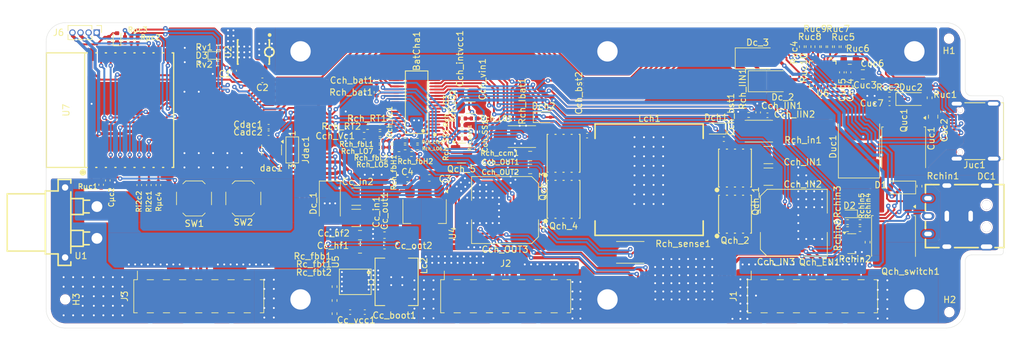
<source format=kicad_pcb>
(kicad_pcb (version 20240108) (generator "pcbnew") (generator_version "8.0")
  (layers (0 "F.Cu" signal) (31 "B.Cu" signal) (34 "B.Paste" user) (35 "F.Paste" user) (36 "B.SilkS" user "B.Silkscreen") (37 "F.SilkS" user "F.Silkscreen") (38 "B.Mask" user) (39 "F.Mask" user) (44 "Edge.Cuts" user))
  (net 0 "")
  (net 1 "BAT")
  (net 2 "Net-(U2-FILTER)")
  (net 3 "3.3V")
  (net 4 "Net-(DC1-Pad4)")
  (net 5 "SCL")
  (net 6 "5V")
  (net 7 "Net-(U7-EN)")
  (net 8 "VBAT")
  (net 9 "VCH")
  (net 10 "Net-(J6-Pin_2)")
  (net 11 "Net-(J6-Pin_1)")
  (net 12 "Net-(U7-IO18)")
  (net 13 "Net-(U7-IO19)")
  (net 14 "Net-(U7-IO9)")
  (net 15 "Net-(BatCha1-ISN)")
  (net 17 "Net-(BatCha1-VIN)")
  (net 18 "Net-(BatCha1-BG1)")
  (net 19 "Net-(BatCha1-INTVCC)")
  (net 20 "Net-(BatCha1-SW1)")
  (net 21 "Net-(BatCha1-EN{slash}UVLO)")
  (net 22 "Net-(BatCha1-IVINN)")
  (net 23 "Net-(BatCha1-SS)")
  (net 25 "Net-(BatCha1-ISP)")
  (net 26 "Net-(BatCha1-BST1)")
  (net 27 "Net-(BatCha1-CCM)")
  (net 28 "Net-(BatCha1-TG1)")
  (net 29 "Net-(BatCha1-VC)")
  (net 31 "Net-(BatCha1-RT)")
  (net 32 "Net-(BatCha1-SNSP)")
  (net 33 "Net-(BatCha1-FB)")
  (net 34 "Net-(BatCha1-TG2)")
  (net 35 "Net-(BatCha1-OVLO)")
  (net 37 "CH_BUS")
  (net 38 "Net-(BatCha1-BST2)")
  (net 39 "Net-(BatCha1-BG2)")
  (net 40 "Net-(BatCha1-SW2)")
  (net 41 "Net-(BatCha1-~{SHORT})")
  (net 42 "Net-(Cch_Vc1-Pad1)")
  (net 43 "Net-(U5-BOOT)")
  (net 44 "Net-(U5-SW)")
  (net 45 "Net-(U5-VCC)")
  (net 46 "Net-(U5-FB)")
  (net 48 "Net-(BP1-Pin_1)")
  (net 49 "SDA")
  (net 50 "Net-(D1-A)")
  (net 51 "CH_sense")
  (net 52 "Net-(Qch_5-D)")
  (net 53 "Net-(Qch_EN1-G)")
  (net 54 "Net-(Qch_EN1-D)")
  (net 55 "CH_EN")
  (net 56 "Csense")
  (net 57 "Net-(Dc_1-K)")
  (net 58 "CH_IN")
  (net 59 "C_VBUS")
  (net 60 "Net-(U6-VDDD)")
  (net 61 "Net-(U6-VCCD)")
  (net 62 "Net-(Duc1-A)")
  (net 63 "Net-(Duc2-A)")
  (net 64 "Net-(Juc1-CC1)")
  (net 65 "D+")
  (net 66 "D-")
  (net 67 "Net-(Juc1-CC2)")
  (net 68 "Net-(Rch_cfb1-Pad2)")
  (net 69 "Net-(Rch_fbH1-Pad2)")
  (net 70 "Net-(Rch_fbL1-Pad1)")
  (net 71 "Net-(Rch_LO1-Pad2)")
  (net 72 "Net-(Rch_LO4-Pad2)")
  (net 73 "Net-(Rch_LO5-Pad1)")
  (net 74 "Net-(Rch_RT1-Pad2)")
  (net 75 "Net-(Rc_fbt1-Pad1)")
  (net 76 "Net-(U6-VBUS_FET_EN)")
  (net 77 "UC_INT")
  (net 78 "Net-(U6-VBUS_MIN)")
  (net 79 "Net-(U6-VBUS_MAX)")
  (net 80 "Net-(U6-ISNK_COARSE)")
  (net 81 "Net-(U6-ISNK_FINE)")
  (net 87 "CH_PWM")
  (net 88 "CH_INsense")
  (net 89 "Net-(BatCha1-VREF)")
  (net 90 "CH_CTRL")
  (net 92 "Net-(Jdac1-C)")
  (net 94 "GND")
  (footprint "Resistor_SMD:R_0402_1005Metric" (layer "F.Cu") (at 168.9 47.8 90)
    (property "Reference" "Ruc1")
    (property "Value" "2.2K")
  )
  (footprint "Connector_PinSocket_2.54mm:PinSocket_2x08_P2.54mm_Vertical_SMD" (layer "F.Cu") (at 150.5 79 90)
    (property "Reference" "J1")
    (property "Value" "02x08_2.54")
  )
  (footprint "Capacitor_SMD:C_0402_1005Metric" (layer "F.Cu") (at 155.1 43.8 -90)
    (property "Reference" "Cuc5")
    (property "Value" "100nF")
  )
  (footprint "Button_Switch_SMD:SW_Push_1P1T_XKB_TS-1187A" (layer "F.Cu") (at 53.25 63.625)
    (property "Reference" "SW1")
    (property "Value" "TS-1187A")
  )
  (footprint "fp:BULETM-SMD_ESPRESSIF_ESP32-C3-WROOM-02-N4-4MB" (layer "F.Cu") (at 43.15 49.75 90)
    (property "Reference" "U7")
    (property "Value" "ESP32-C3-WROOM-02-N4(4MB)")
  )
  (footprint "Resistor_SMD:R_0402_1005Metric" (layer "F.Cu") (at 95.4 53.15125)
    (property "Reference" "Rch_SS1")
    (property "Value" "100K")
  )
  (footprint "Resistor_SMD:R_0402_1005Metric" (layer "F.Cu") (at 81.95 46.94 90)
    (property "Reference" "Rch_bat1")
    (property "Value" "49.9Ω")
  )
  (footprint "Capacitor_SMD:C_0402_1005Metric" (layer "F.Cu") (at 44.65 61.52 -90)
    (property "Reference" "Ri2c2")
    (property "Value" "2.2K")
  )
  (footprint "Capacitor_SMD:C_1210_3225Metric" (layer "F.Cu") (at 78.75 66.69 180)
    (property "Reference" "Cc_in1")
    (property "Value" "4.7μF")
  )
  (footprint "Capacitor_SMD:C_1210_3225Metric" (layer "F.Cu") (at 143.55 60.2)
    (property "Reference" "Cch_IN2")
    (property "Value" "4.7μF")
  )
  (footprint "fp:PDFN-8_L5.8-W4.9-P1.27-LS6.1-BL" (layer "F.Cu") (at 111.35 56.41)
    (property "Reference" "Qch_3")
    (property "Value" "APG022N06G")
  )
  (footprint "Capacitor_SMD:C_0402_1005Metric" (layer "F.Cu") (at 162.6 48.675 180)
    (property "Reference" "Cuc7")
    (property "Value" "1μF")
  )
  (footprint "Resistor_SMD:R_0402_1005Metric" (layer "F.Cu") (at 140.45 50.5)
    (property "Reference" "Rch_IIN1")
    (property "Value" "49.9Ω")
  )
  (footprint "Capacitor_SMD:C_0603_1608Metric" (layer "F.Cu") (at 83.2 69.39 180)
    (property "Reference" "Cc_out1")
    (property "Value" "22μF")
  )
  (footprint "Capacitor_SMD:C_0603_1608Metric" (layer "F.Cu") (at 83.2 71.04 180)
    (property "Reference" "Cc_out2")
    (property "Value" "22μF")
  )
  (footprint "Resistor_SMD:R_0402_1005Metric" (layer "F.Cu") (at 149.86 39.765 90)
    (property "Reference" "Ruc10")
    (property "Value" "2.2K")
  )
  (footprint "connector:connector" (layer "F.Cu") (at 118.25 40.5 180)
    (property "Reference" "BP3" (hide yes))
    (property "Value" "ST")
  )
  (footprint "Resistor_SMD:R_0402_1005Metric" (layer "F.Cu") (at 84.44 55.59875 180)
    (property "Reference" "Rch_LO5")
    (property "Value" "10K")
  )
  (footprint "Diode_SMD:D_SMA" (layer "F.Cu") (at 141.85 41.6)
    (property "Reference" "Dc_3")
    (property "Value" "SS310")
  )
  (footprint "Capacitor_SMD:CP_Elec_10x10" (layer "F.Cu") (at 102.15 65.45 180)
    (property "Reference" "Cch_OUT3")
    (property "Value" "220μF")
  )
  (footprint "Diode_SMD:D_SMA" (layer "F.Cu") (at 74.6 64.4 -90)
    (property "Reference" "Dc_1")
    (property "Value" "SS310")
  )
  (footprint "Capacitor_SMD:C_0805_2012Metric" (layer "F.Cu") (at 156.35 41.8 180)
    (property "Reference" "Cuc6")
    (property "Value" "4.7μF")
  )
  (footprint "Package_TO_SOT_SMD:SOT-23" (layer "F.Cu") (at 156.6625 70.7375)
    (property "Reference" "Qch_EN1")
    (property "Value" "2N7002")
  )
  (footprint "Diode_SMD:D_SOD-523" (layer "F.Cu") (at 56.7 41.15)
    (property "Reference" "D3")
    (property "Value" "3.3V")
  )
  (footprint "Capacitor_SMD:C_1210_3225Metric" (layer "F.Cu") (at 143.55 56.8)
    (property "Reference" "Cch_IN1")
    (property "Value" "4.7μF")
  )
  (footprint "Capacitor_SMD:C_0805_2012Metric" (layer "F.Cu") (at 79.35 69.39 180)
    (property "Reference" "Cc_hf2")
    (property "Value" "100nF")
  )
  (footprint "Diode_SMD:D_SMA" (layer "F.Cu") (at 143.9 45.2)
    (property "Reference" "Dc_2")
    (property "Value" "SS310")
  )
  (footprint "fp:PDFN-8_L5.8-W4.9-P1.27-LS6.1-BL" (layer "F.Cu") (at 138.3 58.73)
    (property "Reference" "Qch_1")
    (property "Value" "APG022N06G")
  )
  (footprint "Capacitor_SMD:CP_Elec_10x10" (layer "F.Cu") (at 147.55 67.45)
    (property "Reference" "Cch_IN3")
    (property "Value" "100μF")
  )
  (footprint "Capacitor_SMD:C_0402_1005Metric" (layer "F.Cu") (at 47.65 61.52 90)
    (property "Reference" "Rμc4")
    (property "Value" "10K")
  )
  (footprint "connector:connector" (layer "F.Cu") (at 118.25 79.5 180)
    (property "Reference" "BN1" (hide yes))
    (property "Value" "ST")
  )
  (footprint "Capacitor_SMD:C_1206_3216Metric" (layer "F.Cu") (at 96.75 49.35125 180)
    (property "Reference" "Cch_vin1")
    (property "Value" "1μF")
  )
  (footprint "fp:IND-SMD_L7.3-W6.6" (layer "F.Cu") (at 85.1 76.74 -90)
    (property "Reference" "Lc2")
    (property "Value" "10μH")
  )
  (footprint "Resistor_SMD:R_0402_1005Metric" (layer "F.Cu") (at 157.95 68.45 180)
    (property "Reference" "Rchin4")
    (property "Value" "120Ω")
  )
  (footprint "Capacitor_SMD:C_0805_2012Metric" (layer "F.Cu") (at 106.1 56.95 180)
    (property "Reference" "Cch_OUT1")
    (property "Value" "4.7μF")
  )
  (footprint "Capacitor_SMD:C_0402_1005Metric" (layer "F.Cu") (at 80.1 81.49)
    (property "Reference" "Cc_boot1")
    (property "Value" "100nF")
  )
  (footprint "fp:DC-IN-TH_DC-042E" (layer "F.Cu") (at 173.25 66.4 90)
    (property "Reference" "DC1")
    (property "Value" "DC-042E")
  )
  (footprint "Resistor_SMD:R_0402_1005Metric" (layer "F.Cu") (at 95.4 51.05125 180)
    (property "Reference" "Rch_LO2")
    (property "Value" "200K")
  )
  (footprint "hole:MountingHole_1.152mm" (layer "F.Cu") (at 171.95 38.5)
    (property "Reference" "H1")
    (property "Value" "MountingHole")
  )
  (footprint "Resistor_SMD:R_0402_1005Metric" (layer "F.Cu") (at 162.6 47.3)
    (property "Reference" "Ruc2")
    (property "Value" "51K")
  )
  (footprint "Capacitor_SMD:C_0603_1608Metric" (layer "F.Cu") (at 90.25 60.4)
    (property "Reference" "C3")
    (property "Value" "22 μF")
  )
  (footprint "Button_Switch_SMD:SW_Push_1P1T_XKB_TS-1187A" (layer "F.Cu") (at 61 63.625 180)
    (property "Reference" "SW2")
    (property "Value" "TS-1187A")
  )
  (footprint "Diode_SMD:D_SOD-523" (layer "F.Cu") (at 41.15 38.35 90)
    (property "Reference" "D4" (hide yes))
    (property "Value" "3.3V")
  )
  (footprint "Resistor_SMD:R_0402_1005Metric" (layer "F.Cu") (at 75.35 77.49 90)
    (property "Reference" "Rc_fbb1")
    (property "Value" "33K")
  )
  (footprint "Resistor_SMD:R_0402_1005Metric" (layer "F.Cu") (at 82.49 52.4 180)
    (property "Reference" "Rch_RT1")
    (property "Value" "51K")
  )
  (footprint "Capacitor_SMD:C_0402_1005Metric" (layer "F.Cu") (at 43.4 38.7 -90)
    (property "Reference" "Rμc3")
    (property "Value" "22Ω")
  )
  (footprint "Capacitor_SMD:C_0402_1005Metric" (layer "F.Cu") (at 156.15 43.8 -90)
    (property "Reference" "Cuc4")
    (property "Value" "100nF")
  )
  (footprint "Capacitor_SMD:C_0603_1608Metric" (layer "F.Cu") (at 79.99 53.75 180)
    (property "Reference" "Cch_Vc1")
    (property "Value" "22nF")
  )
  (footprint "Capacitor_SMD:C_0805_2012Metric" (layer "F.Cu") (at 79.35 71.49 180)
    (property "Reference" "Cc_hf1")
    (property "Value" "100nF")
  )
  (footprint "fp:TQFN-24_L4.0-W4.0-P0.50-TL-EP2.8" (layer "F.Cu") (at 152.1 44.1 -90)
    (property "Reference" "U6")
    (property "Value" "CYPD3177-24LQXQ_C2959321")
  )
  (footprint "hole:MountingHole_1.152mm" (layer "F.Cu") (at 172 81.5)
    (property "Reference" "H2")
    (property "Value" "MountingHole")
  )
  (footprint "Resistor_SMD:R_2512_6332Metric" (layer "F.Cu") (at 121.8375 72.1)
    (property "Reference" "Rch_sense1")
    (property "Value" "0.002Ω")
  )
  (footprint "Diode_SMD:D_SOD-323F" (layer "F.Cu") (at 108.2 50.85)
    (property "Reference" "Dch2")
    (property "Value" "D_Schottky")
  )
  (footprint "Capacitor_SMD:C_0402_1005Metric" (layer "F.Cu") (at 39.9 38.7 90)
    (property "Reference" "Rv4" (hide yes))
    (property "Value" "10K")
  )
  (footprint "Capacitor_SMD:C_0805_2012Metric" (layer "F.Cu") (at 169.45 50.77 90)
    (property "Reference" "Cuc1")
    (property "Value" "4.7μF")
  )
  (footprint "Capacitor_SMD:C_0402_1005Metric" (layer "F.Cu") (at 86.8 60.65 180)
    (property "Reference" "C4")
    (property "Value" "10 μF")
  )
  (footprint "Resistor_SMD:R_0402_1005Metric" (layer "F.Cu") (at 75.35 79.67 90)
    (property "Reference" "Rc_fbt1")
    (property "Value" "33K")
  )
  (footprint "Resistor_SMD:R_0402_1005Metric" (layer "F.Cu") (at 95.4 54.20125 180)
    (property "Reference" "Rch_short1")
    (property "Value" "200K")
  )
  (footprint "Resistor_SMD:R_0402_1005Metric" (layer "F.Cu") (at 156 68.45 180)
    (property "Reference" "Rchin6")
    (property "Value" "22K")
  )
  (footprint "Resistor_SMD:R_0402_1005Metric" (layer "F.Cu") (at 75.35 81.74 90)
    (property "Reference" "Rc_fbt2")
    (property "Value" "100K")
  )
  (footprint "fp:TSSOP-38_L9.8-W4.4-P0.50-LS6.4-BL-EP" (layer "F.Cu") (at 88.25 48.50125 90)
    (property "Reference" "BatCha1")
    (property "Value" "LT3790EFE#TRPBF")
  )
  (footprint "Capacitor_SMD:C_0402_1005Metric" (layer "F.Cu") (at 46.15 61.52 -90)
    (property "Reference" "Ri2c1")
    (property "Value" "2.2K")
  )
  (footprint "Resistor_SMD:R_0402_1005Metric" (layer "F.Cu") (at 156 67.35 180)
    (property "Reference" "Rchin3")
    (property "Value" "10K")
  )
  (footprint "connector:connector" (layer "F.Cu") (at 70 40.5 180)
    (property "Reference" "BP2" (hide yes))
    (property "Value" "ST")
  )
  (footprint "Capacitor_SMD:C_0402_1005Metric" (layer "F.Cu") (at 57.05 42.4)
    (property "Reference" "Rv2")
    (property "Value" "20K")
  )
  (footprint "Capacitor_SMD:C_0805_2012Metric" (layer "F.Cu") (at 106.1 59 180)
    (property "Reference" "Cch_OUT2")
    (property "Value" "4.7μF")
  )
  (footprint "fp:PDFN-8_L5.8-W4.9-P1.27-LS6.1-BL" (layer "F.Cu") (at 111.35 63.64)
    (property "Reference" "Qch_4")
    (property "Value" "APG022N06G")
  )
  (footprint "Resistor_SMD:R_0402_1005Metric" (layer "F.Cu") (at 152.25 39.77 90)
    (property "Reference" "Ruc9")
    (property "Value" "10K")
  )
  (footprint "Resistor_SMD:R_0402_1005Metric" (layer "F.Cu") (at 155.35 39.77 -90)
    (property "Reference" "Ruc6")
    (property "Value" "2.2K")
  )
  (footprint "Resistor_SMD:R_0402_1005Metric" (layer "F.Cu") (at 157.95 67.35)
    (property "Reference" "Rchin5")
    (property "Value" "10K")
  )
  (footprint "Resistor_SMD:R_0402_1005Metric" (layer "F.Cu") (at 80.54 52.4 180)
    (property "Reference" "Rch_RT2")
    (property "Value" "33K")
  )
  (footprint "Connector_PinSocket_2.54mm:PinSocket_2x08_P2.54mm_Vertical_SMD" (layer "F.Cu") (at 54 79 90)
    (property "Reference" "J3")
    (property "Value" "02x08_2.54")
  )
  (footprint "Capacitor_SMD:C_0402_1005Metric" (layer "F.Cu") (at 64.98 52.345 180)
    (property "Reference" "Cdac1")
    (property "Value" "10uF")
  )
  (footprint "Resistor_SMD:R_0402_1005Metric" (layer "F.Cu") (at 95.4 52.10125)
    (property "Reference" "Rch_LO3")
    (property "Value" "51K")
  )
  (footprint "Diode_SMD:D_SOD-123" (layer "F.Cu") (at 164.35 61.9 180)
    (property "Reference" "D1")
    (property "Value" "12V")
  )
  (footprint "Capacitor_SMD:C_0402_1005Metric" (layer "F.Cu") (at 39.7 60.8 90)
    (property "Reference" "Cμc2")
    (property "Value" "100nF")
  )
  (footprint "Connector_PinHeader_1.27mm:PinHeader_1x04_P1.27mm_Vertical" (layer "F.Cu") (at 37.95 37.55 -90)
    (property "Reference" "J6")
    (property "Value" "UART")
  )
  (footprint "Resistor_SMD:R_0402_1005Metric" (layer "F.Cu") (at 154.3 39.77 90)
    (property "Reference" "Ruc5")
    (property "Value" "10K")
  )
  (footprint "Capacitor_SMD:C_0402_1005Metric" (layer "F.Cu") (at 64.98 53.365)
    (property "Reference" "Cadc2")
    (property "Value" "100nF")
  )
  (footprint "Capacitor_SMD:C_0402_1005Metric" (layer "F.Cu") (at 141.95 50.1 -90)
    (property "Reference" "Cch_IIN1")
    (property "Value" "220nF")
  )
  (footprint "Capacitor_SMD:C_0603_1608Metric" (layer "F.Cu") (at 97.65 53.10125 90)
    (property "Reference" "Cch_SS1")
    (property "Value" "22nF")
  )
  (footprint "Resistor_SMD:R_0402_1005Metric" (layer "F.Cu") (at 151.25 39.77 -90)
    (property "Reference" "Ruc8")
    (property "Value" "5.1K")
  )
  (footprint "Capacitor_SMD:C_0402_1005Metric" (layer "F.Cu") (at 57.05 39.9 180)
    (property "Reference" "Rv1")
    (property "Value" "200K")
  )
  (footprint "easyeda2kicad:SOIC-8_L5.0-W4.0-P1.27-LS6.0-BL" (layer "F.Cu") (at 62.6 40.6 180)
    (property "Reference" "U2")
    (property "Value" "ACS712ELCTR-30A-T")
  )
  (footprint "connector:connector" (layer "F.Cu") (at 166.5 40.5 180)
    (property "Reference" "BP1" (hide yes))
    (property "Value" "ST")
  )
  (footprint "Resistor_SMD:R_0402_1005Metric" (layer "F.Cu") (at 82.48 55.5975 180)
    (property "Reference" "Rch_LO7")
    (property "Value" "22K")
  )
  (footprint "Resistor_SMD:R_0402_1005Metric" (layer "F.Cu") (at 87.44 56.64875)
    (property "Reference" "Rch_fbH2")
    (property "Value" "200K")
  )
  (footprint "Capacitor_SMD:C_0805_2012Metric" (layer "F.Cu") (at 96.15 47.10125)
    (property "Reference" "Cch_intvcc1")
    (property "Value" "4.7μF")
  )
  (footprint "Capacitor_SMD:C_0402_1005Metric" (layer "F.Cu") (at 115.05 53.75)
    (property "Reference" "Cch_bst2")
    (property "Value" "100nF")
  )
  (footprint "Resistor_SMD:R_0402_1005Metric" (layer "F.Cu") (at 86.44 54.54875)
    (property "Reference" "Rch_cfb1")
    (property "Value" "200K")
  )
  (footprint "connector:connector" (layer "F.Cu") (at 70 79.5 180)
    (property "Reference" "BN3" (hide yes))
    (property "Value" "ST")
  )
  (footprint "fp:CONN-TH_XT30PW-F-1" (layer "F.Cu") (at 35.4875 67.4 -90)
    (property "Reference" "U1")
    (property "Value" "XT30PW-F")
  )
  (footprint "fp:IND-SMD_L17.5-W17.0_YXMAC1770" (layer "F.Cu") (at 124.8 60.65 180)
    (property "Reference" "Lch1")
    (property "Value" "10μH")
  )
  (footprint "Diode_SMD:D_SOD-123" (layer "F.Cu") (at 165.95 48)
    (property "Reference" "Duc2")
    (property "Value" "12V")
  )
  (footprint "fp:POWERPAD-SO-8_L4.9-W3.9-P1.27-LS6.0-BL-EP" (layer "F.Cu") (at 78.6 76.74 180)
    (property "Reference" "U5")
    (property "Value" "LMR36520FADDAR")
  )
  (footprint "Diode_SMD:D_SOD-323F" (layer "F.Cu") (at 135.3 52.65 180)
    (property "Reference" "Dch1")
    (property "Value" "D_Schottky")
  )
  (footprint "Resistor_SMD:R_0402_1005Metric" (layer "F.Cu") (at 82.49 54.55 180)
    (property "Reference" "Rch_fbL1")
    (property "Value" "15K")
  )
  (footprint "Package_TO_SOT_SMD:SOT-223-3_TabPin2" (layer "F.Cu") (at 89.5 65.65 -90)
    (property "Reference" "U4")
    (property "Value" "AMS1117-3.3")
  )
  (footprint "Capacitor_SMD:C_0402_1005Metric" (layer "F.Cu") (at 64 45.05 180)
    (property "Reference" "C2")
    (property "Value" "0.1 μF")
  )
  (footprint "Resistor_SMD:R_0402_1005Metric" (layer "F.Cu") (at 88.39 55.59875 180)
    (property "Reference" "Rch_LO4" (hide yes))
    (property "Value" "200K")
  )
  (footprint "Capacitor_SMD:C_0402_1005Metric" (layer "F.Cu") (at 38.65 61.48 90)
    (property "Reference" "Rμc1")
    (property "Value" "10K")
  )
  (footprint "Resistor_SMD:R_0402_1005Metric" (layer "F.Cu") (at 148.81 39.765 -90)
    (property "Reference" "Ruc4")
    (property "Value" "2.2K")
  )
  (footprint "fp:TYPE-C-SMD_MC-108-DG16" (layer "F.Cu") (at 175.73 53.05 90)
    (property "Reference" "Juc1")
    (property "Value" "USB_C_Receptacle_USB2.0_14P")
  )
  (footprint "Resistor_SMD:R_0402_1005Metric" (layer "F.Cu") (at 86.44 55.59875 180)
    (property "Reference" "Rch_LO6")
    (property "Value" "200K")
  )
  (footprint "Capacitor_SMD:C_0402_1005Metric" (layer "F.Cu") (at 81.95 45.00875 -90)
    (property "Reference" "Cch_bat1")
    (property "Value" "1μF")
  )
  (footprint "connector:connector" (layer "F.Cu") (at 166.5 79.5 180)
    (property "Reference" "BN2" (hide yes))
    (property "Value" "ST")
  )
  (footprint "Package_TO_SOT_SMD:TO-252-2" (layer "F.Cu") (at 163.225 69.64 -90)
    (property "Reference" "Qch_switch1")
    (property "Value" "MDT30P10D")
  )
  (footprint "Diode_SMD:D_SOD-523" (layer "F.Cu") (at 156.3 66.05 180)
    (property "Reference" "D2")
    (property "Value" "3.3V")
  )
  (footprint "Resistor_SMD:R_0402_1005Metric" (layer "F.Cu") (at 82.49 53.5 180)
    (property "Reference" "Rch_Vc1")
    (property "Value" "2.2K")
  )
  (footprint "Package_TO_SOT_SMD:TO-252-2" (layer "F.Cu") (at 164.82 55.69 -90)
    (property "Reference" "Quc1")
    (property "Value" "MDT30P10D")
  )
  (footprint "Resistor_SMD:R_0402_1005Metric" (layer "F.Cu") (at 84.44 54.55 180)
    (property "Reference" "Rch_fbL2")
    (property "Value" "1K")
  )
  (footprint "Capacitor_SMD:C_0402_1005Metric" (layer "F.Cu") (at 136.55 54.3 180)
    (property "Reference" "Cch_bst1")
    (property "Value" "100nF")
  )
  (footprint "Package_TO_SOT_SMD:SOT-23" (layer "F.Cu") (at 95.3 56.48875)
    (property "Reference" "Qch_5")
    (property "Value" "2N7002")
  )
  (footprint "Resistor_SMD:R_0402_1005Metric" (layer "F.Cu") (at 167.3 61.7 90)
    (property "Reference" "Rchin1")
    (property "Value" "51K")
  )
  (footprint "Resistor_SMD:R_0402_1005Metric" (layer "F.Cu") (at 97.35 51.05125 180)
    (property "Reference" "Rch_LO1")
    (property "Value" "100K")
  )
  (footprint "fp:PDFN-8_L5.8-W4.9-P1.27-LS6.1-BL" (layer "F.Cu") (at 138.3 65.98)
    (property "Reference" "Qch_2")
    (property "Value" "APG022N06G")
  )
  (footprint "Package_TO_SOT_SMD:SOT-23-6" (layer "F.Cu") (at 65.45 55.995 -90)
    (property "Reference" "dac1")
    (property "Value" "MCP4725A0T-E/CH")
  )
  (footprint "Capacitor_SMD:C_0402_1005Metric" (layer "F.Cu") (at 42.4 38.7 -90)
    (property "Reference" "Rv3" (hide yes))
    (property "Value" "200K")
  )
  (footprint "Connector_PinSocket_2.54mm:PinSocket_2x08_P2.54mm_Vertical_SMD" (layer "F.Cu") (at 102.25 79 90)
    (property "Reference" "J2")
    (property "Value" "02x08_2.54")
  )
  (footprint "Resistor_SMD:R_0402_1005Metric" (layer "F.Cu") (at 97.8 55.70125 90)
    (property "Reference" "Rch_ccm1")
    (property "Value" "22K")
  )
  (footprint "Capacitor_SMD:C_0805_2012Metric" (layer "F.Cu") (at 158.4 44.125)
    (property "Reference" "Cuc3")
    (property "Value" "4.7μF")
  )
  (footprint "Capacitor_SMD:C_0402_1005Metric" (layer "F.Cu") (at 171 50 -90)
    (property "Reference" "Cuc2")
    (property "Value" "100nF")
  )
  (footprint "Diode_SMD:D_SMC" (layer "F.Cu") (at 157.8 55.5 90)
    (property "Reference" "Duc1")
    (property "Value" "SK1010C")
  )
  (footprint "Resistor_SMD:R_0402_1005Metric" (layer "F.Cu") (at 153.25 39.77 90)
    (property "Reference" "Ruc7")
    (property "Value" "2.2K")
  )
  (footprint "Capacitor_SMD:C_0402_1005Metric" (layer "F.Cu") (at 59.55 43.55 90)
    (property "Reference" "C1")
    (property "Value" "1nF")
  )
  (footprint "Capacitor_SMD:C_0402_1005Metric" (layer "F.Cu") (at 143.4 50.55 180)
    (property "Reference" "Cch_IIN2")
    (property "Value" "220nF")
  )
  (footprint "Capacitor_SMD:C_0402_1005Metric" (layer "F.Cu") (at 44.4 38.7 -90)
    (property "Reference" "Rμc2")
    (property "Value" "22Ω")
  )
  (footprint "hole:MountingHole_1.152mm" (layer "F.Cu") (at 33 79.5)
    (property "Reference" "H3")
    (property "Value" "MountingHole")
  )
  (footprint "Resistor_SMD:R_0402_1005Metric" (layer "F.Cu") (at 85.48 56.64875)
    (property "Reference" "Rch_fbH1")
    (property "Value" "200K")
  )
  (footprint "Capacitor_SMD:C_1210_3225Metric" (layer "F.Cu") (at 78.75 63.34 180)
    (property "Reference" "Cc_in2")
    (property "Value" "4.7μF")
  )
  (footprint "Jumper:SolderJumper-3_P1.3mm_Open_Pad1.0x1.5mm_NumberLabels" (layer "F.Cu") (at 68.7 55.995 -90)
    (property "Reference" "Jdac1")
    (property "Value" "SolderJumper_3_Open")
  )
  (footprint "Resistor_SMD:R_2512_6332Metric" (layer "F.Cu") (at 104.8 53.9 180)
    (property "Reference" "Rch_Ibat1")
    (property "Value" "0.013Ω")
  )
  (footprint "Resistor_SMD:R_0402_1005Metric" (layer "F.Cu") (at 88.39 54.54875)
    (property "Reference" "Rch_cfb2" (hide yes))
    (property "Value" "200K")
  )
  (footprint "Resistor_SMD:R_2512_6332Metric" (layer "F.Cu") (at 142.05 53.05 180)
    (property "Reference" "Rch_in1")
    (property "Value" "0.003Ω")
  )
  (footprint "Capacitor_SMD:C_0402_1005Metric" (layer "F.Cu") (at 77.8 81.49 180)
    (property "Reference" "Cc_vcc1")
    (property "Value" "1μF")
  )
  (footprint "Resistor_SMD:R_0402_1005Metric" (layer "F.Cu") (at 159.15 70.5 -90)
    (property "Reference" "Rchin2")
    (property "Value" "51K")
  )
  (gr_arc (start 30 39) (mid 30.87868 36.87868) (end 33 36) (stroke (width 0.05)) (layer "Edge.Cuts"))
  (gr_line (start 180.5 48) (end 180.5 72) (stroke (width 0.05)) (layer "Edge.Cuts"))
  (gr_arc (start 33 84) (mid 30.87868 83.12132) (end 30 81) (stroke (width 0.05)) (layer "Edge.Cuts"))
  (gr_line (start 174.5 73.5) (end 174.5 81) (stroke (width 0.05)) (layer "Edge.Cuts"))
  (gr_line (start 175.5 47.5) (end 180 47.5) (stroke (width 0.05)) (layer "Edge.Cuts"))
  (gr_arc (start 174.5 73.5) (mid 174.792893 72.792893) (end 175.5 72.5) (stroke (width 0.05)) (layer "Edge.Cuts"))
  (gr_line (start 180 72.5) (end 175.5 72.5) (stroke (width 0.05)) (layer "Edge.Cuts"))
  (gr_arc (start 174.5 81) (mid 173.62132 83.12132) (end 171.5 84) (stroke (width 0.05)) (layer "Edge.Cuts"))
  (gr_line (start 171.5 84) (end 33 84) (stroke (width 0.05)) (layer "Edge.Cuts"))
  (gr_line (start 174.5 46.5) (end 174.5 39) (stroke (width 0.05)) (layer "Edge.Cuts"))
  (gr_arc (start 175.5 47.5) (mid 174.792893 47.207107) (end 174.5 46.5) (stroke (width 0.05)) (layer "Edge.Cuts"))
  (gr_line (start 30 39) (end 30 81) (stroke (width 0.05)) (layer "Edge.Cuts"))
  (gr_arc (start 171.5 36) (mid 173.62132 36.87868) (end 174.5 39) (stroke (width 0.05)) (layer "Edge.Cuts"))
  (gr_line (start 171.5 36) (end 33 36) (stroke (width 0.05)) (layer "Edge.Cuts"))
  (gr_arc (start 180.5 72) (mid 180.353553 72.353553) (end 180 72.5) (stroke (width 0.05)) (layer "Edge.Cuts"))
  (gr_arc (start 180 47.5) (mid 180.353553 47.646447) (end 180.5 48) (stroke (width 0.05)) (layer "Edge.Cuts"))
  (segment (start 101.8375 53.9) (end 104.35 53.9) (width 0.3) (layer "F.Cu") (net 1))
  (segment (start 59.45 41.45) (end 58.9 41.45) (width 0.3) (layer "F.Cu") (net 1))
  (segment (start 88.79875 56.64875) (end 88.8 56.65) (width 0.3) (layer "F.Cu") (net 1))
  (segment (start 81.95 47.45) (end 81.95 48.35) (width 0.3) (layer "F.Cu") (net 1))
  (segment (start 57.53 39.9) (end 58.45 39.9) (width 0.3) (layer "F.Cu") (net 1))
  (segment (start 87.95 56.64875) (end 88.79875 56.64875) (width 0.3) (layer "F.Cu") (net 1))
  (segment (start 58.45 39.9) (end 58.6 39.75) (width 0.3) (layer "F.Cu") (net 1))
  (via (at 98.7 72.75) (size 0.7) (drill 0.3) (layers "F.Cu" "B.Cu") (net 1))
  (via (at 112.25 74) (size 0.7) (drill 0.3) (layers "F.Cu" "B.Cu") (net 1))
  (via (at 60.3 41.45) (size 0.7) (drill 0.3) (layers "F.Cu" "B.Cu") (net 1))
  (via (at 90.7 72.75) (size 0.7) (drill 0.3) (layers "F.Cu" "B.Cu") (net 1))
  (via (at 93.7 73.75) (size 0.7) (drill 0.3) (layers "F.Cu" "B.Cu") (net 1))
  (via (at 140.5 74) (size 0.7) (drill 0.3) (layers "F.Cu" "B.Cu") (net 1))
  (via (at 157.25 74) (size 0.7) (drill 0.3) (layers "F.Cu" "B.Cu") (net 1))
  (via (at 46 74) (size 0.7) (drill 0.3) (layers "F.Cu" "B.Cu") (net 1))
  (via (at 105.25 74) (size 0.7) (drill 0.3) (layers "F.Cu" "B.Cu") (net 1))
  (via (at 90.7 73.75) (size 0.7) (drill 0.3) (layers "F.Cu" "B.Cu") (net 1))
  (via (at 93.7 72.75) (size 0.7) (drill 0.3) (layers "F.Cu" "B.Cu") (net 1))
  (via (at 59.45 41.45) (size 0.7) (drill 0.3) (layers "F.Cu" "B.Cu") (net 1))
  (via (at 81.95 48.35) (size 0.7) (drill 0.3) (layers "F.Cu" "B.Cu") (net 1))
  (via (at 59 74) (size 0.7) (drill 0.3) (layers "F.Cu" "B.Cu") (net 1))
  (via (at 58.6 37.2) (size 0.7) (drill 0.3) (layers "F.Cu" "B.Cu") (net 1))
  (via (at 62 39.75) (size 0.7) (drill 0.3) (layers "F.Cu" "B.Cu") (net 1))
  (via (at 153.25 74) (size 0.7) (drill 0.3) (layers "F.Cu" "B.Cu") (net 1))
  (via (at 62 41.45) (size 0.7) (drill 0.3) (layers "F.Cu" "B.Cu") (net 1))
  (via (at 61.15 41.45) (size 0.7) (drill 0.3) (layers "F.Cu" "B.Cu") (net 1))
  (via (at 59.45 37.2) (size 0.7) (drill 0.3) (layers "F.Cu" "B.Cu") (net 1))
  (via (at 44 74) (size 0.7) (drill 0.3) (layers "F.Cu" "B.Cu") (net 1))
  (via (at 144.5 74) (size 0.7) (drill 0.3) (layers "F.Cu" "B.Cu") (net 1))
  (via (at 158.25 72.05) (size 0.7) (drill 0.3) (layers "F.Cu" "B.Cu") (net 1))
  (via (at 61.15 40.65) (size 0.7) (drill 0.3) (layers "F.Cu" "B.Cu") (net 1))
  (via (at 94.7 73.75) (size 0.7) (drill 0.3) (layers "F.Cu" "B.Cu") (net 1))
  (via (at 96.7 72.75) (size 0.7) (drill 0.3) (layers "F.Cu" "B.Cu") (net 1))
  (via (at 59.45 40.65) (size 0.7) (drill 0.3) (layers "F.Cu" "B.Cu") (net 1))
  (via (at 58.6 39.75) (size 0.7) (drill 0.3) (layers "F.Cu" "B.Cu") (net 1))
  (via (at 147.5 74) (size 0.7) (drill 0.3) (layers "F.Cu" "B.Cu") (net 1))
  (via (at 64 74) (size 0.7) (drill 0.3) (layers "F.Cu" "B.Cu") (net 1))
  (via (at 60.3 39.75) (size 0.7) (drill 0.3) (layers "F.Cu" "B.Cu") (net 1))
  (via (at 50 74) (size 0.7) (drill 0.3) (layers "F.Cu" "B.Cu") (net 1))
  (via (at 98.7 73.75) (size 0.7) (drill 0.3) (layers "F.Cu" "B.Cu") (net 1))
  (via (at 146.5 74) (size 0.7) (drill 0.3) (layers "F.Cu" "B.Cu") (net 1))
  (via (at 58 74) (size 0.7) (drill 0.3) (layers "F.Cu" "B.Cu") (net 1))
  (via (at 107.25 74) (size 0.7) (drill 0.3) (layers "F.Cu" "B.Cu") (net 1))
  (via (at 59.45 38.05) (size 0.7) (drill 0.3) (layers "F.Cu" "B.Cu") (net 1))
  (via (at 104.35 53.9) (size 0.7) (drill 0.3) (layers "F.Cu" "B.Cu") (net 1))
  (via (at 95.7 72.75) (size 0.7) (drill 0.3) (layers "F.Cu" "B.Cu") (net 1))
  (via (at 97.7 73.75) (size 0.7) (drill 0.3) (layers "F.Cu" "B.Cu") (net 1))
  (via (at 60 74) (size 0.7) (drill 0.3) (layers "F.Cu" "B.Cu") (net 1))
  (via (at 143.5 74) (size 0.7) (drill 0.3) (layers "F.Cu" "B.Cu") (net 1))
  (via (at 60.3 40.65) (size 0.7) (drill 0.3) (layers "F.Cu" "B.Cu") (net 1))
  (via (at 142.5 74) (size 0.7) (drill 0.3) (layers "F.Cu" "B.Cu") (net 1))
  (via (at 96.7 73.75) (size 0.7) (drill 0.3) (layers "F.Cu" "B.Cu") (net 1))
  (via (at 157.25 72.05) (size 0.7) (drill 0.3) (layers "F.Cu" "B.Cu") (net 1))
  (via (at 109.25 74) (size 0.7) (drill 0.3) (layers "F.Cu" "B.Cu") (net 1))
  (via (at 89.7 73.75) (size 0.7) (drill 0.3) (layers "F.Cu" "B.Cu") (net 1))
  (via (at 45 74) (size 0.7) (drill 0.3) (layers "F.Cu" "B.Cu") (net 1))
  (via (at 156.25 73.1) (size 0.7) (drill 0.3) (layers "F.Cu" "B.Cu") (net 1))
  (via (at 62 40.6) (size 0.7) (drill 0.3) (layers "F.Cu" "B.Cu") (net 1))
  (via (at 157.25 73.1) (size 0.7) (drill 0.3) (layers "F.Cu" "B.Cu") (net 1))
  (via (at 89.7 72.75) (size 0.7) (drill 0.3) (layers "F.Cu" "B.Cu") (net 1))
  (via (at 95.25 62.45) (size 0.7) (drill 0.3) (layers "F.Cu" "B.Cu") (net 1))
  (via (at 63 74) (size 0.7) (drill 0.3) (layers "F.Cu" "B.Cu") (net 1))
  (via (at 95.85 60.45) (size 0.7) (drill 0.3) (layers "F.Cu" "B.Cu") (net 1))
  (via (at 106.25 74) (size 0.7) (drill 0.3) (layers "F.Cu" "B.Cu") (net 1))
  (via (at 156.25 74) (size 0.7) (drill 0.3) (layers "F.Cu" "B.Cu") (net 1))
  (via (at 75.45 64.4) (size 0.7) (drill 0.3) (layers "F.Cu" "B.Cu") (net 1))
  (via (at 65 74) (size 0.7) (drill 0.3) (layers "F.Cu" "B.Cu") (net 1))
  (via (at 57 74) (size 0.7) (drill 0.3) (layers "F.Cu" "B.Cu") (net 1))
  (via (at 145.5 74) (size 0.7) (drill 0.3) (layers "F.Cu" "B.Cu") (net 1))
  (via (at 59.45 39.75) (size 0.7) (drill 0.3) (layers "F.Cu" "B.Cu") (net 1))
  (via (at 92.7 72.75) (size 0.7) (drill 0.3) (layers "F.Cu" "B.Cu") (net 1))
  (via (at 158.25 73.1) (size 0.7) (drill 0.3) (layers "F.Cu" "B.Cu") (net 1))
  (via (at 51 74) (size 0.7) (drill 0.3) (layers "F.Cu" "B.Cu") (net 1))
  (via (at 74.6 64.4) (size 0.7) (drill 0.3) (layers "F.Cu" "B.Cu") (net 1))
  (via (at 97.7 72.75) (size 0.7) (drill 0.3) (layers "F.Cu" "B.Cu") (net 1))
  (via (at 95.9 61.8) (size 0.7) (drill 0.3) (layers "F.Cu" "B.Cu") (net 1))
  (via (at 58.6 38.9) (size 0.7) (drill 0.3) (layers "F.Cu" "B.Cu") (net 1))
  (via (at 141.5 74) (size 0.7) (drill 0.3) (layers "F.Cu" "B.Cu") (net 1))
  (via (at 155.25 74) (size 0.7) (drill 0.3) (layers "F.Cu" "B.Cu") (net 1))
  (via (at 61.15 39.75) (size 0.7) (drill 0.3) (layers "F.Cu" "B.Cu") (net 1))
  (via (at 158.25 74) (size 0.7) (drill 0.3) (layers "F.Cu" "B.Cu") (net 1))
  (via (at 62 74) (size 0.7) (drill 0.3) (layers "F.Cu" "B.Cu") (net 1))
  (via (at 96.55 61.15) (size 0.7) (drill 0.3) (layers "F.Cu" "B.Cu") (net 1))
  (via (at 47 74) (size 0.7) (drill 0.3) (layers "F.Cu" "B.Cu") (net 1))
  (via (at 91.7 72.75) (size 0.7) (drill 0.3) (layers "F.Cu" "B.Cu") (net 1))
  (via (at 110.25 74) (size 0.7) (drill 0.3) (layers "F.Cu" "B.Cu") (net 1))
  (via (at 139.5 74) (size 0.7) (drill 0.3) (layers "F.Cu" "B.Cu") (net 1))
  (via (at 61 74) (size 0.7) (drill 0.3) (layers "F.Cu" "B.Cu") (net 1))
  (via (at 48 74) (size 0.7) (drill 0.3) (layers "F.Cu" "B.Cu") (net 1))
  (via (at 49 74) (size 0.7) (drill 0.3) (layers "F.Cu" "B.Cu") (net 1))
  (via (at 91.7 73.75) (size 0.7) (drill 0.3) (layers "F.Cu" "B.Cu") (net 1))
  (via (at 95.7 73.75) (size 0.7) (drill 0.3) (layers "F.Cu" "B.Cu") (net 1))
  (via (at 73.8 64.4) (size 0.7) (drill 0.3) (layers "F.Cu" "B.Cu") (net 1))
  (via (at 154.25 74) (size 0.7) (drill 0.3) (layers "F.Cu" "B.Cu") (net 1))
  (via (at 92.7 73.75) (size 0.7) (drill 0.3) (layers "F.Cu" "B.Cu") (net 1))
  (via (at 108.25 74) (size 0.7) (drill 0.3) (layers "F.Cu" "B.Cu") (net 1))
  (via (at 113.25 74) (size 0.7) (drill 0.3) (layers "F.Cu" "B.Cu") (net 1))
  (via (at 94.55 61.75) (size 0.7) (drill 0.3) (layers "F.Cu" "B.Cu") (net 1))
  (via (at 155.25 73.1) (size 0.7) (drill 0.3) (layers "F.Cu" "B.Cu") (net 1))
  (via (at 94.7 72.75) (size 0.7) (drill 0.3) (layers "F.Cu" "B.Cu") (net 1))
  (via (at 58.6 38.05) (size 0.7) (drill 0.3) (layers "F.Cu" "B.Cu") (net 1))
  (via (at 111.25 74) (size 0.7) (drill 0.3) (layers "F.Cu" "B.Cu") (net 1))
  (via (at 59.45 38.9) (size 0.7) (drill 0.3) (layers "F.Cu" "B.Cu") (net 1))
  (via (at 43 74) (size 0.7) (drill 0.3) (layers "F.Cu" "B.Cu") (net 1))
  (via (at 58.6 41.45) (size 0.7) (drill 0.3) (layers "F.Cu" "B.Cu") (net 1))
  (via (at 58.6 40.65) (size 0.7) (drill 0.3) (layers "F.Cu" "B.Cu") (net 1))
  (via (at 88.8 56.65) (size 0.7) (drill 0.3) (layers "F.Cu" "B.Cu") (net 1))
  (via (at 95.2 61.1) (size 0.7) (drill 0.3) (layers "F.Cu" "B.Cu") (net 1))
  (segment (start 90.75 49.707106) (end 90.75 54.807107) (width 0.3) (layer "B.Cu") (net 1))
  (segment (start 91.25 59.9) (end 95.3 59.9) (width 0.3) (layer "B.Cu") (net 1))
  (segment (start 88.6 56.85) (end 88.6 57.25) (width 0.3) (layer "B.Cu") (net 1))
  (segment (start 87.992894 46.95) (end 90.75 49.707106) (width 0.3) (layer "B.Cu") (net 1))
  (segment (start 90.75 54.807107) (end 90.821447 54.878553) (width 0.3) (layer "B.Cu") (net 1))
  (segment (start 100.107106 53.7) (end 104.15 53.7) (width 0.3) (layer "B.Cu") (net 1))
  (segment (start 95.3 59.9) (end 95.85 60.45) (width 0.3) (layer "B.Cu") (net 1))
  (segment (start 82.5 46.95) (end 87.992894 46.95) (width 0.3) (layer "B.Cu") (net 1))
  (segment (start 104.15 53.7) (end 104.35 53.9) (width 0.3) (layer "B.Cu") (net 1))
  (segment (start 97.653553 56.153553) (end 100.107106 53.7) (width 0.3) (layer "B.Cu") (net 1))
  (segment (start 88.6 57.25) (end 91.25 59.9) (width 0.3) (layer "B.Cu") (net 1))
  (segment (start 92.292894 56.35) (end 97.457107 56.35) (width 0.3) (layer "B.Cu") (net 1))
  (segment (start 90.821447 54.878553) (end 92.292894 56.35) (width 0.3) (layer "B.Cu") (net 1))
  (segment (start 81.95 48.35) (end 81.95 47.5) (width 0.3) (layer "B.Cu") (net 1))
  (segment (start 88.8 56.65) (end 88.6 56.85) (width 0.3) (layer "B.Cu") (net 1))
  (segment (start 97.457107 56.35) (end 97.653553 56.153553) (width 0.3) (layer "B.Cu") (net 1))
  (segment (start 81.95 47.5) (end 82.5 46.95) (width 0.3) (layer "B.Cu") (net 1))
  (segment (start 59.940001 44.7) (end 61.285 44.7) (width 0.3) (layer "F.Cu") (net 2))
  (segment (start 59.55 44.309999) (end 59.940001 44.7) (width 0.3) (layer "F.Cu") (net 2))
  (segment (start 59.55 44.03) (end 59.55 44.309999) (width 0.3) (layer "F.Cu") (net 2))
  (segment (start 61.97 44.015) (end 61.97 43.31) (width 0.3) (layer "F.Cu") (net 2))
  (segment (start 61.285 44.7) (end 61.97 44.015) (width 0.3) (layer "F.Cu") (net 2))
  (segment (start 54.3 74.05) (end 54.3 80.55) (width 0.5) (layer "F.Cu") (net 3))
  (segment (start 56.05 72.3) (end 54.3 74.05) (width 0.5) (layer "F.Cu") (net 3))
  (segment (start 64.48 45.359999) (end 64.089999 45.75) (width 0.3) (layer "F.Cu") (net 3))
  (segment (start 67.7 51) (end 68.85 51) (width 0.5) (layer "F.Cu") (net 3))
  (segment (start 63.45 45.75) (end 62.85 45.75) (width 0.3) (layer "F.Cu") (net 3))
  (segment (start 66.75 55.995) (end 68.05 57.295) (width 0.3) (layer "F.Cu") (net 3))
  (segment (start 71.8 50.8) (end 73.3 52.3) (width 0.5) (layer "F.Cu") (net 3))
  (segment (start 102.45 71.5) (end 102.45 80.45) (width 0.5) (layer "F.Cu") (net 3))
  (segment (start 64.5 54.8575) (end 64.5 52.345) (width 0.3) (layer "F.Cu") (net 3))
  (segment (start 155.49 67.35) (end 154.4 67.35) (width 0.3) (layer "F.Cu") (net 3))
  (segment (start 75.65 59.7) (end 72.85 59.7) (width 0.5) (layer "F.Cu") (net 3))
  (segment (start 101.35 70.368629) (end 101.35 70.4) (width 0.5) (layer "F.Cu") (net 3))
  (segment (start 75.2 52.75) (end 75.55 52.75) (width 0.5) (layer "F.Cu") (net 3))
  (segment (start 64.5 55.545) (end 64.95 55.995) (width 0.3) (layer "F.Cu") (net 3))
  (segment (start 150.7 80.45) (end 151.77 81.52) (width 0.5) (layer "F.Cu") (net 3))
  (segment (start 64.51 43.31) (end 64.51 45.02) (width 0.3) (layer "F.Cu") (net 3))
  (segment (start 150.7 73.241846) (end 150.7 80.45) (width 0.5) (layer "F.Cu") (net 3))
  (segment (start 73.3 52.3) (end 74.75 52.3) (width 0.5) (layer "F.Cu") (net 3))
  (segment (start 38.35 53.45) (end 37.15 54.65) (width 0.5) (layer "F.Cu") (net 3))
  (segment (start 74.75 52.3) (end 75.2 52.75) (width 0.5) (layer "F.Cu") (net 3))
  (segment (start 64.089999 45.75) (end 63.45 45.75) (width 0.3) (layer "F.Cu") (net 3))
  (segment (start 77.35 60.35) (end 76.5 59.5) (width 0.5) (layer "F.Cu") (net 3))
  (segment (start 42.5 53.1) (end 63.55 53.1) (width 0.5) (layer "F.Cu") (net 3))
  (segment (start 100.731371 69.75) (end 101.35 70.368629) (width 0.5) (layer "F.Cu") (net 3))
  (segment (start 138.4 71.85) (end 149.308154 71.85) (width 0.5) (layer "F.Cu") (net 3))
  (segment (start 37.15 61.1) (end 37.15 58.5) (width 0.3) (layer "F.Cu") (net 3))
  (segment (start 38.35 53.45) (end 42.15 53.45) (width 0.5) (layer "F.Cu") (net 3))
  (segment (start 89.475 60.4) (end 89.475 62.475) (width 0.5) (layer "F.Cu") (net 3))
  (segment (start 72.85 59.7) (end 71.65 60.9) (width 0.5) (layer "F.Cu") (net 3))
  (segment (start 114.08995 72.25) (end 116.48995 74.65) (width 0.5) (layer "F.Cu") (net 3))
  (segment (start 75.85 59.5) (end 75.65 59.7) (width 0.5) (layer "F.Cu") (net 3))
  (segment (start 63.55 53.1) (end 65.1 51.55) (width 0.5) (layer "F.Cu") (net 3))
  (segment (start 60.55 46.8) (end 60.3 46.8) (width 0.3) (layer "F.Cu") (net 3))
  (segment (start 60.3 46.8) (end 59.6 46.1) (width 0.3) (layer "F.Cu") (net 3))
  (segment (start 90.45 69.75) (end 89.5 68.8) (width 0.5) (layer "F.Cu") (net 3))
  (segment (start 149.308154 71.85) (end 149.458154 72) (width 0.5) (layer "F.Cu") (net 3))
  (segment (start 116.48995 74.65) (end 123.210661 74.65) (width 0.5) (layer "F.Cu") (net 3))
  (segment (start 47.65 62) (end 44.65 62) (width 0.3) (layer "F.Cu") (net 3))
  (segment (start 65.1 51.55) (end 67.15 51.55) (width 0.5) (layer "F.Cu") (net 3))
  (segment (start 149.458154 72) (end 150.7 73.241846) (width 0.5) (layer "F.Cu") (net 3))
  (segment (start 76.5 59.5) (end 75.85 59.5) (width 0.5) (layer "F.Cu") (net 3))
  (segment (start 67.15 51.55) (end 67.7 51) (width 0.5) (layer "F.Cu") (net 3))
  (segment (start 68.05 57.295) (end 68.7 57.295) (width 0.3) (layer "F.Cu") (net 3))
  (segment (start 35.41 38.01) (end 36.05 38.65) (width 0.5) (layer "F.Cu") (net 3))
  (segment (start 62.85 45.75) (end 62.6 46) (width 0.3) (layer "F.Cu") (net 3))
  (segment (start 123.7 75.139339) (end 123.7 80.35) (width 0.5) (layer "F.Cu") (net 3))
  (segment (start 124.85 81.5) (end 135.55 81.5) (width 0.5) (layer "F.Cu") (net 3))
  (segment (start 62.6 46) (end 61.8 46.8) (width 0.3) (layer "F.Cu") (net 3))
  (segment (start 38.65 61.96) (end 44.61 61.96) (width 0.3) (layer "F.Cu") (net 3))
  (segment (start 64.51 45.02) (end 64.48 45.05) (width 0.3) (layer "F.Cu") (net 3))
  (segment (start 106.85 72.25) (end 114.08995 72.25) (width 0.5) (layer "F.Cu") (net 3))
  (segment (start 37.15 54.65) (end 37.15 58.5) (width 0.5) (layer "F.Cu") (net 3))
  (segment (start 106.7 72.1) (end 106.65 72.1) (width 0.5) (layer "F.Cu") (net 3))
  (segment (start 69.05 50.8) (end 71.8 50.8) (width 0.5) (layer "F.Cu") (net 3))
  (segment (start 35.41 37.55) (end 35.41 38.01) (width 0.5) (layer "F.Cu") (net 3))
  (segment (start 100.65 69.75) (end 90.45 69.75) (width 0.5) (layer "F.Cu") (net 3))
  (segment (start 136.65 73.6) (end 138.4 71.85) (width 0.5) (layer "F.Cu") (net 3))
  (segment (start 61.8 46.8) (end 60.55 46.8) (width 0.3) (layer "F.Cu") (net 3))
  (segment (start 89.475 60.4) (end 88.3 60.4) (width 0.5) (layer "F.Cu") (net 3))
  (segment (start 101.35 70.4) (end 102.45 71.5) (width 0.5) (layer "F.Cu") (net 3))
  (segment (start 123.210661 74.65) (end 123.7 75.139339) (width 0.5) (layer "F.Cu") (net 3))
  (segment (start 136.65 80.4) (end 136.65 73.6) (width 0.5) (layer "F.Cu") (net 3))
  (segment (start 71.65 69.35) (end 68.7 72.3) (width 0.5) (layer "F.Cu") (net 3))
  (segment (start 106.85 72.25) (end 106.7 72.1) (width 0.5) (layer "F.Cu") (net 3))
  (segment (start 44.61 61.96) (end 44.65 62) (width 0.3) (layer "F.Cu") (net 3))
  (segment (start 42.15 53.45) (end 42.5 53.1) (width 0.5) (layer "F.Cu") (net 3))
  (segment (start 64.48 45.05) (end 64.48 45.359999) (width 0.3) (layer "F.Cu") (net 3))
  (segment (start 100.65 69.75) (end 100.731371 69.75) (width 0.5) (layer "F.Cu") (net 3))
  (segment (start 64.5 54.8575) (end 64.5 55.545) (width 0.3) (layer "F.Cu") (net 3))
  (segment (start 68.85 51) (end 69.05 50.8) (width 0.5) (layer "F.Cu") (net 3))
  (segment (start 135.55 81.5) (end 136.65 80.4) (width 0.5) (layer "F.Cu") (net 3))
  (segment (start 71.65 60.9) (end 71.65 69.35) (width 0.5) (layer "F.Cu") (net 3))
  (segment (start 89.475 62.475) (end 89.5 62.5) (width 0.5) (layer "F.Cu") (net 3))
  (segment (start 38.01 61.96) (end 37.15 61.1) (width 0.3) (layer "F.Cu") (net 3))
  (segment (start 68.7 72.3) (end 56.05 72.3) (width 0.5) (layer "F.Cu") (net 3))
  (segment (start 64.95 55.995) (end 66.75 55.995) (width 0.3) (layer "F.Cu") (net 3))
  (segment (start 54.3 80.55) (end 55.27 81.52) (width 0.5) (layer "F.Cu") (net 3))
  (segment (start 102.45 80.45) (end 103.52 81.52) (width 0.5) (layer "F.Cu") (net 3))
  (segment (start 38.65 61.96) (end 38.01 61.96) (width 0.3) (layer "F.Cu") (net 3))
  (segment (start 123.7 80.35) (end 124.85 81.5) (width 0.5) (layer "F.Cu") (net 3))
  (via (at 36.05 38.65) (size 0.7) (drill 0.3) (layers "F.Cu" "B.Cu") (net 3))
  (via (at 75.55 52.75) (size 0.7) (drill 0.3) (layers "F.Cu" "B.Cu") (net 3))
  (via (at 59.6 46.1) (size 0.7) (drill 0.3) (layers "F.Cu" "B.Cu") (net 3))
  (via (at 101.35 70.4) (size 0.7) (drill 0.3) (layers "F.Cu" "B.Cu") (net 3))
  (via (at 88.3 60.4) (size 0.7) (drill 0.3) (layers "F.Cu" "B.Cu") (net 3))
  (via (at 67.7 51) (size 0.7) (drill 0.3) (layers "F.Cu" "B.Cu") (net 3))
  (via (at 77.35 60.35) (size 0.7) (drill 0.3) (layers "F.Cu" "B.Cu") (net 3))
  (via (at 106.65 72.1) (size 0.7) (drill 0.3) (layers "F.Cu" "B.Cu") (net 3))
  (via (at 154.4 67.35) (size 0.7) (drill 0.3) (layers "F.Cu" "B.Cu") (net 3))
  (via (at 38.35 53.45) (size 0.7) (drill 0.3) (layers "F.Cu" "B.Cu") (net 3))
  (via (at 149.458154 72) (size 0.7) (drill 0.3) (layers "F.Cu" "B.Cu") (net 3))
  (segment (start 67.7 49.8) (end 67.7 51) (width 0.3) (layer "B.Cu") (net 3))
  (segment (start 77.35 60.35) (end 76.9 59.9) (width 0.5) (layer "B.Cu") (net 3))
  (segment (start 38.25 43.65) (end 38.25 53.35) (width 0.5) (layer "B.Cu") (net 3))
  (segment (start 154.2 71.45) (end 153.45 72.2) (width 0.3) (layer "B.Cu") (net 3))
  (segment (start 105.3 70.75) (end 101.7 70.75) (width 0.5) (layer "B.Cu") (net 3))
  (segment (start 75.45 54.85) (end 75.45 52.85) (width 0.5) (layer "B.Cu") (net 3))
  (segment (start 67.4 49.5) (end 67.7 49.8) (width 0.3) (layer "B.Cu") (net 3))
  (segment (start 154.4 67.35) (end 154.2 67.55) (width 0.3) (layer "B.Cu") (net 3))
  (segment (start 36.05 38.65) (end 37.7 40.3) (width 0.5) (layer "B.Cu") (net 3))
  (segment (start 37.7 40.3) (end 37.7 43.1) (width 0.5) (layer "B.Cu") (net 3))
  (segment (start 88.3 60.4) (end 86.8 61.9) (width 0.5) (layer "B.Cu") (net 3))
  (segment (start 77.35 60.4) (end 77.35 60.35) (width 0.5) (layer "B.Cu") (net 3))
  (segment (start 78.85 61.9) (end 78.3 61.35) (width 0.5) (layer "B.Cu") (net 3))
  (segment (start 149.658154 72.2) (end 149.458154 72) (width 0.3) (layer "B.Cu") (net 3))
  (segment (start 38.25 53.35) (end 38.35 53.45) (width 0.5) (layer "B.Cu") (net 3))
  (segment (start 59.6 46.1) (end 60.3 46.8) (width 0.3) (layer "B.Cu") (net 3))
  (segment (start 78.3 61.35) (end 77.35 60.4) (width 0.5) (layer "B.Cu") (net 3))
  (segment (start 75.45 52.85) (end 75.55 52.75) (width 0.5) (layer "B.Cu") (net 3))
  (segment (start 106.65 72.1) (end 105.3 70.75) (width 0.5) (layer "B.Cu") (net 3))
  (segment (start 86.8 61.9) (end 86.15 61.9) (width 0.5) (layer "B.Cu") (net 3))
  (segment (start 64.3 49.5) (end 67.4 49.5) (width 0.3) (layer "B.Cu") (net 3))
  (segment (start 86.15 61.9) (end 79.2 61.9) (width 0.5) (layer "B.Cu") (net 3))
  (segment (start 101.7 70.75) (end 101.35 70.4) (width 0.5) (layer "B.Cu") (net 3))
  (segment (start 60.3 46.8) (end 61.6 46.8) (width 0.3) (layer "B.Cu") (net 3))
  (segment (start 37.7 43.1) (end 38.25 43.65) (width 0.5) (layer "B.Cu") (net 3))
  (segment (start 76.9 56.3) (end 75.45 54.85) (width 0.5) (layer "B.Cu") (net 3))
  (segment (start 76.9 59.9) (end 76.9 56.3) (width 0.5) (layer "B.Cu") (net 3))
  (segment (start 154.2 67.55) (end 154.2 71.45) (width 0.3) (layer "B.Cu") (net 3))
  (segment (start 61.6 46.8) (end 64.3 49.5) (width 0.3) (layer "B.Cu") (net 3))
  (segment (start 79.2 61.9) (end 78.85 61.9) (width 0.5) (layer "B.Cu") (net 3))
  (segment (start 153.45 72.2) (end 149.658154 72.2) (width 0.3) (layer "B.Cu") (net 3))
  (segment (start 156.3 65.6) (end 156.55 65.35) (width 0.3) (layer "F.Cu") (net 4))
  (segment (start 156.51 67.35) (end 157.44 67.35) (width 0.3) (layer "F.Cu") (net 4))
  (segment (start 156.55 65.35) (end 156.6 65.3) (width 0.3) (layer "F.Cu") (net 4))
  (segment (start 158.8 66.2) (end 160.65 66.2) (width 0.3) (layer "F.Cu") (net 4))
  (segment (start 162.4 65.65) (end 162.4 64.8) (width 0.3) (layer "F.Cu") (net 4))
  (segment (start 156.51 67.35) (end 156.3 67.14) (width 0.3) (layer "F.Cu") (net 4))
  (segment (start 156.6 65.3) (end 157.25 65.3) (width 0.3) (layer "F.Cu") (net 4))
  (segment (start 157.25 65.3) (end 157.9 65.3) (width 0.3) (layer "F.Cu") (net 4))
  (segment (start 157.9 65.3) (end 158.3 65.7) (width 0.3) (layer "F.Cu") (net 4))
  (segment (start 158.3 65.7) (end 158.8 66.2) (width 0.3) (layer "F.Cu") (net 4))
  (segment (start 162 66.05) (end 162.4 65.65) (width 0.3) (layer "F.Cu") (net 4))
  (segment (start 161.85 66.2) (end 162 66.05) (width 0.3) (layer "F.Cu") (net 4))
  (segment (start 160.65 66.2) (end 161.85 66.2) (width 0.3) (layer "F.Cu") (net 4))
  (segment (start 156.3 67.14) (end 156.3 66.1) (width 0.3) (layer "F.Cu") (net 4))
  (segment (start 156.3 66.1) (end 156.3 65.6) (width 0.3) (layer "F.Cu") (net 4))
  (via (at 162.4 64.8) (size 0.7) (drill 0.3) (layers "F.Cu" "B.Cu") (net 4))
  (segment (start 168 65.75) (end 168.65 66.4) (width 0.3) (layer "B.Cu") (net 4))
  (segment (start 162.4 64.8) (end 162.4 65.15) (width 0.3) (layer "B.Cu") (net 4))
  (segment (start 163.8 66.55) (end 164.4 66.55) (width 0.3) (layer "B.Cu") (net 4))
  (segment (start 165.2 65.75) (end 168 65.75) (width 0.3) (layer "B.Cu") (net 4))
  (segment (start 164.4 66.55) (end 165.2 65.75) (width 0.3) (layer "B.Cu") (net 4))
  (segment (start 162.4 65.15) (end 163.8 66.55) (width 0.3) (layer "B.Cu") (net 4))
  (segment (start 63.65 55.8) (end 63.85 56) (width 0.3) (layer "F.Cu") (net 5))
  (segment (start 44.85 53.85) (end 62.8 53.85) (width 0.3) (layer "F.Cu") (net 5))
  (segment (start 146.25 49.6) (end 146.25 50.4) (width 0.3) (layer "F.Cu") (net 5))
  (segment (start 101.4 69.4) (end 101.15 69.15) (width 0.3) (layer "F.Cu") (net 5))
  (segment (start 101.15 69.15) (end 95.392894 69.15) (width 0.3) (layer "F.Cu") (net 5))
  (segment (start 68.2 58.85) (end 69.85 58.85) (width 0.3) (layer "F.Cu") (net 5))
  (segment (start 93.05 62.407106) (end 93.05 61.85) (width 0.3) (layer "F.Cu") (net 5))
  (segment (start 136 73.35) (end 136 80.15) (width 0.3) (layer "F.Cu") (net 5))
  (segment (start 148.1 47.25) (end 146.2 47.25) (width 0.3) (layer "F.Cu") (net 5))
  (segment (start 94.4 64.05) (end 94.4 63.757106) (width 0.3) (layer "F.Cu") (net 5))
  (segment (start 146.25 50.4) (end 146.05 50.6) (width 0.3) (layer "F.Cu") (net 5))
  (segment (start 56.3 73) (end 55.27 74.03) (width 0.3) (layer "F.Cu") (net 5))
  (segment (start 65.45 57.794999) (end 66.205001 58.55) (width 0.3) (layer "F.Cu") (net 5))
  (segment (start 44.65 61.04) (end 44.65 58.5) (width 0.3) (layer "F.Cu") (net 5))
  (segment (start 150.85 46.07) (end 149.28 46.07) (width 0.3) (layer "F.Cu") (net 5))
  (segment (start 72.65 56.55) (end 74.95 56.55) (width 0.3) (layer "F.Cu") (net 5))
  (segment (start 138.1 71.25) (end 136 73.35) (width 0.3) (layer "F.Cu") (net 5))
  (segment (start 76.2 60.35) (end 73.15 60.35) (width 0.3) (layer "F.Cu") (net 5))
  (segment (start 145.8 49.15) (end 146.25 49.6) (width 0.3) (layer "F.Cu") (net 5))
  (segment (start 93.05 61.85) (end 93.05 61.35) (width 0.3) (layer "F.Cu") (net 5))
  (segment (start 72.35 61.15) (end 72.35 69.65) (width 0.3) (layer "F.Cu") (net 5))
  (segment (start 94.4 63.757106) (end 93.896447 63.253553) (width 0.3) (layer "F.Cu") (net 5))
  (segment (start 63.65 54.7) (end 63.65 55.8) (width 0.3) (layer "F.Cu") (net 5))
  (segment (start 44.65 54.05) (end 44.85 53.85) (width 0.3) (layer "F.Cu") (net 5))
  (segment (start 151.77 73.02) (end 151.77 76.48) (width 0.3) (layer "F.Cu") (net 5))
  (segment (start 135.3 80.85) (end 125.1 80.85) (width 0.3) (layer "F.Cu") (net 5))
  (segment (start 68.2 58.85) (end 66.85 58.85) (width 0.3) (layer "F.Cu") (net 5))
  (segment (start 62.8 53.85) (end 63.65 54.7) (width 0.3) (layer "F.Cu") (net 5))
  (segment (start 72.15 56.55) (end 72.65 56.55) (width 0.3) (layer "F.Cu") (net 5))
  (segment (start 93.896447 63.253553) (end 93.05 62.407106) (width 0.3) (layer "F.Cu") (net 5))
  (segment (start 150 71.25) (end 138.1 71.25) (width 0.3) (layer "F.Cu") (net 5))
  (segment (start 102.35 69.3) (end 101.3 69.3) (width 0.3) (layer "F.Cu") (net 5))
  (segment (start 65.45 57.1325) (end 65.45 57.794999) (width 0.3) (layer "F.Cu") (net 5))
  (segment (start 70.55 58.15) (end 72.15 56.55) (width 0.3) (layer "F.Cu") (net 5))
  (segment (start 66.205001 58.55) (end 66.55 58.55) (width 0.3) (layer "F.Cu") (net 5))
  (segment (start 101.3 69.3) (end 101.15 69.15) (width 0.3) (layer "F.Cu") (net 5))
  (segment (start 66.85 58.85) (end 66.55 58.55) (width 0.3) (layer "F.Cu") (net 5))
  (segment (start 145.8 47.65) (end 145.8 49.15) (width 0.3) (layer "F.Cu") (net 5))
  (segment (start 146.2 47.25) (end 145.8 47.65) (width 0.3) (layer "F.Cu") (net 5))
  (segment (start 69 73) (end 56.3 73) (width 0.3) (layer "F.Cu") (net 5))
  (segment (start 149.28 46.07) (end 148.1 47.25) (width 0.3) (layer "F.Cu") (net 5))
  (segment (start 124.35 78.2) (end 124.35 75.45) (width 0.3) (layer "F.Cu") (net 5))
  (segment (start 94.4 68.157106) (end 94.4 64.05) (width 0.3) (layer "F.Cu") (net 5))
  (segment (start 124.35 80.1) (end 124.35 78.2) (width 0.3) (layer "F.Cu") (net 5))
  (segment (start 69.85 58.85) (end 70.55 58.15) (width 0.3) (layer "F.Cu") (net 5))
  (segment (start 124.35 75.45) (end 124.35 74.6) (width 0.3) (layer "F.Cu") (net 5))
  (segment (start 103.52 71.52) (end 101.4 69.4) (width 0.3) (layer "F.Cu") (net 5))
  (segment (start 150.25 71.5) (end 151.77 73.02) (width 0.3) (layer "F.Cu") (net 5))
  (segment (start 124.35 74.6) (end 124.225 74.475) (width 0.3) (layer "F.Cu") (net 5))
  (segment (start 74.95 56.55) (end 75.45 56.05) (width 0.3) (layer "F.Cu") (net 5))
  (segment (start 125.1 80.85) (end 124.35 80.1) (width 0.3) (layer "F.Cu") (net 5))
  (segment (start 136 80.15) (end 135.3 80.85) (width 0.3) (layer "F.Cu") (net 5))
  (segment (start 73.15 60.35) (end 72.35 61.15) (width 0.3) (layer "F.Cu") (net 5))
  (segment (start 95.392894 69.15) (end 94.4 68.157106) (width 0.3) (layer "F.Cu") (net 5))
  (segment (start 72.35 69.65) (end 69 73) (width 0.3) (layer "F.Cu") (net 5))
  (segment (start 44.65 56.75) (end 44.65 58.5) (width 0.3) (layer "F.Cu") (net 5))
  (segment (start 150.25 71.5) (end 150 71.25) (width 0.3) (layer "F.Cu") (net 5))
  (segment (start 55.27 74.03) (end 55.27 76.48) (width 0.3) (layer "F.Cu") (net 5))
  (segment (start 93.05 61.35) (end 92.75 61.05) (width 0.3) (layer "F.Cu") (net 5))
  (segment (start 103.52 76.48) (end 103.52 71.52) (width 0.3) (layer "F.Cu") (net 5))
  (via (at 66.55 58.55) (size 0.7) (drill 0.3) (layers "F.Cu" "B.Cu") (net 5))
  (via (at 150.25 71.5) (size 0.7) (drill 0.3) (layers "F.Cu" "B.Cu") (net 5))
  (via (at 92.75 61.05) (size 0.7) (drill 0.3) (layers "F.Cu" "B.Cu") (net 5))
  (via (at 75.45 56.05) (size 0.7) (drill 0.3) (layers "F.Cu" "B.Cu") (net 5))
  (via (at 44.65 56.75) (size 0.7) (drill 0.3) (layers "F.Cu" "B.Cu") (net 5))
  (via (at 124.225 74.475) (size 0.7) (drill 0.3) (layers "F.Cu" "B.Cu") (net 5))
  (via (at 102.35 69.3) (size 0.7) (drill 0.3) (layers "F.Cu" "B.Cu") (net 5))
  (via (at 63.85 56) (size 0.7) (drill 0.3) (layers "F.Cu" "B.Cu") (net 5))
  (via (at 44.65 54.05) (size 0.7) (drill 0.3) (layers "F.Cu" "B.Cu") (net 5))
  (via (at 146.05 50.6) (size 0.7) (drill 0.3) (layers "F.Cu" "B.Cu") (net 5))
  (via (at 76.2 60.35) (size 0.7) (drill 0.3) (layers "F.Cu" "B.Cu") (net 5))
  (segment (start 102.55 69.5) (end 102.35 69.3) (width 0.3) (layer "B.Cu") (net 5))
  (segment (start 107.603553 71.346446) (end 105.807107 69.55) (width 0.3) (layer "B.Cu") (net 5))
  (segment (start 64 56) (end 66.55 58.55) (width 0.3) (layer "B.Cu") (net 5))
  (segment (start 116.607107 74.9) (end 114.057107 72.35) (width 0.3) (layer "B.Cu") (net 5))
  (segment (start 105.75 69.5) (end 103.6 69.5) (width 0.3) (layer "B.Cu") (net 5))
  (segment (start 124.225 74.475) (end 122.825 74.475) (width 0.3) (layer "B.Cu") (net 5))
  (segment (start 75.45 56.05) (end 75.5 56.05) (width 0.3) (layer "B.Cu") (net 5))
  (segment (start 103.6 69.5) (end 102.55 69.5) (width 0.3) (layer "B.Cu") (net 5))
  (segment (start 146.3 50.85) (end 146.05 50.6) (width 0.3) (layer "B.Cu") (net 5))
  (segment (start 122.4 74.9) (end 116.607107 74.9) (width 0.3) (layer "B.Cu") (net 5))
  (segment (start 76.2 56.75) (end 76.2 60.35) (width 0.3) (layer "B.Cu") (net 5))
  (segment (start 63.85 56) (end 64 56) (width 0.3) (layer "B.Cu") (net 5))
  (segment (start 91.55 62.55) (end 78.5 62.55) (width 0.3) (layer "B.Cu") (net 5))
  (segment (start 77 61.05) (end 76.3 60.35) (width 0.3) (layer "B.Cu") (net 5))
  (segment (start 76.3 60.35) (end 76.2 60.35) (width 0.3) (layer "B.Cu") (net 5))
  (segment (start 105.807107 69.55) (end 105.8 69.55) (width 0.3) (layer "B.Cu") (net 5))
  (segment (start 122.825 74.475) (end 122.4 74.9) (width 0.3) (layer "B.Cu") (net 5))
  (segment (start 153.65 62.35) (end 146.3 55) (width 0.3) (layer "B.Cu") (net 5))
  (segment (start 78.5 62.55) (end 77 61.05) (width 0.3) (layer "B.Cu") (net 5))
  (segment (start 146.3 55) (end 146.3 50.85) (width 0.3) (layer "B.Cu") (net 5))
  (segment (start 92.75 61.35) (end 91.55 62.55) (width 0.3) (layer "B.Cu") (net 5))
  (segment (start 92.75 61.05) (end 92.75 61.35) (width 0.3) (layer "B.Cu") (net 5))
  (segment (start 75.5 56.05) (end 76.2 56.75) (width 0.3) (layer "B.Cu") (net 5))
  (segment (start 150.25 71.5) (end 153.35 71.5) (width 0.3) (layer "B.Cu") (net 5))
  (segment (start 44.65 54.05) (end 44.65 56.75) (width 0.3) (layer "B.Cu") (net 5))
  (segment (start 105.8 69.55) (end 105.75 69.5) (width 0.3) (layer "B.Cu") (net 5))
  (segment (start 108.607106 72.35) (end 107.603553 71.346447) (width 0.3) (layer "B.Cu") (net 5))
  (segment (start 107.603553 71.346447) (end 107.603553 71.346446) (width 0.3) (layer "B.Cu") (net 5))
  (segment (start 153.65 71.2) (end 153.65 62.35) (width 0.3) (layer "B.Cu") (net 5))
  (segment (start 114.057107 72.35) (end 108.607106 72.35) (width 0.3) (layer "B.Cu") (net 5))
  (segment (start 153.35 71.5) (end 153.65 71.2) (width 0.3) (layer "B.Cu") (net 5))
  (segment (start 149.23 74.23) (end 149.23 76.48) (width 0.5) (layer "F.Cu") (net 6))
  (segment (start 86.32 60.65) (end 86.32 61.62) (width 0.5) (layer "F.Cu") (net 6))
  (segment (start 114.3 73.45) (end 113.8 72.95) (width 0.5) (layer "F.Cu") (net 6))
  (segment (start 122.4 80.9) (end 124.3 82.8) (width 0.5) (layer "F.Cu") (net 6))
  (segment (start 121.55 75.35) (end 122.4 76.2) (width 0.5) (layer "F.Cu") (net 6))
  (segment (start 70.25 68.75) (end 68.1 70.9) (width 0.5) (layer "F.Cu") (net 6))
  (segment (start 114.3 73.45) (end 113.95 73.1) (width 0.5) (layer "F.Cu") (net 6))
  (segment (start 74.35 81.25) (end 74.35 70.74) (width 0.3) (layer "F.Cu") (net 6))
  (segment (start 84.3 63.95) (end 84.3 61.05) (width 0.5) (layer "F.Cu") (net 6))
  (segment (start 55.6 70.9) (end 52.73 73.77) (width 0.5) (layer "F.Cu") (net 6))
  (segment (start 112.7 72.95) (end 106.4 72.95) (width 0.5) (layer "F.Cu") (net 6))
  (segment (start 100.1 71.45) (end 99.1 70.45) (width 0.5) (layer "F.Cu") (net 6))
  (segment (start 77.75 59.45) (end 76.2 57.9) (width 0.5) (layer "F.Cu") (net 6))
  (segment (start 52.73 73.77) (end 52.73 76.48) (width 0.5) (layer "F.Cu") (net 6))
  (segment (start 87.2 62.5) (end 85.75 62.5) (width 0.5) (layer "F.Cu") (net 6))
  (segment (start 76.2 57.9) (end 72.7 57.9) (width 0.5) (layer "F.Cu") (net 6))
  (segment (start 113.8 72.95) (end 112.7 72.95) (width 0.5) (layer "F.Cu") (net 6))
  (segment (start 116.2 75.35) (end 121.55 75.35) (width 0.5) (layer "F.Cu") (net 6))
  (segment (start 124.3 82.8) (end 136.05 82.8) (width 0.5) (layer "F.Cu") (net 6))
  (segment (start 138.95 73.05) (end 148.05 73.05) (width 0.5) (layer "F.Cu") (net 6))
  (segment (start 137.95 74.05) (end 138.95 73.05) (width 0.5) (layer "F.Cu") (net 6))
  (segment (start 137.95 80.9) (end 137.95 74.05) (width 0.5) (layer "F.Cu") (net 6))
  (segment (start 70.25 60.35) (end 70.25 68.75) (width 0.5) (layer "F.Cu") (net 6))
  (segment (start 99.1 70.45) (end 85.44 70.45) (width 0.5) (layer "F.Cu") (net 6))
  (segment (start 106.4 72.95) (end 106.25 72.95) (width 0.5) (layer "F.Cu") (net 6))
  (segment (start 114.3 73.45) (end 116.2 75.35) (width 0.5) (layer "F.Cu") (net 6))
  (segment (start 83.975 64.275) (end 83.975 69.39) (width 0.5) (layer "F.Cu") (net 6))
  (segment (start 148.05 73.05) (end 149.23 74.23) (width 0.5) (layer "F.Cu") (net 6))
  (segment (start 85.75 62.5) (end 84.3 63.95) (width 0.5) (layer "F.Cu") (net 6))
  (segment (start 86.32 61.62) (end 87.2 62.5) (width 0.5) (layer "F.Cu") (net 6))
  (segment (start 100.98 72.33) (end 100.98 76.48) (width 0.5) (layer "F.Cu") (net 6))
  (segment (start 100.1 71.45) (end 100.98 72.33) (width 0.5) (layer "F.Cu") (net 6))
  (segment (start 85.52 73.04) (end 85.1 73.46) (width 0.5) (layer "F.Cu") (net 6))
  (segment (start 85.44 70.45) (end 85.15 70.74) (width 0.5) (layer "F.Cu") (net 6))
  (segment (start 68.1 70.9) (end 55.6 70.9) (width 0.5) (layer "F.Cu") (net 6))
  (segment (start 72.7 57.9) (end 70.25 60.35) (width 0.5) (layer "F.Cu") (net 6))
  (segment (start 122.4 76.2) (end 122.4 80.9) (width 0.5) (layer "F.Cu") (net 6))
  (segment (start 136.05 82.8) (end 137.95 80.9) (width 0.5) (layer "F.Cu") (net 6))
  (segment (start 84.3 63.95) (end 83.975 64.275) (width 0.5) (layer "F.Cu") (net 6))
  (segment (start 75.35 82.25) (end 74.35 81.25) (width 0.3) (layer "F.Cu") (net 6))
  (via (at 74.35 70.74) (size 0.7) (drill 0.3) (layers "F.Cu" "B.Cu") (net 6))
  (via (at 85.15 70.74) (size 0.7) (drill 0.3) (layers "F.Cu" "B.Cu") (net 6))
  (via (at 77.75 59.45) (size 0.7) (drill 0.3) (layers "F.Cu" "B.Cu") (net 6))
  (via (at 84.3 61.05) (size 0.7) (drill 0.3) (layers "F.Cu" "B.Cu") (net 6))
  (via (at 100.15 71.5) (size 0.7) (drill 0.3) (layers "F.Cu" "B.Cu") (net 6))
  (via (at 106.25 72.95) (size 0.7) (drill 0.3) (layers "F.Cu" "B.Cu") (net 6))
  (segment (start 83.65 61.1) (end 79.25 61.1) (width 0.5) (layer "B.Cu") (net 6))
  (segment (start 84.3 61.05) (end 84.25 61.1) (width 0.5) (layer "B.Cu") (net 6))
  (segment (start 85.15 70.74) (end 74.35 70.74) (width 0.3) (layer "B.Cu") (net 6))
  (segment (start 106.25 72.95) (end 104.8 71.5) (width 0.5) (layer "B.Cu") (net 6))
  (segment (start 84.25 61.1) (end 83.65 61.1) (width 0.5) (layer "B.Cu") (net 6))
  (segment (start 79.25 61.1) (end 77.75 59.6) (width 0.5) (layer "B.Cu") (net 6))
  (segment (start 77.75 59.6) (end 77.75 59.45) (width 0.5) (layer "B.Cu") (net 6))
  (segment (start 104.8 71.5) (end 100.15 71.5) (width 0.5) (layer "B.Cu") (net 6))
  (segment (start 50.25 60.75) (end 50.25 61.75) (width 0.3) (layer "F.Cu") (net 7))
  (segment (start 39.7 60.32) (end 38.67 60.32) (width 0.3) (layer "F.Cu") (net 7))
  (segment (start 50.25 61.75) (end 56.25 61.75) (width 0.3) (layer "F.Cu") (net 7))
  (segment (start 38.67 60.32) (end 38.65 60.3) (width 0.3) (layer "F.Cu") (net 7))
  (segment (start 38.65 60.3) (end 38.65 58.5) (width 0.3) (layer "F.Cu") (net 7))
  (segment (start 41.47 60.32) (end 41.65 60.5) (width 0.3) (layer "F.Cu") (net 7))
  (segment (start 39.7 60.32) (end 41.47 60.32) (width 0.3) (layer "F.Cu") (net 7))
  (segment (start 38.65 61) (end 38.65 60.3) (width 0.3) (layer "F.Cu") (net 7))
  (via (at 50.25 60.75) (size 0.7) (drill 0.3) (layers "F.Cu" "B.Cu") (net 7))
  (via (at 41.65 60.5) (size 0.7) (drill 0.3) (layers "F.Cu" "B.Cu") (net 7))
  (segment (start 41.65 60.5) (end 50 60.5) (width 0.3) (layer "B.Cu") (net 7))
  (segment (start 50 60.5) (end 50.25 60.75) (width 0.3) (layer "B.Cu") (net 7))
  (segment (start 56.57 42.4) (end 54.72 44.25) (width 0.3) (layer "F.Cu") (net 8))
  (segment (start 56.57 41.72) (end 56 41.15) (width 0.3) (layer "F.Cu") (net 8))
  (segment (start 56.57 42.4) (end 56.57 41.72) (width 0.3) (layer "F.Cu") (net 8))
  (segment (start 40.15 58.5) (end 40.15 56.75) (width 0.3) (layer "F.Cu") (net 8))
  (segment (start 54.72 44.25) (end 41.3 44.25) (width 0.3) (layer "F.Cu") (net 8))
  (segment (start 41.3 44.25) (end 41.2 44.15) (width 0.3) (layer "F.Cu") (net 8))
  (segment (start 56.57 40.58) (end 56 41.15) (width 0.3) (layer "F.Cu") (net 8))
  (segment (start 56.57 39.9) (end 56.57 40.58) (width 0.3) (layer "F.Cu") (net 8))
  (via (at 40.15 56.75) (size 0.7) (drill 0.3) (layers "F.Cu" "B.Cu") (net 8))
  (via (at 41.2 44.15) (size 0.7) (drill 0.3) (layers "F.Cu" "B.Cu") (net 8))
  (segment (start 40.15 56.75) (end 40.15 52) (width 0.3) (layer "B.Cu") (net 8))
  (segment (start 40.9 51.25) (end 40.9 44.45) (width 0.3) (layer "B.Cu") (net 8))
  (segment (start 40.15 52) (end 40.9 51.25) (width 0.3) (layer "B.Cu") (net 8))
  (segment (start 40.9 44.45) (end 41.2 44.15) (width 0.3) (layer "B.Cu") (net 8))
  (segment (start 39.9 39.18) (end 41.65 39.18) (width 0.3) (layer "F.Cu") (net 9))
  (segment (start 41.65 39.18) (end 42.4 39.18) (width 0.3) (layer "F.Cu") (net 9))
  (segment (start 41.65 41) (end 41.65 39.18) (width 0.3) (layer "F.Cu") (net 9))
  (segment (start 46.15 41) (end 46.15 39.25) (width 0.3) (layer "F.Cu") (net 10))
  (via (at 46.15 39.25) (size 0.7) (drill 0.3) (layers "F.Cu" "B.Cu") (net 10))
  (segment (start 37.672894 39.25) (end 36.68 38.257106) (width 0.3) (layer "B.Cu") (net 10))
  (segment (start 46.15 39.25) (end 37.672894 39.25) (width 0.3) (layer "B.Cu") (net 10))
  (segment (start 36.68 38.257106) (end 36.68 37.55) (width 0.3) (layer "B.Cu") (net 10))
  (segment (start 47.65 41) (end 47.65 39.25) (width 0.3) (layer "F.Cu") (net 11))
  (via (at 47.65 39.25) (size 0.7) (drill 0.3) (layers "F.Cu" "B.Cu") (net 11))
  (segment (start 37.95 37.9) (end 37.95 37.55) (width 0.3) (layer "B.Cu") (net 11))
  (segment (start 46.9 38.5) (end 38.55 38.5) (width 0.3) (layer "B.Cu") (net 11))
  (segment (start 38.55 38.5) (end 37.95 37.9) (width 0.3) (layer "B.Cu") (net 11))
  (segment (start 47.65 39.25) (end 46.9 38.5) (width 0.3) (layer "B.Cu") (net 11))
  (segment (start 44.4 40.75) (end 44.65 41) (width 0.3) (layer "F.Cu") (net 12))
  (segment (start 44.4 39.18) (end 44.4 40.75) (width 0.3) (layer "F.Cu") (net 12))
  (segment (start 43.4 40.75) (end 43.15 41) (width 0.3) (layer "F.Cu") (net 13))
  (segment (start 43.4 39.18) (end 43.4 40.75) (width 0.3) (layer "F.Cu") (net 13))
  (segment (start 58 61.75) (end 57 62.75) (width 0.3) (layer "F.Cu") (net 14))
  (segment (start 64 61.75) (end 58 61.75) (width 0.3) (layer "F.Cu") (net 14))
  (segment (start 57 62.75) (end 49.5 62.75) (width 0.3) (layer "F.Cu") (net 14))
  (segment (start 49.1 62.35) (end 49.1 61.45) (width 0.3) (layer "F.Cu") (net 14))
  (segment (start 48.69 61.04) (end 47.65 61.04) (width 0.3) (layer "F.Cu") (net 14))
  (segment (start 49.1 61.45) (end 48.69 61.04) (width 0.3) (layer "F.Cu") (net 14))
  (segment (start 49.5 62.75) (end 49.1 62.35) (width 0.3) (layer "F.Cu") (net 14))
  (segment (start 47.65 61.04) (end 47.65 58.5) (width 0.3) (layer "F.Cu") (net 14))
  (segment (start 85.39 47.00125) (end 83.2 47.00125) (width 0.3) (layer "F.Cu") (net 15))
  (segment (start 81.95 45.48875) (end 81.95 46.43) (width 0.3) (layer "F.Cu") (net 15))
  (segment (start 82.080001 46.560001) (end 82.160001 46.560001) (width 0.3) (layer "F.Cu") (net 15))
  (segment (start 82.60125 46.99875) (end 83.2 46.99875) (width 0.3) (layer "F.Cu") (net 15))
  (segment (start 82.6 47) (end 82.60125 46.99875) (width 0.3) (layer "F.Cu") (net 15))
  (segment (start 82.160001 46.560001) (end 82.6 47) (width 0.3) (layer "F.Cu") (net 15))
  (segment (start 81.95 46.43) (end 82.080001 46.560001) (width 0.3) (layer "F.Cu") (net 15))
  (segment (start 95.275 49.35125) (end 94.35 49.35125) (width 0.5) (layer "F.Cu") (net 17))
  (segment (start 109.468629 49) (end 108.818629 48.35) (width 0.5) (layer "F.Cu") (net 17))
  (segment (start 139.0875 53.05) (end 139.0875 51.9875) (width 0.5) (layer "F.Cu") (net 17))
  (segment (start 93.378424 47.00125) (end 93.78995 47.00125) (width 0.3) (layer "F.Cu") (net 17))
  (segment (start 139.0875 51.9875) (end 138 50.9) (width 0.5) (layer "F.Cu") (net 17))
  (segment (start 110.4 49.55) (end 109.85 49) (width 0.5) (layer "F.Cu") (net 17))
  (segment (start 111.75 50.9) (end 110.4 49.55) (width 0.5) (layer "F.Cu") (net 17))
  (segment (start 94.35 49.35125) (end 94.25 49.45125) (width 0.5) (layer "F.Cu") (net 17))
  (segment (start 93.78995 47.00125) (end 94.35 47.5613) (width 0.3) (layer "F.Cu") (net 17))
  (segment (start 139.94 51.16) (end 139.75 51.35) (width 0.3) (layer "F.Cu") (net 17))
  (segment (start 108.818629 48.35) (end 108.8 48.35) (width 0.5) (layer "F.Cu") (net 17))
  (segment (start 138 50.9) (end 115.55 50.9) (width 0.5) (layer "F.Cu") (net 17))
  (segment (start 139.75 51.35) (end 139.75 52.3875) (width 0.3) (layer "F.Cu") (net 17))
  (segment (start 92.878424 47.50125) (end 93.378424 47.00125) (width 0.3) (layer "F.Cu") (net 17))
  (segment (start 109.85 49) (end 109.468629 49) (width 0.5) (layer "F.Cu") (net 17))
  (segment (start 91.11 47.50125) (end 92.878424 47.50125) (width 0.3) (layer "F.Cu") (net 17))
  (segment (start 94.35 47.5613) (end 94.35 48.42625) (width 0.3) (layer "F.Cu") (net 17))
  (segment (start 115.55 50.9) (end 111.75 50.9) (width 0.5) (layer "F.Cu") (net 17))
  (segment (start 139.94 50.5) (end 139.94 51.16) (width 0.3) (layer "F.Cu") (net 17))
  (segment (start 94.35 48.42625) (end 95.275 49.35125) (width 0.3) (layer "F.Cu") (net 17))
  (segment (start 139.75 52.3875) (end 139.0875 53.05) (width 0.3) (layer "F.Cu") (net 17))
  (via (at 108.8 48.35) (size 0.7) (drill 0.3) (layers "F.Cu" "B.Cu") (net 17))
  (via (at 94.25 49.45125) (size 0.7) (drill 0.3) (layers "F.Cu" "B.Cu") (net 17))
  (segment (start 108.6 48.15) (end 108.8 48.35) (width 0.5) (layer "B.Cu") (net 17))
  (segment (start 95.55125 48.15) (end 108.6 48.15) (width 0.5) (layer "B.Cu") (net 17))
  (segment (start 94.25 49.45125) (end 95.55125 48.15) (width 0.5) (layer "B.Cu") (net 17))
  (segment (start 145.857107 69.8) (end 141.23 69.8) (width 0.3) (layer "F.Cu") (net 18))
  (segment (start 91.11 44.50125) (end 99.25125 44.50125) (width 0.3) (layer "F.Cu") (net 18))
  (segment (start 101 48.85) (end 101.15 49) (width 0.3) (layer "F.Cu") (net 18))
  (segment (start 101 46.25) (end 101 47.45) (width 0.3) (layer "F.Cu") (net 18))
  (segment (start 146.65 64.905583) (end 146.85 64.705583) (width 0.3) (layer "F.Cu") (net 18))
  (segment (start 141.23 69.8) (end 140.2 68.77) (width 0.3) (layer "F.Cu") (net 18))
  (segment (start 99.25125 44.50125) (end 100.05 45.3) (width 0.3) (layer "F.Cu") (net 18))
  (segment (start 146.65 69.007107) (end 145.857107 69.8) (width 0.3) (layer "F.Cu") (net 18))
  (segment (start 100.05 45.3) (end 101 46.25) (width 0.3) (layer "F.Cu") (net 18))
  (segment (start 101 47.45) (end 101 48.85) (width 0.3) (layer "F.Cu") (net 18))
  (segment (start 146.65 69.007107) (end 146.65 64.905583) (width 0.3) (layer "F.Cu") (net 18))
  (via (at 101.15 49) (size 0.7) (drill 0.3) (layers "F.Cu" "B.Cu") (net 18))
  (via (at 146.85 64.705583) (size 0.7) (drill 0.3) (layers "F.Cu" "B.Cu") (net 18))
  (segment (start 101.15 49) (end 101.35 48.8) (width 0.3) (layer "B.Cu") (net 18))
  (segment (start 108.2 48.8) (end 108.45 49.05) (width 0.3) (layer "B.Cu") (net 18))
  (segment (start 146.65 63.5) (end 146.85 63.7) (width 0.3) (layer "B.Cu") (net 18))
  (segment (start 137.55 51.33995) (end 137.55 52.65) (width 0.3) (layer "B.Cu") (net 18))
  (segment (start 144.953553 56.596446) (end 145.103553 56.746447) (width 0.3) (layer "B.Cu") (net 18))
  (segment (start 137.55 52.65) (end 139.15 54.25) (width 0.3) (layer "B.Cu") (net 18))
  (segment (start 108.45 49.05) (end 109.75 49.05) (width 0.3) (layer "B.Cu") (net 18))
  (segment (start 137.01005 50.8) (end 137.55 51.33995) (width 0.3) (layer "B.Cu") (net 18))
  (segment (start 145.103553 56.746447) (end 146.65 58.292894) (width 0.3) (layer "B.Cu") (net 18))
  (segment (start 142.607107 54.25) (end 144.953553 56.596446) (width 0.3) (layer "B.Cu") (net 18))
  (segment (start 101.35 48.8) (end 108.2 48.8) (width 0.3) (layer "B.Cu") (net 18))
  (segment (start 111.5 50.8) (end 137.01005 50.8) (width 0.3) (layer "B.Cu") (net 18))
  (segment (start 146.85 63.7) (end 146.85 64.705583) (width 0.3) (layer "B.Cu") (net 18))
  (segment (start 146.65 58.292894) (end 146.65 63.5) (width 0.3) (layer "B.Cu") (net 18))
  (segment (start 139.15 54.25) (end 142.607107 54.25) (width 0.3) (layer "B.Cu") (net 18))
  (segment (start 109.75 49.05) (end 111.5 50.8) (width 0.3) (layer "B.Cu") (net 18))
  (segment (start 94.6 46.50125) (end 95.2 47.10125) (width 0.3) (layer "F.Cu") (net 19))
  (segment (start 111.292894 52) (end 133.55 52) (width 0.3) (layer "F.Cu") (net 19))
  (segment (start 95.91 54.20125) (end 96.1 54.20125) (width 0.3) (layer "F.Cu") (net 19))
  (segment (start 97.8 55.19125) (end 97.09 55.19125) (width 0.3) (layer "F.Cu") (net 19))
  (segment (start 109.3 50.85) (end 108.3 50.85) (width 0.3) (layer "F.Cu") (net 19))
  (segment (start 96.65 54.75) (end 96.65 54.75125) (width 0.3) (layer "F.Cu") (net 19))
  (segment (start 96.1 54.20125) (end 96.64875 54.75) (width 0.3) (layer "F.Cu") (net 19))
  (segment (start 95.2 47.10125) (end 96.5 48.40125) (width 0.3) (layer "F.Cu") (net 19))
  (segment (start 96.5 49.60125) (end 96.95 50.05125) (width 0.3) (layer "F.Cu") (net 19))
  (segment (start 91.11 47.00125) (end 92.671318 47.00125) (width 0.3) (layer "F.Cu") (net 19))
  (segment (start 133.55 52) (end 134.2 52.65) (width 0.3) (layer "F.Cu") (net 19))
  (segment (start 96.5 48.40125) (end 96.5 49.35125) (width 0.3) (layer "F.Cu") (net 19))
  (segment (start 96.65 54.75125) (end 96.85 54.95125) (width 0.3) (layer "F.Cu") (net 19))
  (segment (start 93.171318 46.50125) (end 94.6 46.50125) (width 0.3) (layer "F.Cu") (net 19))
  (segment (start 92.671318 47.00125) (end 93.171318 46.50125) (width 0.3) (layer "F.Cu") (net 19))
  (segment (start 96.64875 54.75) (end 96.65 54.75) (width 0.3) (layer "F.Cu") (net 19))
  (segment (start 110.142894 50.85) (end 111.292894 52) (width 0.3) (layer "F.Cu") (net 19))
  (segment (start 108.3 50.85) (end 108.2 50.75) (width 0.3) (layer "F.Cu") (net 19))
  (segment (start 109.3 50.85) (end 110.142894 50.85) (width 0.3) (layer "F.Cu") (net 19))
  (segment (start 97.09 55.19125) (end 96.85 54.95125) (width 0.3) (layer "F.Cu") (net 19))
  (segment (start 96.5 49.35125) (end 96.5 49.60125) (width 0.3) (layer "F.Cu") (net 19))
  (via (at 96.65 54.75) (size 0.7) (drill 0.3) (layers "F.Cu" "B.Cu") (net 19))
  (via (at 96.95 50.05125) (size 0.7) (drill 0.3) (layers "F.Cu" "B.Cu") (net 19))
  (via (at 108.2 50.75) (size 0.7) (drill 0.3) (layers "F.Cu" "B.Cu") (net 19))
  (segment (start 97.55 51.8) (end 97.55 53.85) (width 0.3) (layer "B.Cu") (net 19))
  (segment (start 97.55 50.65125) (end 97.55 51.8) (width 0.3) (layer "B.Cu") (net 19))
  (segment (start 97.55 51.8) (end 100.9 51.8) (width 0.3) (layer "B.Cu") (net 19))
  (segment (start 96.95 50.05125) (end 97.55 50.65125) (width 0.3) (layer "B.Cu") (net 19))
  (segment (start 103.15 50.4) (end 103.25 50.5) (width 0.3) (layer "B.Cu") (net 19))
  (segment (start 107.9 50.75) (end 108.2 50.75) (width 0.3) (layer "B.Cu") (net 19))
  (segment (start 100.9 51.8) (end 102.3 50.4) (width 0.3) (layer "B.Cu") (net 19))
  (segment (start 103.25 50.5) (end 107.65 50.5) (width 0.3) (layer "B.Cu") (net 19))
  (segment (start 107.65 50.5) (end 107.9 50.75) (width 0.3) (layer "B.Cu") (net 19))
  (segment (start 97.55 53.85) (end 96.65 54.75) (width 0.3) (layer "B.Cu") (net 19))
  (segment (start 102.3 50.4) (end 103.15 50.4) (width 0.3) (layer "B.Cu") (net 19))
  (segment (start 100.4 46.45) (end 100.4 49.9) (width 0.3) (layer "F.Cu") (net 20))
  (segment (start 91.11 45.50125) (end 92.05 45.50125) (width 0.3) (layer "F.Cu") (net 20))
  (segment (start 136.07 54.3) (end 132.8 57.57) (width 0.3) (layer "F.Cu") (net 20))
  (segment (start 136.07 54.3) (end 136.07 53.47) (width 0.3) (layer "F.Cu") (net 20))
  (segment (start 92.2 45.35125) (end 92.55 45.00125) (width 0.3) (layer "F.Cu") (net 20))
  (segment (start 136.05 54.3) (end 136.07 54.3) (width 0.3) (layer "F.Cu") (net 20))
  (segment (start 92.55 45.00125) (end 93.55 45.00125) (width 0.3) (layer "F.Cu") (net 20))
  (segment (start 132.8 57.57) (end 132.8 60.65) (width 0.3) (layer "F.Cu") (net 20))
  (segment (start 136.07 53.47) (end 135.25 52.65) (width 0.3) (layer "F.Cu") (net 20))
  (segment (start 92.05 45.50125) (end 92.2 45.35125) (width 0.3) (layer "F.Cu") (net 20))
  (segment (start 93.55 45.00125) (end 98.95125 45.00125) (width 0.3) (layer "F.Cu") (net 20))
  (segment (start 100.4 50.35) (end 100.45 50.4) (width 0.3) (layer "F.Cu") (net 20))
  (segment (start 99.65 45.7) (end 100.4 46.45) (width 0.3) (layer "F.Cu") (net 20))
  (segment (start 98.95125 45.00125) (end 99.65 45.7) (width 0.3) (layer "F.Cu") (net 20))
  (segment (start 100.4 49.9) (end 100.4 50.35) (width 0.3) (layer "F.Cu") (net 20))
  (via (at 135.25 52.65) (size 0.7) (drill 0.3) (layers "F.Cu" "B.Cu") (net 20))
  (via (at 100.45 50.4) (size 0.7) (drill 0.3) (layers "F.Cu" "B.Cu") (net 20))
  (segment (start 103.45 49.85) (end 103.5 49.9) (width 0.3) (layer "B.Cu") (net 20))
  (segment (start 107.95 50.05) (end 109.25 50.05) (width 0.3) (layer "B.Cu") (net 20))
  (segment (start 109.25 50.05) (end 111 51.8) (width 0.3) (layer "B.Cu") (net 20))
  (segment (start 102.1 49.85) (end 103.45 49.85) (width 0.3) (layer "B.Cu") (net 20))
  (segment (start 107.8 49.9) (end 107.95 50.05) (width 0.3) (layer "B.Cu") (net 20))
  (segment (start 101.55 50.4) (end 102.1 49.85) (width 0.3) (layer "B.Cu") (net 20))
  (segment (start 134.4 51.8) (end 135.25 52.65) (width 0.3) (layer "B.Cu") (net 20))
  (segment (start 100.45 50.4) (end 101.55 50.4) (width 0.3) (layer "B.Cu") (net 20))
  (segment (start 111 51.8) (end 134.4 51.8) (width 0.3) (layer "B.Cu") (net 20))
  (segment (start 103.5 49.9) (end 107.8 49.9) (width 0.3) (layer "B.Cu") (net 20))
  (segment (start 94.89 51.05125) (end 94.89 52.10125) (width 0.3) (layer "F.Cu") (net 21))
  (segment (start 91.11 49.00125) (end 92.78995 49.00125) (width 0.3) (layer "F.Cu") (net 21))
  (segment (start 94.89 50.9812) (end 94.89 51.05125) (width 0.3) (layer "F.Cu") (net 21))
  (segment (start 94.83995 51.05125) (end 94.89 51.05125) (width 0.3) (layer "F.Cu") (net 21))
  (segment (start 92.78995 49.00125) (end 94.83995 51.05125) (width 0.3) (layer "F.Cu") (net 21))
  (segment (start 109.4 46.7) (end 111.9 49.2) (width 0.3) (layer "F.Cu") (net 22))
  (segment (start 111.9 49.2) (end 139.66 49.2) (width 0.3) (layer "F.Cu") (net 22))
  (segment (start 93.4 48.00125) (end 93.6 47.80125) (width 0.3) (layer "F.Cu") (net 22))
  (segment (start 141.01 50.55) (end 140.96 50.5) (width 0.3) (layer "F.Cu") (net 22))
  (segment (start 139.66 49.2) (end 140.96 50.5) (width 0.3) (layer "F.Cu") (net 22))
  (segment (start 142.92 50.55) (end 141.01 50.55) (width 0.3) (layer "F.Cu") (net 22))
  (segment (start 91.11 48.00125) (end 93.4 48.00125) (width 0.3) (layer "F.Cu") (net 22))
  (segment (start 109.05 46.7) (end 109.4 46.7) (width 0.3) (layer "F.Cu") (net 22))
  (via (at 109.05 46.7) (size 0.7) (drill 0.3) (layers "F.Cu" "B.Cu") (net 22))
  (via (at 93.6 47.80125) (size 0.7) (drill 0.3) (layers "F.Cu" "B.Cu") (net 22))
  (segment (start 94.35125 47.05) (end 108.7 47.05) (width 0.3) (layer "B.Cu") (net 22))
  (segment (start 108.7 47.05) (end 109.05 46.7) (width 0.3) (layer "B.Cu") (net 22))
  (segment (start 93.6 47.80125) (end 94.35125 47.05) (width 0.3) (layer "B.Cu") (net 22))
  (segment (start 95.91 53.15125) (end 96.75 53.15125) (width 0.3) (layer "F.Cu") (net 23))
  (segment (start 92.45 52.65125) (end 92.45125 52.65125) (width 0.3) (layer "F.Cu") (net 23))
  (segment (start 92.3 52.50125) (end 92.45 52.65125) (width 0.3) (layer "F.Cu") (net 23))
  (segment (start 93.5 54.25) (end 93.5 54.7) (width 0.3) (layer "F.Cu") (net 23))
  (segment (start 92.85 53.35) (end 93.2 53.7) (width 0.3) (layer "F.Cu") (net 23))
  (segment (start 92.45125 52.65125) (end 92.5 52.7) (width 0.3) (layer "F.Cu") (net 23))
  (segment (start 97.65 53.87625) (end 97.575 53.87625) (width 0.3) (layer "F.Cu") (net 23))
  (segment (start 92.5 52.7) (end 92.5 53) (width 0.3) (layer "F.Cu") (net 23))
  (segment (start 93.2 53.95) (end 93.5 54.25) (width 0.3) (layer "F.Cu") (net 23))
  (segment (start 92.5 53) (end 92.85 53.35) (width 0.3) (layer "F.Cu") (net 23))
  (segment (start 93.2 53.7) (end 93.2 53.95) (width 0.3) (layer "F.Cu") (net 23))
  (segment (start 91.11 52.50125) (end 92.3 52.50125) (width 0.3) (layer "F.Cu") (net 23))
  (segment (start 96.75 53.15125) (end 96.8 53.10125) (width 0.3) (layer "F.Cu") (net 23))
  (segment (start 97.575 53.87625) (end 96.8 53.10125) (width 0.3) (layer "F.Cu") (net 23))
  (via (at 93.5 54.7) (size 0.7) (drill 0.3) (layers "F.Cu" "B.Cu") (net 23))
  (via (at 96.8 53.10125) (size 0.7) (drill 0.3) (layers "F.Cu" "B.Cu") (net 23))
  (segment (start 93.5 54.7) (end 95.09875 53.10125) (width 0.3) (layer "B.Cu") (net 23))
  (segment (start 95.09875 53.10125) (end 96.8 53.10125) (width 0.3) (layer "B.Cu") (net 23))
  (segment (start 83.5 46.50125) (end 83.25125 46.50125) (width 0.3) (layer "F.Cu") (net 25))
  (segment (start 83.90125 46.50125) (end 83.5 46.50125) (width 0.3) (layer "F.Cu") (net 25))
  (segment (start 81.996846 44.52875) (end 81.95 44.52875) (width 0.3) (layer "F.Cu") (net 25))
  (segment (start 83.25125 46.50125) (end 82.95 46.2) (width 0.3) (layer "F.Cu") (net 25))
  (segment (start 82.95 45.481904) (end 81.996846 44.52875) (width 0.3) (layer "F.Cu") (net 25))
  (segment (start 85.39 46.50125) (end 83.90125 46.50125) (width 0.3) (layer "F.Cu") (net 25))
  (segment (start 107.7625 53.9) (end 105.25 53.9) (width 0.3) (layer "F.Cu") (net 25))
  (segment (start 82.95 46.2) (end 82.95 45.481904) (width 0.3) (layer "F.Cu") (net 25))
  (via (at 105.25 53.9) (size 0.7) (drill 0.3) (layers "F.Cu" "B.Cu") (net 25))
  (via (at 82.95 46.2) (size 0.7) (drill 0.3) (layers "F.Cu" "B.Cu") (net 25))
  (segment (start 91.25 49.5) (end 88.2 46.45) (width 0.3) (layer "B.Cu") (net 25))
  (segment (start 83.2 46.45) (end 82.95 46.2) (width 0.3) (layer "B.Cu") (net 25))
  (segment (start 105.25 53.81005) (end 104.63995 53.2) (width 0.3) (layer "B.Cu") (net 25))
  (segment (start 88.2 46.45) (end 83.2 46.45) (width 0.3) (layer "B.Cu") (net 25))
  (segment (start 92.5 55.85) (end 91.25 54.6) (width 0.3) (layer "B.Cu") (net 25))
  (segment (start 105.25 53.9) (end 105.25 53.81005) (width 0.3) (layer "B.Cu") (net 25))
  (segment (start 97.25 55.85) (end 92.5 55.85) (width 0.3) (layer "B.Cu") (net 25))
  (segment (start 104.63995 53.2) (end 99.9 53.2) (width 0.3) (layer "B.Cu") (net 25))
  (segment (start 99.9 53.2) (end 97.25 55.85) (width 0.3) (layer "B.Cu") (net 25))
  (segment (start 91.25 54.6) (end 91.25 49.5) (width 0.3) (layer "B.Cu") (net 25))
  (segment (start 98.40125 45.50125) (end 98.7 45.8) (width 0.3) (layer "F.Cu") (net 26))
  (segment (start 108.05 48.7) (end 109 49.65) (width 0.3) (layer "F.Cu") (net 26))
  (segment (start 135.15 51.5) (end 125.6 51.5) (width 0.3) (layer "F.Cu") (net 26))
  (segment (start 92.757106 45.50125) (end 98.40125 45.50125) (width 0.3) (layer "F.Cu") (net 26))
  (segment (start 137.03 53.28) (end 136.4 52.65) (width 0.3) (layer "F.Cu") (net 26))
  (segment (start 108.05 47.95) (end 108.05 48.7) (width 0.3) (layer "F.Cu") (net 26))
  (segment (start 106.55 45.75) (end 106.55 46.45) (width 0.3) (layer "F.Cu") (net 26))
  (segment (start 136.4 52.65) (end 135.25 51.5) (width 0.3) (layer "F.Cu") (net 26))
  (segment (start 125.6 51.5) (end 115.6 51.5) (width 0.3) (layer "F.Cu") (net 26))
  (segment (start 137.03 54.3) (end 137.03 53.28) (width 0.3) (layer "F.Cu") (net 26))
  (segment (start 115.6 51.5) (end 111.5 51.5) (width 0.3) (layer "F.Cu") (net 26))
  (segment (start 106.55 46.45) (end 108.05 47.95) (width 0.3) (layer "F.Cu") (net 26))
  (segment (start 111.5 51.5) (end 109.95 49.95) (width 0.3) (layer "F.Cu") (net 26))
  (segment (start 92.257106 46.00125) (end 92.757106 45.50125) (width 0.3) (layer "F.Cu") (net 26))
  (segment (start 135.25 51.5) (end 135.15 51.5) (width 0.3) (layer "F.Cu") (net 26))
  (segment (start 91.11 46.00125) (end 92.257106 46.00125) (width 0.3) (layer "F.Cu") (net 26))
  (segment (start 109.65 49.65) (end 109 49.65) (width 0.3) (layer "F.Cu") (net 26))
  (segment (start 109.95 49.95) (end 109.65 49.65) (width 0.3) (layer "F.Cu") (net 26))
  (via (at 98.7 45.8) (size 0.7) (drill 0.3) (layers "F.Cu" "B.Cu") (net 26))
  (via (at 106.55 45.75) (size 0.7) (drill 0.3) (layers "F.Cu" "B.Cu") (net 26))
  (segment (start 98.7 45.8) (end 98.9 46) (width 0.3) (layer "B.Cu") (net 26))
  (segment (start 106.3 46) (end 106.55 45.75) (width 0.3) (layer "B.Cu") (net 26))
  (segment (start 98.9 46) (end 106.3 46) (width 0.3) (layer "B.Cu") (net 26))
  (segment (start 87.1 52.25) (end 86.85 52) (width 0.3) (layer "F.Cu") (net 27))
  (segment (start 93.7 53.7) (end 94.25 54.25) (width 0.3) (layer "F.Cu") (net 27))
  (segment (start 84.25 50.00125) (end 84 50.25125) (width 0.3) (layer "F.Cu") (net 27))
  (segment (start 93.7 53.45) (end 93.7 53.7) (width 0.3) (layer "F.Cu") (net 27))
  (segment (start 89.342894 52.107106) (end 89.2 52.25) (width 0.3) (layer "F.Cu") (net 27))
  (segment (start 94.25 54.6) (end 94.65 55) (width 0.3) (layer "F.Cu") (net 27))
  (segment (start 91.11 51.50125) (end 89.94875 51.50125) (width 0.3) (layer "F.Cu") (net 27))
  (segment (start 93 51.60125) (end 93 52.75) (width 0.3) (layer "F.Cu") (net 27))
  (segment (start 94.65 55) (end 94.65 55.25125) (width 0.3) (layer "F.Cu") (net 27))
  (segment (start 94.25 54.25) (end 94.25 54.6) (width 0.3) (layer "F.Cu") (net 27))
  (segment (start 89.2 52.25) (end 88.45 52.25) (width 0.3) (layer "F.Cu") (net 27))
  (segment (start 89.94875 51.50125) (end 89.5 51.95) (width 0.3) (layer "F.Cu") (net 27))
  (segment (start 94.2 55.37625) (end 94.3625 55.53875) (width 0.3) (layer "F.Cu") (net 27))
  (segment (start 93 52.75) (end 93.7 53.45) (width 0.3) (layer "F.Cu") (net 27))
  (segment (start 91.11 51.50125) (end 92.9 51.50125) (width 0.3) (layer "F.Cu") (net 27))
  (segment (start 94.575 55.75125) (end 94.3625 55.53875) (width 0.3) (layer "F.Cu") (net 27))
  (segment (start 92.9 51.50125) (end 93 51.60125) (width 0.3) (layer "F.Cu") (net 27))
  (segment (start 94.65 55.25125) (end 94.3625 55.53875) (width 0.3) (layer "F.Cu") (net 27))
  (segment (start 88.45 52.25) (end 87.1 52.25) (width 0.3) (layer "F.Cu") (net 27))
  (segment (start 97.34 55.75125) (end 94.575 55.75125) (width 0.3) (layer "F.Cu") (net 27))
  (segment (start 85.39 50.00125) (end 84.25 50.00125) (width 0.3) (layer "F.Cu") (net 27))
  (segment (start 97.8 56.21125) (end 97.34 55.75125) (width 0.3) (layer "F.Cu") (net 27))
  (segment (start 89.5 51.95) (end 89.342894 52.107106) (width 0.3) (layer "F.Cu") (net 27))
  (via (at 86.85 52) (size 0.7) (drill 0.3) (layers "F.Cu" "B.Cu") (net 27))
  (via (at 84 50.25125) (size 0.7) (drill 0.3) (layers "F.Cu" "B.Cu") (net 27))
  (segment (start 86.85 52) (end 85.10125 50.25125) (width 0.3) (layer "B.Cu") (net 27))
  (segment (start 85.10125 50.25125) (end 84 50.25125) (width 0.3) (layer "B.Cu") (net 27))
  (segment (start 141.45 69.3) (end 142.7 69.3) (width 0.3) (layer "F.Cu") (net 28))
  (segment (start 145.65 69.3) (end 145.9 69.05) (width 0.3) (layer "F.Cu") (net 28))
  (segment (start 140.95 68.8) (end 141.25 69.1) (width 0.3) (layer "F.Cu") (net 28))
  (segment (start 146.15 66.1) (end 146.15 64.607106) (width 0.3) (layer "F.Cu") (net 28))
  (segment (start 146.15 64.6) (end 146.15 64.1) (width 0.3) (layer "F.Cu") (net 28))
  (segment (start 140.95 68.75) (end 140.95 68.8) (width 0.3) (layer "F.Cu") (net 28))
  (segment (start 98.75 46.95) (end 99.65 47.85) (width 0.3) (layer "F.Cu") (net 28))
  (segment (start 91.11 46.50125) (end 92.464212 46.50125) (width 0.3) (layer "F.Cu") (net 28))
  (segment (start 146.15 68.8) (end 146.15 68.15) (width 0.3) (layer "F.Cu") (net 28))
  (segment (start 99.65 47.85) (end 99.65 49) (width 0.3) (layer "F.Cu") (net 28))
  (segment (start 92.464212 46.50125) (end 92.964212 46.00125) (width 0.3) (layer "F.Cu") (net 28))
  (segment (start 98.15 46.35) (end 98.75 46.95) (width 0.3) (layer "F.Cu") (net 28))
  (segment (start 140.95 62.27) (end 140.95 64.05) (width 0.3) (layer "F.Cu") (net 28))
  (segment (start 92.964212 46.00125) (end 97.80125 46.00125) (width 0.3) (layer "F.Cu") (net 28))
  (segment (start 97.80125 46.00125) (end 98.15 46.35) (width 0.3) (layer "F.Cu") (net 28))
  (segment (start 141.25 69.1) (end 141.45 69.3) (width 0.3) (layer "F.Cu") (net 28))
  (segment (start 146.15 68.15) (end 146.15 66.1) (width 0.3) (layer "F.Cu") (net 28))
  (segment (start 146.15 64.607106) (end 146.15 64.6) (width 0.3) (layer "F.Cu") (net 28))
  (segment (start 142.7 69.3) (end 145.65 69.3) (width 0.3) (layer "F.Cu") (net 28))
  (segment (start 140.95 64.05) (end 140.95 68.75) (width 0.3) (layer "F.Cu") (net 28))
  (segment (start 145.9 69.05) (end 146.05 68.9) (width 0.3) (layer "F.Cu") (net 28))
  (segment (start 140.2 61.52) (end 140.95 62.27) (width 0.3) (layer "F.Cu") (net 28))
  (segment (start 146.05 68.9) (end 146.15 68.8) (width 0.3) (layer "F.Cu") (net 28))
  (via (at 99.65 49) (size 0.7) (drill 0.3) (layers "F.Cu" "B.Cu") (net 28))
  (via (at 146.15 64.1) (size 0.7) (drill 0.3) (layers "F.Cu" "B.Cu") (net 28))
  (segment (start 100.85 49.75) (end 101.45 49.75) (width 0.3) (layer "B.Cu") (net 28))
  (segment (start 108.2 49.55) (end 109.5 49.55) (width 0.3) (layer "B.Cu") (net 28))
  (segment (start 99.65 49) (end 100.1 49) (width 0.3) (layer "B.Cu") (net 28))
  (segment (start 101.45 49.75) (end 101.9 49.3) (width 0.3) (layer "B.Cu") (net 28))
  (segment (start 109.5 49.55) (end 111.25 51.3) (width 0.3) (layer "B.Cu") (net 28))
  (segment (start 138.9 54.75) (end 142.4 54.75) (width 0.3) (layer "B.Cu") (net 28))
  (segment (start 101.9 49.3) (end 107.95 49.3) (width 0.3) (layer "B.Cu") (net 28))
  (segment (start 146.15 58.5) (end 146.15 64.1) (width 0.3) (layer "B.Cu") (net 28))
  (segment (start 142.4 54.75) (end 146.15 58.5) (width 0.3) (layer "B.Cu") (net 28))
  (segment (start 136.7 51.3) (end 137.05 51.65) (width 0.3) (layer "B.Cu") (net 28))
  (segment (start 137.05 51.65) (end 137.05 52.9) (width 0.3) (layer "B.Cu") (net 28))
  (segment (start 107.95 49.3) (end 108.2 49.55) (width 0.3) (layer "B.Cu") (net 28))
  (segment (start 111.25 51.3) (end 136.7 51.3) (width 0.3) (layer "B.Cu") (net 28))
  (segment (start 100.1 49) (end 100.85 49.75) (width 0.3) (layer "B.Cu") (net 28))
  (segment (start 137.05 52.9) (end 138.9 54.75) (width 0.3) (layer "B.Cu") (net 28))
  (segment (start 84.14875 52.00125) (end 85.39 52.00125) (width 0.3) (layer "F.Cu") (net 29))
  (segment (start 83 53.5) (end 83.65 52.85) (width 0.3) (layer "F.Cu") (net 29))
  (segment (start 83.65 52.85) (end 83.65 52.5) (width 0.3) (layer "F.Cu") (net 29))
  (segment (start 83 53.517034) (end 83 53.55) (width 0.3) (layer "F.Cu") (net 29))
  (segment (start 83.65 52.5) (end 84.14875 52.00125) (width 0.3) (layer "F.Cu") (net 29))
  (segment (start 83 52.4) (end 83.89875 51.50125) (width 0.3) (layer "F.Cu") (net 31))
  (segment (start 83.89875 51.50125) (end 85.39 51.50125) (width 0.3) (layer "F.Cu") (net 31))
  (segment (start 83.1475 47.50125) (end 82.95 47.69875) (width 0.3) (layer "F.Cu") (net 32))
  (segment (start 121.35 72.1) (end 121.85 71.6) (width 0.3) (layer "F.Cu") (net 32))
  (segment (start 85.39 47.50125) (end 83.1475 47.50125) (width 0.3) (layer "F.Cu") (net 32))
  (segment (start 103.5 66.9) (end 103.5 66.25) (width 0.3) (layer "F.Cu") (net 32))
  (segment (start 103.5 64.45) (end 103.5 63.05) (width 0.3) (layer "F.Cu") (net 32))
  (segment (start 108.1 67.6) (end 108.2 67.6) (width 0.3) (layer "F.Cu") (net 32))
  (segment (start 108.2 67.6) (end 108.2 67.7) (width 0.3) (layer "F.Cu") (net 32))
  (segment (start 103.5 63.05) (end 103.3 62.85) (width 0.3) (layer "F.Cu") (net 32))
  (segment (start 118.875 72.1) (end 121.35 72.1) (width 0.3) (layer "F.Cu") (net 32))
  (segment (start 103.7 67.1) (end 103.5 66.9) (width 0.3) (layer "F.Cu") (net 32))
  (segment (start 106.15 67.35) (end 103.95 67.35) (width 0.3) (layer "F.Cu") (net 32))
  (segment (start 107.85 67.35) (end 106.15 67.35) (width 0.3) (layer "F.Cu") (net 32))
  (segment (start 108.15 67.65) (end 108.1 67.6) (width 0.3) (layer "F.Cu") (net 32))
  (segment (start 103.5 66.25) (end 103.5 64.45) (width 0.3) (layer "F.Cu") (net 32))
  (segment (start 103.95 67.35) (end 103.7 67.1) (width 0.3) (layer "F.Cu") (net 32))
  (segment (start 108.2 67.7) (end 107.85 67.35) (width 0.3) (layer "F.Cu") (net 32))
  (via (at 82.95 47.69875) (size 0.7) (drill 0.3) (layers "F.Cu" "B.Cu") (net 32))
  (via (at 103.3 62.85) (size 0.7) (drill 0.3) (layers "F.Cu" "B.Cu") (net 32))
  (via (at 121.85 71.6) (size 0.7) (drill 0.3) (layers "F.Cu" "B.Cu") (net 32))
  (via (at 108.2 67.6) (size 0.7) (drill 0.3) (layers "F.Cu" "B.Cu") (net 32))
  (segment (start 116.053553 70.896447) (end 115.97855 70.821443) (width 0.3) (layer "B.Cu") (net 32))
  (segment (start 96.35 57.55) (end 92.6 57.55) (width 0.3) (layer "B.Cu") (net 32))
  (segment (start 90.15 55.1) (end 90.15 50.25) (width 0.3) (layer "B.Cu") (net 32))
  (segment (start 120.6 71.8) (end 116.957106 71.8) (width 0.3) (layer "B.Cu") (net 32))
  (segment (start 87.40125 47.50125) (end 83.1475 47.50125) (width 0.3) (layer "B.Cu") (net 32))
  (segment (start 100.45 60) (end 98.8 60) (width 0.3) (layer "B.Cu") (net 32))
  (segment (start 113.95 70) (end 110.5 70) (width 0.3) (layer "B.Cu") (net 32))
  (segment (start 103.3 62.85) (end 100.45 60) (width 0.3) (layer "B.Cu") (net 32))
  (segment (start 115.157107 70) (end 113.95 70) (width 0.3) (layer "B.Cu") (net 32))
  (segment (start 83.1475 47.50125) (end 82.95 47.69875) (width 0.3) (layer "B.Cu") (net 32))
  (segment (start 115.97855 70.821443) (end 115.157107 70) (width 0.3) (layer "B.Cu") (net 32))
  (segment (start 92.6 57.55) (end 90.15 55.1) (width 0.3) (layer "B.Cu") (net 32))
  (segment (start 116.957106 71.8) (end 116.053553 70.896447) (width 0.3) (layer "B.Cu") (net 32))
  (segment (start 90.15 50.25) (end 87.40125 47.50125) (width 0.3) (layer "B.Cu") (net 32))
  (segment (start 98.8 60) (end 96.35 57.55) (width 0.3) (layer "B.Cu") (net 32))
  (segment (start 121.85 71.6) (end 121.65 71.8) (width 0.3) (layer "B.Cu") (net 32))
  (segment (start 121.65 71.8) (end 120.6 71.8) (width 0.3) (layer "B.Cu") (net 32))
  (segment (start 110.5 70) (end 108.15 67.65) (width 0.3) (layer "B.Cu") (net 32))
  (segment (start 86.302965 52.50125) (end 86.6 52.798285) (width 0.3) (layer "F.Cu") (net 33))
  (segment (start 86.1 53.75) (end 85.45 53.75) (width 0.3) (layer "F.Cu") (net 33))
  (segment (start 84.97 56.64875) (end 83.94 56.64875) (width 0.3) (layer "F.Cu") (net 33))
  (segment (start 84.95 54.55) (end 85.45 54.55) (width 0.3) (layer "F.Cu") (net 33))
  (segment (start 86.6 52.798285) (end 86.6 53.25) (width 0.3) (layer "F.Cu") (net 33))
  (segment (start 85.45 54.55) (end 85.45 53.75) (width 0.3) (layer "F.Cu") (net 33))
  (segment (start 85.39 52.50125) (end 86.302965 52.50125) (width 0.3) (layer "F.Cu") (net 33))
  (segment (start 85.92875 54.55) (end 85.93 54.54875) (width 0.3) (layer "F.Cu") (net 33))
  (segment (start 86.6 53.25) (end 86.1 53.75) (width 0.3) (layer "F.Cu") (net 33))
  (segment (start 85.45 54.55) (end 85.92875 54.55) (width 0.3) (layer "F.Cu") (net 33))
  (segment (start 84.98 56.65875) (end 84.97 56.64875) (width 0.3) (layer "F.Cu") (net 33))
  (via (at 83.94 56.64875) (size 0.7) (drill 0.3) (layers "F.Cu" "B.Cu") (net 33))
  (via (at 85.45 53.75) (size 0.7) (drill 0.3) (layers "F.Cu" "B.Cu") (net 33))
  (segment (start 85.45 53.75) (end 84.88875 53.75) (width 0.3) (layer "B.Cu") (net 33))
  (segment (start 83.94 56.64875) (end 83.94 54.69875) (width 0.3) (layer "B.Cu") (net 33))
  (segment (start 84.88875 53.75) (end 83.94 54.69875) (width 0.3) (layer "B.Cu") (net 33))
  (segment (start 82.93125 43.062893) (end 83.574143 42.42) (width 0.3) (layer "F.Cu") (net 34))
  (segment (start 101.1 51.85) (end 100.8 52.15) (width 0.3) (layer "F.Cu") (net 34))
  (segment (start 108.5 61.15) (end 108.35 61.3) (width 0.3) (layer "F.Cu") (net 34))
  (segment (start 108.92 58.23) (end 108.8 58.35) (width 0.3) (layer "F.Cu") (net 34))
  (segment (start 99.95 53.007106) (end 99.95 55.35) (width 0.3) (layer "F.Cu") (net 34))
  (segment (start 103 51.85) (end 102.6 51.85) (width 0.3) (layer "F.Cu") (net 34))
  (segment (start 85.39 46.00125) (end 84.23 46.00125) (width 0.3) (layer "F.Cu") (net 34))
  (segment (start 100.8 52.15) (end 100.5 52.45) (width 0.3) (layer "F.Cu") (net 34))
  (segment (start 99.95 55.35) (end 99.95 58) (width 0.3) (layer "F.Cu") (net 34))
  (segment (start 103.4 51.45) (end 103 51.85) (width 0.3) (layer "F.Cu") (net 34))
  (segment (start 102.6 51.85) (end 101.1 51.85) (width 0.3) (layer "F.Cu") (net 34))
  (segment (start 103.3 46.3) (end 103.15 46.45) (width 0.3) (layer "F.Cu") (net 34))
  (segment (start 91.93125 42.42) (end 101.21875 42.42) (width 0.3) (layer "F.Cu") (net 34))
  (segment (start 103.15 50.4) (end 103.35 50.6) (width 0.3) (layer "F.Cu") (net 34))
  (segment (start 101.21875 42.42) (end 101.40995 42.42) (width 0.3) (layer "F.Cu") (net 34))
  (segment (start 84.23 46.00125) (end 82.93125 44.7025) (width 0.3) (layer "F.Cu") (net 34))
  (segment (start 100.5 52.45) (end 100.5 52.457106) (width 0.3) (layer "F.Cu") (net 34))
  (segment (start 104 45.6) (end 103.3 46.3) (width 0.3) (layer "F.Cu") (net 34))
  (segment (start 103.15 47.35) (end 103.15 50.4) (width 0.3) (layer "F.Cu") (net 34))
  (segment (start 82.93125 44.7025) (end 82.93125 43.77) (width 0.3) (layer "F.Cu") (net 34))
  (segment (start 113.25 59.2) (end 113.25 58.85) (width 0.3) (layer "F.Cu") (net 34))
  (segment (start 83.574143 42.42) (end 91.93125 42.42) (width 0.3) (layer "F.Cu") (net 34))
  (segment (start 112.63 58.23) (end 109.05 58.23) (width 0.3) (layer "F.Cu") (net 34))
  (segment (start 112.65 58.25) (end 112.63 58.23) (width 0.3) (layer "F.Cu") (net 34))
  (segment (start 101.40995 42.42) (end 104 45.01005) (width 0.3) (layer "F.Cu") (net 34))
  (segment (start 82.93125 43.77) (end 82.93125 43.062893) (width 0.3) (layer "F.Cu") (net 34))
  (segment (start 104 45.01005) (end 104 45.4) (width 0.3) (layer "F.Cu") (net 34))
  (segment (start 103.35 50.6) (end 103.4 50.65) (width 0.3) (layer "F.Cu") (net 34))
  (segment (start 108.5 59.95) (end 108.5 61.15) (width 0.3) (layer "F.Cu") (net 34))
  (segment (start 108.5 58.65) (end 108.5 59.2) (width 0.3) (layer "F.Cu") (net 34))
  (segment (start 108.8 58.35) (end 108.5 58.65) (width 0.3) (layer "F.Cu") (net 34))
  (segment (start 109.05 58.23) (end 108.92 58.23) (width 0.3) (layer "F.Cu") (net 34))
  (segment (start 113.25 58.85) (end 112.65 58.25) (width 0.3) (layer "F.Cu") (net 34))
  (segment (start 100.5 52.457106) (end 100.128553 52.828553) (width 0.3) (layer "F.Cu") (net 34))
  (segment (start 100.128553 52.828553) (end 99.95 53.007106) (width 0.3) (layer "F.Cu") (net 34))
  (segment (start 108.5 59.2) (end 108.5 59.95) (width 0.3) (layer "F.Cu") (net 34))
  (segment (start 104 45.4) (end 104 45.6) (width 0.3) (layer "F.Cu") (net 34))
  (segment (start 103.4 50.65) (end 103.4 51.45) (width 0.3) (layer "F.Cu") (net 34))
  (segment (start 103.15 46.45) (end 103.15 47.35) (width 0.3) (layer "F.Cu") (net 34))
  (via (at 99.95 58) (size 0.7) (drill 0.3) (layers "F.Cu" "B.Cu") (net 34))
  (via (at 108.35 61.3) (size 0.6) (drill 0.3) (layers "F.Cu" "B.Cu") (net 34))
  (segment (start 99.95 58) (end 107.457106 58) (width 0.3) (layer "B.Cu") (net 34))
  (segment (start 108.3 58.842894) (end 108.3 61.25) (width 0.3) (layer "B.Cu") (net 34))
  (segment (start 107.457106 58) (end 108.3 58.842894) (width 0.3) (layer "B.Cu") (net 34))
  (segment (start 108.3 61.25) (end 108.35 61.3) (width 0.3) (layer "B.Cu") (net 34))
  (segment (start 85.39 53.00125) (end 84.54875 53.00125) (width 0.3) (layer "F.Cu") (net 35))
  (segment (start 82.99 55.5975) (end 83.44 55.5975) (width 0.3) (layer "F.Cu") (net 35))
  (segment (start 83.44 55.5975) (end 83.92875 55.5975) (width 0.3) (layer "F.Cu") (net 35))
  (segment (start 84.54875 53.00125) (end 83.95 53.6) (width 0.3) (layer "F.Cu") (net 35))
  (segment (start 82.99 55.5975) (end 82.99 56.64875) (width 0.3) (layer "F.Cu") (net 35))
  (segment (start 83.92875 55.5975) (end 83.93 55.59875) (width 0.3) (layer "F.Cu") (net 35))
  (via (at 82.99 56.64875) (size 0.7) (drill 0.3) (layers "F.Cu" "B.Cu") (net 35))
  (via (at 83.95 53.6) (size 0.7) (drill 0.3) (layers "F.Cu" "B.Cu") (net 35))
  (segment (start 82.99 54.56) (end 82.99 56.64875) (width 0.3) (layer "B.Cu") (net 35))
  (segment (start 83.95 53.6) (end 82.99 54.56) (width 0.3) (layer "B.Cu") (net 35))
  (segment (start 145.0125 50.5125) (end 144.7 50.2) (width 0.3) (layer "F.Cu") (net 37))
  (segment (start 123.85 47.9) (end 112.6 47.9) (width 0.3) (layer "F.Cu") (net 37))
  (segment (start 139.7 43.1) (end 138.5 43.1) (width 0.3) (layer "F.Cu") (net 37))
  (segment (start 93.4 48.50125) (end 93.6 48.70125) (width 0.3) (layer "F.Cu") (net 37))
  (segment (start 143.88 50.55) (end 143.88 50.503154) (width 0.3) (layer "F.Cu") (net 37))
  (segment (start 142.996846 49.62) (end 141.95 49.62) (width 0.3) (layer "F.Cu") (net 37))
  (segment (start 143.88 50.83) (end 144.4 51.35) (width 0.3) (layer "F.Cu") (net 37))
  (segment (start 112.6 47.9) (end 109.8 45.1) (width 0.3) (layer "F.Cu") (net 37))
  (segment (start 144.7 47.45) (end 143.95 46.7) (width 0.3) (layer "F.Cu") (net 37))
  (segment (start 145.0125 53.05) (end 145.0125 51.35) (width 0.3) (layer "F.Cu") (net 37))
  (segment (start 137.6 41.65) (end 130.1 41.65) (width 0.3) (layer "F.Cu") (net 37))
  (segment (start 144.4 51.35) (end 145.0125 51.35) (width 0.3) (layer "F.Cu") (net 37))
  (segment (start 91.95 54.25) (end 90.35 54.25) (width 0.3) (layer "F.Cu") (net 37))
  (segment (start 137.95 42.55) (end 137.95 42) (width 0.3) (layer "F.Cu") (net 37))
  (segment (start 137.95 42) (end 137.6 41.65) (width 0.3) (layer "F.Cu") (net 37))
  (segment (start 140.05 43.45) (end 139.7 43.1) (width 0.3) (layer "F.Cu") (net 37))
  (segment (start 140.55 46.7) (end 140.05 46.2) (width 0.3) (layer "F.Cu") (net 37))
  (segment (start 91.11 48.50125) (end 93.4 48.50125) (width 0.3) (layer "F.Cu") (net 37))
  (segment (start 143.88 50.55) (end 143.88 50.83) (width 0.3) (layer "F.Cu") (net 37))
  (segment (start 140.05 46.2) (end 140.05 43.45) (width 0.3) (layer "F.Cu") (net 37))
  (segment (start 143.88 50.503154) (end 142.996846 49.62) (width 0.3) (layer "F.Cu") (net 37))
  (segment (start 145.0125 51.35) (end 145.0125 50.5125) (width 0.3) (layer "F.Cu") (net 37))
  (segment (start 138.5 43.1) (end 137.95 42.55) (width 0.3) (layer "F.Cu") (net 37))
  (segment (start 141.95 49.62) (end 141.07 49.62) (width 0.3) (layer "F.Cu") (net 37))
  (segment (start 97.86 51.05125) (end 98.8 51.05125) (width 0.3) (layer "F.Cu") (net 37))
  (segment (start 109.8 45.1) (end 108.9 45.1) (width 0.3) (layer "F.Cu") (net 37))
  (segment (start 130.1 41.65) (end 123.85 47.9) (width 0.3) (layer "F.Cu") (net 37))
  (segment (start 141.07 49.62) (end 140.9 49.45) (width 0.3) (layer "F.Cu") (net 37))
  (segment (start 144.7 50.2) (end 144.7 47.45) (width 0.3) (layer "F.Cu") (net 37))
  (segment (start 90.35 54.25) (end 89.00125 55.59875) (width 0.3) (layer "F.Cu") (net 37))
  (segment (start 143.95 46.7) (end 140.55 46.7) (width 0.3) (layer "F.Cu") (net 37))
  (segment (start 89.00125 55.59875) (end 88.9 55.59875) (width 0.3) (layer "F.Cu") (net 37))
  (via (at 98.8 51.05125) (size 0.7) (drill 0.3) (layers "F.Cu" "B.Cu") (net 37))
  (via (at 91.95 54.25) (size 0.7) (drill 0.3) (layers "F.Cu" "B.Cu") (net 37))
  (via (at 108.9 45.1) (size 0.7) (drill 0.3) (layers "F.Cu" "B.Cu") (net 37))
  (via (at 140.9 49.45) (size 0.7) (drill 0.3) (layers "F.Cu" "B.Cu") (net 37))
  (via (at 93.6 48.70125) (size 0.7) (drill 0.3) (layers "F.Cu" "B.Cu") (net 37))
  (segment (start 109.1 47.55) (end 109.2 47.45) (width 0.3) (layer "B.Cu") (net 37))
  (segment (start 107.6 45.8) (end 108.3 45.1) (width 0.3) (layer "B.Cu") (net 37))
  (segment (start 92.85 49.0613) (end 92.85 47.5) (width 0.3) (layer "B.Cu") (net 37))
  (segment (start 98.8 51.05125) (end 98.8 49.9) (width 0.3) (layer "B.Cu") (net 37))
  (segment (start 94.6 52.8) (end 94.6 50.25) (width 0.3) (layer "B.Cu") (net 37))
  (segment (start 92.210623 53.989377) (end 93.410623 53.989377) (width 0.3) (layer "B.Cu") (net 37))
  (segment (start 110.15 47.45) (end 111.9 49.2) (width 0.3) (layer "B.Cu") (net 37))
  (segment (start 93.410623 53.989377) (end 94.6 52.8) (width 0.3) (layer "B.Cu") (net 37))
  (segment (start 95.2 47.55) (end 109.1 47.55) (width 0.3) (layer "B.Cu") (net 37))
  (segment (start 93.85 46.5) (end 106.9 46.5) (width 0.3) (layer "B.Cu") (net 37))
  (segment (start 111.9 49.2) (end 140.65 49.2) (width 0.3) (layer "B.Cu") (net 37))
  (segment (start 93.6 48.70125) (end 94.04875 48.70125) (width 0.3) (layer "B.Cu") (net 37))
  (segment (start 95.95 48.9) (end 94.6 50.25) (width 0.3) (layer "B.Cu") (net 37))
  (segment (start 106.9 46.5) (end 107.6 45.8) (width 0.3) (layer "B.Cu") (net 37))
  (segment (start 94.0387 50.25) (end 92.85 49.0613) (width 0.3) (layer "B.Cu") (net 37))
  (segment (start 109.2 47.45) (end 110.15 47.45) (width 0.3) (layer "B.Cu") (net 37))
  (segment (start 140.65 49.2) (end 140.9 49.45) (width 0.3) (layer "B.Cu") (net 37))
  (segment (start 97.8 48.9) (end 95.95 48.9) (width 0.3) (layer "B.Cu") (net 37))
  (segment (start 98.8 49.9) (end 97.8 48.9) (width 0.3) (layer "B.Cu") (net 37))
  (segment (start 94.6 50.25) (end 94.0387 50.25) (width 0.3) (layer "B.Cu") (net 37))
  (segment (start 94.04875 48.70125) (end 95.2 47.55) (width 0.3) (layer "B.Cu") (net 37))
  (segment (start 91.95 54.25) (end 92.210623 53.989377) (width 0.3) (layer "B.Cu") (net 37))
  (segment (start 108.3 45.1) (end 108.9 45.1) (width 0.3) (layer "B.Cu") (net 37))
  (segment (start 92.85 47.5) (end 93.85 46.5) (width 0.3) (layer "B.Cu") (net 37))
  (segment (start 84.005394 45.00125) (end 85.39 45.00125) (width 0.3) (layer "F.Cu") (net 38))
  (segment (start 101.3 43.5) (end 103.05 45.25) (width 0.3) (layer "F.Cu") (net 38))
  (segment (start 83.43125 43.27) (end 83.43125 44.427106) (width 0.3) (layer "F.Cu") (net 38))
  (segment (start 83.43125 44.427106) (end 84.005394 45.00125) (width 0.3) (layer "F.Cu") (net 38))
  (segment (start 83.78125 42.92) (end 83.43125 43.27) (width 0.3) (layer "F.Cu") (net 38))
  (segment (start 110.135788 51.55) (end 111.085788 52.5) (width 0.3) (layer "F.Cu") (net 38))
  (segment (start 100.72 42.92) (end 101.3 43.5) (width 0.3) (layer "F.Cu") (net 38))
  (segment (start 103.05 45.25) (end 103.25 45.25) (width 0.3) (layer "F.Cu") (net 38))
  (segment (start 114.57 52.87) (end 114.57 53.75) (width 0.3) (layer "F.Cu") (net 38))
  (segment (start 107.8 51.55) (end 110.135788 51.55) (width 0.3) (layer "F.Cu") (net 38))
  (segment (start 114.2 52.5) (end 114.57 52.87) (width 0.3) (layer "F.Cu") (net 38))
  (segment (start 83.78125 42.92) (end 100.72 42.92) (width 0.3) (layer "F.Cu") (net 38))
  (segment (start 107.1 50.85) (end 107.1 47.85) (width 0.3) (layer "F.Cu") (net 38))
  (segment (start 111.085788 52.5) (end 114.2 52.5) (width 0.3) (layer "F.Cu") (net 38))
  (segment (start 105.75 46.5) (end 107.1 47.85) (width 0.3) (layer "F.Cu") (net 38))
  (segment (start 105.75 45.25) (end 105.75 46.5) (width 0.3) (layer "F.Cu") (net 38))
  (segment (start 107.1 50.85) (end 107.8 51.55) (width 0.3) (layer "F.Cu") (net 38))
  (via (at 105.75 45.25) (size 0.7) (drill 0.3) (layers "F.Cu" "B.Cu") (net 38))
  (via (at 103.25 45.25) (size 0.7) (drill 0.3) (layers "F.Cu" "B.Cu") (net 38))
  (segment (start 103.25 45.25) (end 103.4 45.4) (width 0.3) (layer "B.Cu") (net 38))
  (segment (start 105.6 45.4) (end 105.75 45.25) (width 0.3) (layer "B.Cu") (net 38))
  (segment (start 103.4 45.4) (end 105.6 45.4) (width 0.3) (layer "B.Cu") (net 38))
  (segment (start 100.246447 51.996447) (end 100 52.242894) (width 0.3) (layer "F.Cu") (net 39))
  (segment (start 101.95 49.949778) (end 101.95 50.292894) (width 0.3) (layer "F.Cu") (net 39))
  (segment (start 113.25 65.85) (end 112.9 65.5) (width 0.3) (layer "F.Cu") (net 39))
  (segment (start 100.2 44.00125) (end 101.95 45.75125) (width 0.3) (layer "F.Cu") (net 39))
  (segment (start 112.9 65.5) (end 112.86 65.46) (width 0.3) (layer "F.Cu") (net 39))
  (segment (start 112.86 65.46) (end 109.05 65.46) (width 0.3) (layer "F.Cu") (net 39))
  (segment (start 108.7 65.46) (end 108.6 65.36) (width 0.3) (layer "F.Cu") (net 39))
  (segment (start 99.45 55.4) (end 99.45 57.5) (width 0.3) (layer "F.Cu") (net 39))
  (segment (start 108.6 62.4) (end 108.35 62.15) (width 0.3) (layer "F.Cu") (net 39))
  (segment (start 108.6 65.36) (end 108.6 64.9) (width 0.3) (layer "F.Cu") (net 39))
  (segment (start 101.95 45.75125) (end 101.95 49.949778) (width 0.3) (layer "F.Cu") (net 39))
  (segment (start 100 52.242894) (end 100 52.25) (width 0.3) (layer "F.Cu") (net 39))
  (segment (start 113.25 66.43) (end 113.25 65.85) (width 0.3) (layer "F.Cu") (net 39))
  (segment (start 99.45 52.8) (end 99.45 55.4) (width 0.3) (layer "F.Cu") (net 39))
  (segment (start 100.2 44.00125) (end 91.11 44.00125) (width 0.3) (layer "F.Cu") (net 39))
  (segment (start 108.6 64.9) (end 108.6 62.4) (width 0.3) (layer "F.Cu") (net 39))
  (segment (start 100 52.25) (end 99.45 52.8) (width 0.3) (layer "F.Cu") (net 39))
  (segment (start 101.95 50.292894) (end 100.246447 51.996447) (width 0.3) (layer "F.Cu") (net 39))
  (segment (start 99.45 57.5) (end 98.95 58) (width 0.3) (layer "F.Cu") (net 39))
  (segment (start 109.05 65.46) (end 108.7 65.46) (width 0.3) (layer "F.Cu") (net 39))
  (via (at 108.35 62.15) (size 0.6) (drill 0.3) (layers "F.Cu" "B.Cu") (net 39))
  (via (at 98.95 58) (size 0.7) (drill 0.3) (layers "F.Cu" "B.Cu") (net 39))
  (segment (start 100.5 58.5) (end 107.25 58.5) (width 0.3) (layer "B.Cu") (net 39))
  (segment (start 99.65 58.7) (end 100.3 58.7) (width 0.3) (layer "B.Cu") (net 39))
  (segment (start 107.65 61.55) (end 107.65 61) (width 0.3) (layer "B.Cu") (net 39))
  (segment (start 108.25 62.15) (end 107.65 61.55) (width 0.3) (layer "B.Cu") (net 39))
  (segment (start 98.95 58) (end 99.65 58.7) (width 0.3) (layer "B.Cu") (net 39))
  (segment (start 108.35 62.15) (end 108.25 62.15) (width 0.3) (layer "B.Cu") (net 39))
  (segment (start 107.8 60.85) (end 107.8 59.05) (width 0.3) (layer "B.Cu") (net 39))
  (segment (start 100.3 58.7) (end 100.5 58.5) (width 0.3) (layer "B.Cu") (net 39))
  (segment (start 107.65 61) (end 107.8 60.85) (width 0.3) (layer "B.Cu") (net 39))
  (segment (start 107.25 58.5) (end 107.8 59.05) (width 0.3) (layer "B.Cu") (net 39))
  (segment (start 83.93125 44.22) (end 84.2125 44.50125) (width 0.3) (layer "F.Cu") (net 40))
  (segment (start 115.43 53.7) (end 115.43 53.63) (width 0.3) (layer "F.Cu") (net 40))
  (segment (start 115.53 59.38) (end 116.8 60.65) (width 0.3) (layer "F.Cu") (net 40))
  (segment (start 102.7 51.1) (end 102.5 50.9) (width 0.3) (layer "F.Cu") (net 40))
  (segment (start 115.53 52.73) (end 115.5 52.7) (width 0.3) (layer "F.Cu") (net 40))
  (segment (start 115.53 53.75) (end 115.53 59.38) (width 0.3) (layer "F.Cu") (net 40))
  (segment (start 102.5 50.9) (end 102.5 45.5) (width 0.3) (layer "F.Cu") (net 40))
  (segment (start 84.2125 44.50125) (end 85.39 44.50125) (width 0.3) (layer "F.Cu") (net 40))
  (segment (start 84.08125 43.42) (end 83.93125 43.57) (width 0.3) (layer "F.Cu") (net 40))
  (segment (start 115.53 53.75) (end 115.53 52.73) (width 0.3) (layer "F.Cu") (net 40))
  (segment (start 100.42 43.42) (end 84.08125 43.42) (width 0.3) (layer "F.Cu") (net 40))
  (segment (start 102.5 45.5) (end 100.42 43.42) (width 0.3) (layer "F.Cu") (net 40))
  (segment (start 83.93125 43.57) (end 83.93125 44.22) (width 0.3) (layer "F.Cu") (net 40))
  (via (at 102.7 51.1) (size 0.7) (drill 0.3) (layers "F.Cu" "B.Cu") (net 40))
  (via (at 115.5 52.7) (size 0.6) (drill 0.3) (layers "F.Cu" "B.Cu") (net 40))
  (segment (start 107.8 51.45) (end 109.85 51.45) (width 0.3) (layer "B.Cu") (net 40))
  (segment (start 115.1 52.3) (end 115.5 52.7) (width 0.3) (layer "B.Cu") (net 40))
  (segment (start 102.7 51.1) (end 107.45 51.1) (width 0.3) (layer "B.Cu") (net 40))
  (segment (start 110.7 52.3) (end 115.1 52.3) (width 0.3) (layer "B.Cu") (net 40))
  (segment (start 107.45 51.1) (end 107.8 51.45) (width 0.3) (layer "B.Cu") (net 40))
  (segment (start 109.85 51.45) (end 110.7 52.3) (width 0.3) (layer "B.Cu") (net 40))
  (segment (start 94.25 53.25) (end 94.25 53.520884) (width 0.3) (layer "F.Cu") (net 41))
  (segment (start 93.55 51.30125) (end 93.55 52.55) (width 0.3) (layer "F.Cu") (net 41))
  (segment (start 91.11 51.00125) (end 93.25 51.00125) (width 0.3) (layer "F.Cu") (net 41))
  (segment (start 94.25 53.520884) (end 94.89 54.160884) (width 0.3) (layer "F.Cu") (net 41))
  (segment (start 94.89 54.160884) (end 94.89 54.20125) (width 0.3) (layer "F.Cu") (net 41))
  (segment (start 93.25 51.00125) (end 93.55 51.30125) (width 0.3) (layer "F.Cu") (net 41))
  (segment (start 93.55 52.55) (end 94.25 53.25) (width 0.3) (layer "F.Cu") (net 41))
  (segment (start 81.015 53.5) (end 80.765 53.75) (width 0.3) (layer "F.Cu") (net 42))
  (segment (start 81.98 53.5) (end 81.015 53.5) (width 0.3) (layer "F.Cu") (net 42))
  (segment (start 79.23 79.74) (end 79.23 81.1) (width 0.5) (layer "F.Cu") (net 43))
  (segment (start 79.23 81.1) (end 79.62 81.49) (width 0.5) (layer "F.Cu") (net 43))
  (segment (start 80.5 81.41) (end 80.58 81.49) (width 0.5) (layer "F.Cu") (net 44))
  (segment (start 80.5 79.74) (end 80.5 81.41) (width 0.5) (layer "F.Cu") (net 44))
  (segment (start 78.28 80.05) (end 77.97 79.74) (width 0.5) (layer "F.Cu") (net 45))
  (segment (start 78.28 81.49) (end 78.28 80.05) (width 0.5) (layer "F.Cu") (net 45))
  (segment (start 75.35 79.24) (end 75.35 77.92) (width 0.3) (layer "F.Cu") (net 46))
  (segment (start 76.7 79.74) (end 76.2 79.24) (width 0.3) (layer "F.Cu") (net 46))
  (segment (start 76.2 79.24) (end 75.35 79.24) (width 0.3) (layer "F.Cu") (net 46))
  (via (at 65.5 40.2) (size 0.7) (drill 0.3) (layers "F.Cu" "B.Cu") (net 48))
  (via (at 65.5 41.1) (size 0.7) (drill 0.3) (layers "F.Cu" "B.Cu") (net 48))
  (via (at 64.5 39.3) (size 0.7) (drill 0.3) (layers "F.Cu" "B.Cu") (net 48))
  (via (at 63.5 39.3) (size 0.7) (drill 0.3) (layers "F.Cu" "B.Cu") (net 48))
  (via (at 63.5 40.2) (size 0.7) (drill 0.3) (layers "F.Cu" "B.Cu") (net 48))
  (via (at 64.5 41.1) (size 0.7) (drill 0.3) (layers "F.Cu" "B.Cu") (net 48))
  (via (at 65.5 39.3) (size 0.7) (drill 0.3) (layers "F.Cu" "B.Cu") (net 48))
  (via (at 63.5 41.1) (size 0.7) (drill 0.3) (layers "F.Cu" "B.Cu") (net 48))
  (via (at 64.5 40.2) (size 0.7) (drill 0.3) (layers "F.Cu" "B.Cu") (net 48))
  (segment (start 146 46.7) (end 145.25 47.45) (width 0.3) (layer "F.Cu") (net 49))
  (segment (start 123.05 75.7) (end 122.85 75.5) (width 0.3) (layer "F.Cu") (net 49))
  (segment (start 101.85 80.65) (end 101.85 72) (width 0.3) (layer "F.Cu") (net 49))
  (segment (start 98.05 68.65) (end 95.6 68.65) (width 0.3) (layer "F.Cu") (net 49))
  (segment (start 147.85 46.7) (end 146 46.7) (width 0.3) (layer "F.Cu") (net 49))
  (segment (start 123.05 80.6) (end 123.05 76.9) (width 0.3) (layer "F.Cu") (net 49))
  (segment (start 145.25 47.45) (end 145.25 49.675) (width 0.3) (layer "F.Cu") (net 49))
  (segment (start 66.25 59.45) (end 64.5 57.7) (width 0.3) (layer "F.Cu") (net 49))
  (segment (start 63.05 56.3) (end 63.8825 57.1325) (width 0.3) (layer "F.Cu") (net 49))
  (segment (start 62.55 54.45) (end 63.05 54.95) (width 0.3) (layer "F.Cu") (net 49))
  (segment (start 145.25 49.675) (end 145.475 49.9) (width 0.3) (layer "F.Cu") (net 49))
  (segment (start 55.8 71.6) (end 53.65 73.75) (width 0.3) (layer "F.Cu") (net 49))
  (segment (start 150.13 45.35) (end 149.2 45.35) (width 0.3) (layer "F.Cu") (net 49))
  (segment (start 135.8 82.15) (end 124.6 82.15) (width 0.3) (layer "F.Cu") (net 49))
  (segment (start 138.701472 72.45) (end 137.3 73.851472) (width 0.3) (layer "F.Cu") (net 49))
  (segment (start 148.85 72.7) (end 148.6 72.45) (width 0.3) (layer "F.Cu") (net 49))
  (segment (start 137.3 80.65) (end 135.8 82.15) (width 0.3) (layer "F.Cu") (net 49))
  (segment (start 70.95 69.05) (end 68.4 71.6) (width 0.3) (layer "F.Cu") (net 49))
  (segment (start 148.6 72.45) (end 138.701472 72.45) (width 0.3) (layer "F.Cu") (net 49))
  (segment (start 72.65 58.9) (end 75.3 58.9) (width 0.3) (layer "F.Cu") (net 49))
  (segment (start 46.15 61.04) (end 46.15 58.5) (width 0.3) (layer "F.Cu") (net 49))
  (segment (start 98.3 68.45) (end 98.25 68.45) (width 0.3) (layer "F.Cu") (net 49))
  (segment (start 137.3 73.851472) (end 137.3 80.65) (width 0.3) (layer "F.Cu") (net 49))
  (segment (start 94 62.65) (end 93.55 62.2) (width 0.3) (layer "F.Cu") (net 49))
  (segment (start 53.65 80.6) (end 52.73 81.52) (width 0.3) (layer "F.Cu") (net 49))
  (segment (start 53.65 73.75) (end 53.65 80.6) (width 0.3) (layer "F.Cu") (net 49))
  (segment (start 46.15 56.75) (end 46.15 58.5) (width 0.3) (layer "F.Cu") (net 49))
  (segment (start 63.8825 57.1325) (end 64.5 57.1325) (width 0.3) (layer "F.Cu") (net 49))
  (segment (start 70.05 59.45) (end 66.25 59.45) (width 0.3) (layer "F.Cu") (net 49))
  (segment (start 63.05 54.95) (end 63.05 56.3) (width 0.3) (layer "F.Cu") (net 49))
  (segment (start 149.2 45.35) (end 147.85 46.7) (width 0.3) (layer "F.Cu") (net 49))
  (segment (start 150.1 73.95) (end 148.85 72.7) (width 0.3) (layer "F.Cu") (net 49))
  (segment (start 93.55 61.85) (end 93.55 61.05) (width 0.3) (layer "F.Cu") (net 49))
  (segment (start 46.15 54.65) (end 46.35 54.45) (width 0.3) (layer "F.Cu") (net 49))
  (segment (start 94.9 67.95) (end 94.9 63.55) (width 0.3) (layer "F.Cu") (net 49))
  (segment (start 68.4 71.6) (end 55.8 71.6) (width 0.3) (layer "F.Cu") (net 49))
  (segment (start 75.45 57.05) (end 75.35 57.15) (width 0.3) (layer "F.Cu") (net 49))
  (segment (start 72.35 57.15) (end 70.05 59.45) (width 0.3) (layer "F.Cu") (net 49))
  (segment (start 46.35 54.45) (end 62.55 54.45) (width 0.3) (layer "F.Cu") (net 49))
  (segment (start 101.85 72) (end 100.4 70.55) (width 0.3) (layer "F.Cu") (net 49))
  (segment (start 70.95 60.6) (end 70.95 69.05) (width 0.3) (layer "F.Cu") (net 49))
  (segment (start 150.1 80.65) (end 150.1 73.95) (width 0.3) (layer "F.Cu") (net 49))
  (segment (start 124.6 82.15) (end 123.05 80.6) (width 0.3) (layer "F.Cu") (net 49))
  (segment (start 93.55 61.05) (end 94 60.6) (width 0.3) (layer "F.Cu") (net 49))
  (segment (start 93.55 62.2) (end 93.55 61.85) (width 0.3) (layer "F.Cu") (net 49))
  (segment (start 64.5 57.7) (end 64.5 57.1325) (width 0.3) (layer "F.Cu") (net 49))
  (segment (start 75.35 57.15) (end 72.35 57.15) (width 0.3) (layer "F.Cu") (net 49))
  (segment (start 98.25 68.45) (end 98.05 68.65) (width 0.3) (layer "F.Cu") (net 49))
  (segment (start 72.65 58.9) (end 70.95 60.6) (width 0.3) (layer "F.Cu") (net 49))
  (segment (start 149.23 81.52) (end 150.1 80.65) (width 0.3) (layer "F.Cu") (net 49))
  (segment (start 100.98 81.52) (end 101.85 80.65) (width 0.3) (layer "F.Cu") (net 49))
  (segment (start 95.6 68.65) (end 94.9 67.95) (width 0.3) (layer "F.Cu") (net 49))
  (segment (start 94.9 63.55) (end 94 62.65) (width 0.3) (layer "F.Cu") (net 49))
  (segment (start 123.05 76.9) (end 123.05 75.7) (width 0.3) (layer "F.Cu") (net 49))
  (segment (start 75.3 58.9) (end 75.45 58.75) (width 0.3) (layer "F.Cu") (net 49))
  (via (at 148.85 72.7) (size 0.7) (drill 0.3) (layers "F.Cu" "B.Cu") (net 49))
  (via (at 98.3 68.45) (size 0.7) (drill 0.3) (layers "F.Cu" "B.Cu") (net 49))
  (via (at 100.4 70.55) (size 0.7) (drill 0.3) (layers "F.Cu" "B.Cu") (net 49))
  (via (at 122.85 75.5) (size 0.7) (drill 0.3) (layers "F.Cu" "B.Cu") (net 49))
  (via (at 75.45 58.75) (size 0.7) (drill 0.3) (layers "F.Cu" "B.Cu") (net 49))
  (via (at 46.15 54.65) (size 0.7) (drill 0.3) (layers "F.Cu" "B.Cu") (net 49))
  (via (at 75.45 57.05) (size 0.7) (drill 0.3) (layers "F.Cu" "B.Cu") (net 49))
  (via (at 46.15 56.75) (size 0.7) (drill 0.3) (layers "F.Cu" "B.Cu") (net 49))
  (via (at 145.475 49.9) (size 0.7) (drill 0.3) (layers "F.Cu" "B.Cu") (net 49))
  (via (at 94 60.6) (size 0.7) (drill 0.3) (layers "F.Cu" "B.Cu") (net 49))
  (segment (start 154.2 66.05) (end 155.15 67) (width 0.3) (layer "B.Cu") (net 49))
  (segment (start 75.45 60.85) (end 75.8 61.2) (width 0.3) (layer "B.Cu") (net 49))
  (segment (start 153.75 72.7) (end 148.85 72.7) (width 0.3) (layer "B.Cu") (net 49))
  (segment (start 94 60.85) (end 91.75 63.1) (width 0.3) (layer "B.Cu") (net 49))
  (segment (start 78.3 63.1) (end 76.4 61.2) (width 0.3) (layer "B.Cu") (net 49))
  (segment (start 100.4 70.3) (end 100.4 70.55) (width 0.3) (layer "B.Cu") (net 49))
  (segment (start 75.45 59.05) (end 75.45 60.85) (width 0.3) (layer "B.Cu") (net 49))
  (segment (start 154.2 62.192894) (end 154.2 66.05) (width 0.3) (layer "B.Cu") (net 49))
  (segment (start 101.65 69.65) (end 101.05 69.65) (width 0.3) (layer "B.Cu") (net 49))
  (segment (start 75.45 58.15) (end 75.45 57.05) (width 0.3) (layer "B.Cu") (net 49))
  (segment (start 122.85 75.5) (end 122.8 75.45) (width 0.3) (layer "B.Cu") (net 49))
  (segment (start 146.8 54.792894) (end 154.2 62.192894) (width 0.3) (layer "B.Cu") (net 49))
  (segment (start 108.4 72.85) (end 105.6 70.05) (width 0.3) (layer "B.Cu") (net 49))
  (segment (start 155.15 67) (end 155.15 67.65) (width 0.3) (layer "B.Cu") (net 49))
  (segment (start 155.15 67.65) (end 154.75 68.05) (width 0.3) (layer "B.Cu") (net 49))
  (segment (start 145.475 49.9) (end 146.33995 49.9) (width 0.3) (layer "B.Cu") (net 49))
  (segment (start 105.6 70.05) (end 102.05 70.05) (width 0.3) (layer "B.Cu") (net 49))
  (segment (start 102.05 70.05) (end 101.65 69.65) (width 0.3) (layer "B.Cu") (net 49))
  (segment (start 154.75 71.7) (end 153.75 72.7) (width 0.3) (layer "B.Cu") (net 49))
  (segment (start 122.8 75.45) (end 116.45 75.45) (width 0.3) (layer "B.Cu") (net 49))
  (segment (start 113.85 72.85) (end 108.4 72.85) (width 0.3) (layer "B.Cu") (net 49))
  (segment (start 75.45 58.75) (end 75.45 59.05) (width 0.3) (layer "B.Cu") (net 49))
  (segment (start 46.15 54.65) (end 46.15 56.75) (width 0.3) (layer "B.Cu") (net 49))
  (segment (start 146.33995 49.9) (end 146.8 50.36005) (width 0.3) (layer "B.Cu") (net 49))
  (segment (start 154.75 68.05) (end 154.75 71.7) (width 0.3) (layer "B.Cu") (net 49))
  (segment (start 75.45 58.15) (end 75.45 58.75) (width 0.3) (layer "B.Cu") (net 49))
  (segment (start 91.75 63.1) (end 78.3 63.1) (width 0.3) (layer "B.Cu") (net 49))
  (segment (start 116.45 75.45) (end 113.85 72.85) (width 0.3) (layer "B.Cu") (net 49))
  (segment (start 100.4 70.55) (end 98.3 68.45) (width 0.3) (layer "B.Cu") (net 49))
  (segment (start 94 60.6) (end 94 60.85) (width 0.3) (layer "B.Cu") (net 49))
  (segment (start 76.4 61.2) (end 75.8 61.2) (width 0.3) (layer "B.Cu") (net 49))
  (segment (start 146.8 50.36005) (end 146.8 54.792894) (width 0.3) (layer "B.Cu") (net 49))
  (segment (start 101.05 69.65) (end 100.4 70.3) (width 0.3) (layer "B.Cu") (net 49))
  (segment (start 162.2 62.4) (end 162.2 63.65) (width 0.3) (layer "F.Cu") (net 50))
  (segment (start 167.3 61.19) (end 166.91 60.8) (width 0.3) (layer "F.Cu") (net 50))
  (segment (start 162.2 63.65) (end 162.6 64.05) (width 0.3) (layer "F.Cu") (net 50))
  (segment (start 159.5 72.2) (end 159.5 74.15) (width 0.3) (layer "F.Cu") (net 50))
  (segment (start 166.91 60.8) (end 163.7 60.8) (width 0.3) (layer "F.Cu") (net 50))
  (segment (start 159.16 71.01) (end 159.5 71.35) (width 0.3) (layer "F.Cu") (net 50))
  (segment (start 163.7 60.8) (end 162.7 61.8) (width 0.3) (layer "F.Cu") (net 50))
  (segment (start 162.7 61.8) (end 162.7 61.9) (width 0.3) (layer "F.Cu") (net 50))
  (segment (start 165.505 66.545) (end 165.5 66.55) (width 0.3) (layer "F.Cu") (net 50))
  (segment (start 159.15 71.01) (end 159.16 71.01) (width 0.3) (layer "F.Cu") (net 50))
  (segment (start 159.5 71.35) (end 159.5 72.2) (width 0.3) (layer "F.Cu") (net 50))
  (segment (start 165.505 64.6) (end 165.505 66.545) (width 0.3) (layer "F.Cu") (net 50))
  (segment (start 164.955 64.05) (end 165.505 64.6) (width 0.3) (layer "F.Cu") (net 50))
  (segment (start 162.7 61.9) (end 162.2 62.4) (width 0.3) (layer "F.Cu") (net 50))
  (segment (start 162.6 64.05) (end 164.955 64.05) (width 0.3) (layer "F.Cu") (net 50))
  (via (at 165.5 66.55) (size 0.7) (drill 0.3) (layers "F.Cu" "B.Cu") (net 50))
  (via (at 159.5 74.15) (size 0.7) (drill 0.3) (layers "F.Cu" "B.Cu") (net 50))
  (segment (start 161.55 73.6) (end 161 74.15) (width 0.3) (layer "B.Cu") (net 50))
  (segment (start 164.9 67.15) (end 162.05 67.15) (width 0.3) (layer "B.Cu") (net 50))
  (segment (start 161.55 67.65) (end 161.55 73.6) (width 0.3) (layer "B.Cu") (net 50))
  (segment (start 162.05 67.15) (end 161.55 67.65) (width 0.3) (layer "B.Cu") (net 50))
  (segment (start 165.5 66.55) (end 164.9 67.15) (width 0.3) (layer "B.Cu") (net 50))
  (segment (start 161 74.15) (end 159.5 74.15) (width 0.3) (layer "B.Cu") (net 50))
  (segment (start 40.15 42.75) (end 40.15 41) (width 0.3) (layer "F.Cu") (net 51))
  (segment (start 157.25 66.05) (end 158.46 67.26) (width 0.3) (layer "F.Cu") (net 51))
  (segment (start 157 66.05) (end 157.25 66.05) (width 0.3) (layer "F.Cu") (net 51))
  (segment (start 158.46 67.26) (end 158.46 67.35) (width 0.3) (layer "F.Cu") (net 51))
  (segment (start 161.3 66.7) (end 162.057107 66.7) (width 0.3) (layer "F.Cu") (net 51))
  (segment (start 145.3 39.6) (end 147.15 41.45) (width 0.3) (layer "F.Cu") (net 51))
  (segment (start 158.46 67.35) (end 158.46 67.34) (width 0.3) (layer "F.Cu") (net 51))
  (segment (start 65.7 48.95) (end 67.3 47.35) (width 0.3) (layer "F.Cu") (net 51))
  (segment (start 49.9 49.95) (end 50.7 49.95) (width 0.3) (layer "F.Cu") (net 51))
  (segment (start 50.7 49.95) (end 51.05 50.3) (width 0.3) (layer "F.Cu") (net 51))
  (segment (start 64.05 48.95) (end 65.7 48.95) (width 0.3) (layer "F.Cu") (net 51))
  (segment (start 74.4 47.35) (end 82.15 39.6) (width 0.3) (layer "F.Cu") (net 51))
  (segment (start 107.05 39.6) (end 113.65 46.2) (width 0.3) (layer "F.Cu") (net 51))
  (segment (start 159.1 66.7) (end 161.3 66.7) (width 0.3) (layer "F.Cu") (net 51))
  (segment (start 122.8 46.2) (end 129.4 39.6) (width 0.3) (layer "F.Cu") (net 51))
  (segment (start 62.7 50.3) (end 64.05 48.95) (width 0.3) (layer "F.Cu") (net 51))
  (segment (start 159.05 66.75) (end 159.1 66.7) (width 0.3) (layer "F.Cu") (net 51))
  (segment (start 162.057107 66.7) (end 163.35 65.407107) (width 0.3) (layer "F.Cu") (net 51))
  (segment (start 158.46 67.34) (end 159.05 66.75) (width 0.3) (layer "F.Cu") (net 51))
  (segment (start 51.05 50.3) (end 62.7 50.3) (width 0.3) (layer "F.Cu") (net 51))
  (segment (start 48.95 50.9) (end 49.9 49.95) (width 0.3) (layer "F.Cu") (net 51))
  (segment (start 113.65 46.2) (end 122.8 46.2) (width 0.3) (layer "F.Cu") (net 51))
  (segment (start 129.4 39.6) (end 145.3 39.6) (width 0.3) (layer "F.Cu") (net 51))
  (segment (start 67.3 47.35) (end 74.4 47.35) (width 0.3) (layer "F.Cu") (net 51))
  (segment (start 163.35 65.407107) (end 163.35 64.8) (width 0.3) (layer "F.Cu") (net 51))
  (segment (start 40.15 50.9) (end 48.95 50.9) (width 0.3) (layer "F.Cu") (net 51))
  (segment (start 82.15 39.6) (end 107.05 39.6) (width 0.3) (layer "F.Cu") (net 51))
  (segment (start 158.46 67.16) (end 158.46 67.35) (width 0.3) (layer "F.Cu") (net 51))
  (via (at 147.15 41.45) (size 0.7) (drill 0.3) (layers "F.Cu" "B.Cu") (net 51))
  (via (at 40.15 50.9) (size 0.7) (drill 0.3) (layers "F.Cu" "B.Cu") (net 51))
  (via (at 163.35 64.8) (size 0.7) (drill 0.3) (layers "F.Cu" "B.Cu") (net 51))
  (via (at 40.15 42.75) (size 0.7) (drill 0.3) (layers "F.Cu" "B.Cu") (net 51))
  (segment (start 162.35 56.75) (end 162.35 61.6) (width 0.3) (layer "B.Cu") (net 51))
  (segment (start 158.2 53.15) (end 158.75 53.15) (width 0.3) (layer "B.Cu") (net 51))
  (segment (start 163.75 64.4) (end 163.35 64.8) (width 0.3) (layer "B.Cu") (net 51))
  (segment (start 147.85 42.15) (end 149.35 42.15) (width 0.3) (layer "B.Cu") (net 51))
  (segment (start 40.15 50.9) (end 40.15 42.75) (width 0.3) (layer "B.Cu") (net 51))
  (segment (start 161.65 56.05) (end 162.35 56.75) (width 0.3) (layer "B.Cu") (net 51))
  (segment (start 156.7 49.5) (end 156.7 51.65) (width 0.3) (layer "B.Cu") (net 51))
  (segment (start 158.75 53.15) (end 159.2 53.6) (width 0.3) (layer "B.Cu") (net 51))
  (segment (start 162.35 61.6) (end 163.75 63) (width 0.3) (layer "B.Cu") (net 51))
  (segment (start 149.35 42.15) (end 156.7 49.5) (width 0.3) (layer "B.Cu") (net 51))
  (segment (start 160.3 56.05) (end 161.65 56.05) (width 0.3) (layer "B.Cu") (net 51))
  (segment (start 159.2 53.6) (end 159.2 54.95) (width 0.3) (layer "B.Cu") (net 51))
  (segment (start 147.15 41.45) (end 147.85 42.15) (width 0.3) (layer "B.Cu") (net 51))
  (segment (start 163.75 63) (end 163.75 64.4) (width 0.3) (layer "B.Cu") (net 51))
  (segment (start 159.2 54.95) (end 160.3 56.05) (width 0.3) (layer "B.Cu") (net 51))
  (segment (start 156.7 51.65) (end 158.2 53.15) (width 0.3) (layer "B.Cu") (net 51))
  (segment (start 93.2 55.90125) (end 93.7875 56.48875) (width 0.3) (layer "F.Cu") (net 52))
  (segment (start 91.4 53.7) (end 91.55 53.55) (width 0.3) (layer "F.Cu") (net 52))
  (segment (start 92.8 55.05) (end 93.2 55.45) (width 0.3) (layer "F.Cu") (net 52))
  (segment (start 88.9 54.54875) (end 89.25125 54.54875) (width 0.3) (layer "F.Cu") (net 52))
  (segment (start 92.65 54.2) (end 92.8 54.35) (width 0.3) (layer "F.Cu") (net 52))
  (segment (start 89.25125 54.54875) (end 90.1 53.7) (width 0.3) (layer "F.Cu") (net 52))
  (segment (start 92.8 54.35) (end 92.8 55.05) (width 0.3) (layer "F.Cu") (net 52))
  (segment (start 93.7875 56.48875) (end 96.2375 56.48875) (width 0.3) (layer "F.Cu") (net 52))
  (segment (start 92.65 53.9) (end 92.65 54.2) (width 0.3) (layer "F.Cu") (net 52))
  (segment (start 91.55 53.55) (end 92.3 53.55) (width 0.3) (layer "F.Cu") (net 52))
  (segment (start 90.1 53.7) (end 91.4 53.7) (width 0.3) (layer "F.Cu") (net 52))
  (segment (start 93.2 55.45) (end 93.2 55.90125) (width 0.3) (layer "F.Cu") (net 52))
  (segment (start 92.3 53.55) (end 92.65 53.9) (width 0.3) (layer "F.Cu") (net 52))
  (segment (start 156.51 69.0025) (end 155.725 69.7875) (width 0.3) (layer "F.Cu") (net 53))
  (segment (start 157.44 68.45) (end 156.51 68.45) (width 0.3) (layer "F.Cu") (net 53))
  (segment (start 156.51 68.45) (end 156.51 69.0025) (width 0.3) (layer "F.Cu") (net 53))
  (segment (start 158.3475 69.99) (end 157.6 70.7375) (width 0.3) (layer "F.Cu") (net 54))
  (segment (start 159.15 69.99) (end 158.3475 69.99) (width 0.3) (layer "F.Cu") (net 54))
  (segment (start 49.4 49.25) (end 49.15 49.5) (width 0.3) (layer "F.Cu") (net 55))
  (segment (start 113.95 45.7) (end 107.25 39) (width 0.3) (layer "F.Cu") (net 55))
  (segment (start 51 49.25) (end 49.4 49.25) (width 0.3) (layer "F.Cu") (net 55))
  (segment (start 145.75 39) (end 129.2 39) (width 0.3) (layer "F.Cu") (net 55))
  (segment (start 51.35 49.6) (end 51 49.25) (width 0.3) (layer "F.Cu") (net 55))
  (segment (start 81.75 39) (end 74.1 46.65) (width 0.3) (layer "F.Cu") (net 55))
  (segment (start 158.46 68.44) (end 159.7 67.2) (width 0.3) (layer "F.Cu") (net 55))
  (segment (start 163.8 65.75) (end 164.1 65.75) (width 0.3) (layer "F.Cu") (net 55))
  (segment (start 49.15 42.75) (end 49.15 41) (width 0.3) (layer "F.Cu") (net 55))
  (segment (start 159.7 67.2) (end 162.35 67.2) (width 0.3) (layer "F.Cu") (net 55))
  (segment (start 148.15 41.4) (end 145.75 39) (width 0.3) (layer "F.Cu") (net 55))
  (segment (start 107.25 39) (end 81.75 39) (width 0.3) (layer "F.Cu") (net 55))
  (segment (start 74.1 46.65) (end 67.1 46.65) (width 0.3) (layer "F.Cu") (net 55))
  (segment (start 67.1 46.65) (end 65.45 48.3) (width 0.3) (layer "F.Cu") (net 55))
  (segment (start 129.2 39) (end 122.5 45.7) (width 0.3) (layer "F.Cu") (net 55))
  (segment (start 65.45 48.3) (end 63.8 48.3) (width 0.3) (layer "F.Cu") (net 55))
  (segment (start 162.35 67.2) (end 163.05 66.5) (width 0.3) (layer "F.Cu") (net 55))
  (segment (start 63.8 48.3) (end 62.5 49.6) (width 0.3) (layer "F.Cu") (net 55))
  (segment (start 122.5 45.7) (end 113.95 45.7) (width 0.3) (layer "F.Cu") (net 55))
  (segment (start 158.46 68.45) (end 158.46 68.44) (width 0.3) (layer "F.Cu") (net 55))
  (segment (start 62.5 49.6) (end 51.35 49.6) (width 0.3) (layer "F.Cu") (net 55))
  (segment (start 163.05 66.5) (end 163.8 65.75) (width 0.3) (layer "F.Cu") (net 55))
  (via (at 49.15 42.75) (size 0.7) (drill 0.3) (layers "F.Cu" "B.Cu") (net 55))
  (via (at 49.15 49.5) (size 0.7) (drill 0.3) (layers "F.Cu" "B.Cu") (net 55))
  (via (at 164.1 65.75) (size 0.7) (drill 0.3) (layers "F.Cu" "B.Cu") (net 55))
  (via (at 148.15 41.4) (size 0.7) (drill 0.3) (layers "F.Cu" "B.Cu") (net 55))
  (segment (start 162.95 61.35) (end 162.95 56.5) (width 0.3) (layer "B.Cu") (net 55))
  (segment (start 161.9 55.45) (end 160.5 55.45) (width 0.3) (layer "B.Cu") (net 55))
  (segment (start 49 42.9) (end 49 49.35) (width 0.3) (layer "B.Cu") (net 55))
  (segment (start 49 49.35) (end 49.15 49.5) (width 0.3) (layer "B.Cu") (net 55))
  (segment (start 157.25 49.25) (end 149.4 41.4) (width 0.3) (layer "B.Cu") (net 55))
  (segment (start 164.35 65.5) (end 164.35 62.75) (width 0.3) (layer "B.Cu") (net 55))
  (segment (start 49.15 42.75) (end 49 42.9) (width 0.3) (layer "B.Cu") (net 55))
  (segment (start 162.95 56.5) (end 161.9 55.45) (width 0.3) (layer "B.Cu") (net 55))
  (segment (start 159.75 54.7) (end 159.75 53.4) (width 0.3) (layer "B.Cu") (net 55))
  (segment (start 157.25 51.4) (end 157.25 49.25) (width 0.3) (layer "B.Cu") (net 55))
  (segment (start 149.4 41.4) (end 148.15 41.4) (width 0.3) (layer "B.Cu") (net 55))
  (segment (start 158.45 52.6) (end 157.25 51.4) (width 0.3) (layer "B.Cu") (net 55))
  (segment (start 159.75 53.4) (end 158.95 52.6) (width 0.3) (layer "B.Cu") (net 55))
  (segment (start 158.95 52.6) (end 158.45 52.6) (width 0.3) (layer "B.Cu") (net 55))
  (segment (start 160.5 55.45) (end 159.75 54.7) (width 0.3) (layer "B.Cu") (net 55))
  (segment (start 164.35 62.75) (end 162.95 61.35) (width 0.3) (layer "B.Cu") (net 55))
  (segment (start 164.1 65.75) (end 164.35 65.5) (width 0.3) (layer "B.Cu") (net 55))
  (segment (start 58.9 44.95) (end 38.5 44.95) (width 0.3) (layer "F.Cu") (net 56))
  (segment (start 37.15 43.6) (end 37.15 41) (width 0.3) (layer "F.Cu") (net 56))
  (segment (start 63.23 43.31) (end 63.23 43.72) (width 0.3) (layer "F.Cu") (net 56))
  (segment (start 59.25 45.3) (end 58.9 44.95) (width 0.3) (layer "F.Cu") (net 56))
  (segment (start 38.5 44.95) (end 37.15 43.6) (width 0.3) (layer "F.Cu") (net 56))
  (segment (start 61.65 45.3) (end 59.25 45.3) (width 0.3) (layer "F.Cu") (net 56))
  (segment (start 63.23 43.72) (end 61.65 45.3) (width 0.3) (layer "F.Cu") (net 56))
  (segment (start 139.85 41.6) (end 139.2 40.95) (width 0.5) (layer "F.Cu") (net 57))
  (segment (start 141.9 43.2) (end 140.3 41.6) (width 0.5) (layer "F.Cu") (net 57))
  (segment (start 141.9 45.2) (end 141.9 43.2) (width 0.5) (layer "F.Cu") (net 57))
  (segment (start 139.2 40.95) (end 138.75 40.95) (width 0.5) (layer "F.Cu") (net 57))
  (segment (start 106.55 40.9) (end 82.8 40.9) (width 0.5) (layer "F.Cu") (net 57))
  (segment (start 129.85 40.95) (end 123.5 47.3) (width 0.5) (layer "F.Cu") (net 57))
  (segment (start 139.2 40.95) (end 129.85 40.95) (width 0.5) (layer "F.Cu") (net 57))
  (segment (start 140.3 41.6) (end 139.85 41.6) (width 0.5) (layer "F.Cu") (net 57))
  (segment (start 78.05 45.65) (end 74.6 49.1) (width 0.5) (layer "F.Cu") (net 57))
  (segment (start 82.35 41.35) (end 78.05 45.65) (width 0.5) (layer "F.Cu") (net 57))
  (segment (start 112.95 47.3) (end 106.55 40.9) (width 0.5) (layer "F.Cu") (net 57))
  (segment (start 123.5 47.3) (end 112.95 47.3) (width 0.5) (layer "F.Cu") (net 57))
  (segment (start 82.8 40.9) (end 82.35 41.35) (width 0.5) (layer "F.Cu") (net 57))
  (segment (start 74.6 49.1) (end 74.6 49.6) (width 0.5) (layer "F.Cu") (net 57))
  (via (at 76.1 62) (size 0.7) (drill 0.3) (layers "F.Cu" "B.Cu") (net 57))
  (via (at 74.6 49.6) (size 0.7) (drill 0.3) (layers "F.Cu" "B.Cu") (net 57))
  (segment (start 74.6 50.5) (end 74.6 59.8) (width 0.5) (layer "B.Cu") (net 57))
  (segment (start 74.6 59.8) (end 74.6 61) (width 0.5) (layer "B.Cu") (net 57))
  (segment (start 75.6 62) (end 76.1 62) (width 0.5) (layer "B.Cu") (net 57))
  (segment (start 74.6 61) (end 75.6 62) (width 0.5) (layer "B.Cu") (net 57))
  (segment (start 74.6 49.6) (end 74.6 50.5) (width 0.5) (layer "B.Cu") (net 57))
  (segment (start 146.4 41.85) (end 148.4 43.85) (width 0.3) (layer "F.Cu") (net 58))
  (segment (start 50.45 50.95) (end 50.25 50.75) (width 0.3) (layer "F.Cu") (net 58))
  (segment (start 62.95 50.95) (end 61.2 50.95) (width 0.3) (layer "F.Cu") (net 58))
  (segment (start 42.4 38.22) (end 42.4 37.2) (width 0.3) (layer "F.Cu") (net 58))
  (segment (start 106.85 40.2) (end 113.35 46.7) (width 0.3) (layer "F.Cu") (net 58))
  (segment (start 123.1 46.7) (end 129.55 40.25) (width 0.3) (layer "F.Cu") (net 58))
  (segment (start 129.55 40.25) (end 145.15 40.25) (width 0.3) (layer "F.Cu") (net 58))
  (segment (start 164.55 61.9) (end 163.5 62.95) (width 0.5) (layer "F.Cu") (net 58))
  (segment (start 148.4 43.85) (end 148.4 44.95) (width 0.3) (layer "F.Cu") (net 58))
  (segment (start 166.31 62.21) (end 166 61.9) (width 0.5) (layer "F.Cu") (net 58))
  (segment (start 166 61.9) (end 164.55 61.9) (width 0.5) (layer "F.Cu") (net 58))
  (segment (start 148.4 44.95) (end 146.15 44.95) (width 0.5) (layer "F.Cu") (net 58))
  (segment (start 67.6 48.05) (end 74.65 48.05) (width 0.3) (layer "F.Cu") (net 58))
  (segment (start 145.15 40.25) (end 146.4 41.5) (width 0.3) (layer "F.Cu") (net 58))
  (segment (start 63.3 50.6) (end 64.3 49.6) (width 0.3) (layer "F.Cu") (net 58))
  (segment (start 82.5 40.2) (end 106.85 40.2) (width 0.3) (layer "F.Cu") (net 58))
  (segment (start 113.35 46.7) (end 123.1 46.7) (width 0.3) (layer "F.Cu") (net 58))
  (segment (start 146.15 44.95) (end 145.9 45.2) (width 0.5) (layer "F.Cu") (net 58))
  (segment (start 63.3 50.6) (end 62.95 50.95) (width 0.3) (layer "F.Cu") (net 58))
  (segment (start 163.5 62.95) (end 163.15 63.3) (width 0.5) (layer "F.Cu") (net 58))
  (segment (start 163.15 63.3) (end 162.95 63.3) (width 0.5) (layer "F.Cu") (net 58))
  (segment (start 168.65 63.56) (end 167.3 62.21) (width 0.5) (layer "F.Cu") (net 58))
  (segment (start 145.9 45.2) (end 146.35 45.2) (width 0.5) (layer "F.Cu") (net 58))
  (segment (start 168.65 63.6) (end 168.65 63.56) (width 0.5) (layer "F.Cu") (net 58))
  (segment (start 146.4 41.5) (end 146.4 41.85) (width 0.3) (layer "F.Cu") (net 58))
  (segment (start 64.3 49.6) (end 66.05 49.6) (width 0.3) (layer "F.Cu") (net 58))
  (segment (start 74.65 48.05) (end 82.5 40.2) (width 0.3) (layer "F.Cu") (net 58))
  (segment (start 66.05 49.6) (end 67.6 48.05) (width 0.3) (layer "F.Cu") (net 58))
  (segment (start 167.3 62.21) (end 166.31 62.21) (width 0.5) (layer "F.Cu") (net 58))
  (segment (start 61.2 50.95) (end 50.45 50.95) (width 0.3) (layer "F.Cu") (net 58))
  (via (at 162.95 63.3) (size 0.7) (drill 0.3) (layers "F.Cu" "B.Cu") (net 58))
  (via (at 42.4 37.2) (size 0.7) (drill 0.3) (layers "F.Cu" "B.Cu") (net 58))
  (via (at 148.4 44.95) (size 0.7) (drill 0.3) (layers "F.Cu" "B.Cu") (net 58))
  (via (at 50.25 50.75) (size 0.7) (drill 0.3) (layers "F.Cu" "B.Cu") (net 58))
  (segment (start 48.5 38.95) (end 47.45 37.9) (width 0.3) (layer "B.Cu") (net 58))
  (segment (start 50.25 50.75) (end 49.2 50.75) (width 0.3) (layer "B.Cu") (net 58))
  (segment (start 48.5 42.25) (end 48.5 38.95) (width 0.3) (layer "B.Cu") (net 58))
  (segment (start 149.356371 44.95) (end 148.4 44.95) (width 0.5) (layer "B.Cu") (net 58))
  (segment (start 154.65 52.5) (end 154.65 50.243629) (width 0.5) (layer "B.Cu") (net 58))
  (segment (start 47.45 37.9) (end 43.1 37.9) (width 0.3) (layer "B.Cu") (net 58))
  (segment (start 161.575 61.925) (end 161.575 59.425) (width 0.5) (layer "B.Cu") (net 58))
  (segment (start 161.575 59.425) (end 154.65 52.5) (width 0.5) (layer "B.Cu") (net 58))
  (segment (start 43.1 37.9) (end 42.4 37.2) (width 0.3) (layer "B.Cu") (net 58))
  (segment (start 162.95 63.3) (end 161.575 61.925) (width 0.5) (layer "B.Cu") (net 58))
  (segment (start 48.3 42.45) (end 48.5 42.25) (width 0.3) (layer "B.Cu") (net 58))
  (segment (start 49.2 50.75) (end 48.3 49.85) (width 0.3) (layer "B.Cu") (net 58))
  (segment (start 154.65 50.243629) (end 151.703185 47.296814) (width 0.5) (layer "B.Cu") (net 58))
  (segment (start 151.703185 47.296814) (end 149.356371 44.95) (width 0.5) (layer "B.Cu") (net 58))
  (segment (start 48.3 49.85) (end 48.3 42.45) (width 0.3) (layer "B.Cu") (net 58))
  (segment (start 163.6 47.3) (end 164.3 48) (width 0.3) (layer "F.Cu") (net 59))
  (segment (start 144.9 41.6) (end 143.85 41.6) (width 0.5) (layer "F.Cu") (net 59))
  (segment (start 164.3 48) (end 165.5 48) (width 0.3) (layer "F.Cu") (net 59))
  (segment (start 146.05 42.75) (end 144.9 41.6) (width 0.5) (layer "F.Cu") (net 59))
  (segment (start 153.42 46) (end 153.35 46.07) (width 0.3) (layer "F.Cu") (net 59))
  (segment (start 164.6 53.53) (end 166.345 55.275) (width 0.3) (layer "F.Cu") (net 59))
  (segment (start 161.95 46) (end 153.42 46) (width 0.3) (layer "F.Cu") (net 59))
  (segment (start 164.6 48.3) (end 164.6 53.53) (width 0.3) (layer "F.Cu") (net 59))
  (segment (start 163.11 47.3) (end 163.6 47.3) (width 0.3) (layer "F.Cu") (net 59))
  (segment (start 164.3 48) (end 164.6 48.3) (width 0.3) (layer "F.Cu") (net 59))
  (via (at 161.95 46) (size 0.7) (drill 0.3) (layers "F.Cu" "B.Cu") (net 59))
  (via (at 161.3 56.8) (size 0.7) (drill 0.3) (layers "F.Cu" "B.Cu") (net 59))
  (via (at 146.05 42.75) (size 0.7) (drill 0.3) (layers "F.Cu" "B.Cu") (net 59))
  (via (at 165.5 48) (size 0.7) (drill 0.3) (layers "F.Cu" "B.Cu") (net 59))
  (segment (start 163.5 46) (end 161.95 46) (width 0.3) (layer "B.Cu") (net 59))
  (segment (start 149.65 44.1) (end 155.45 49.9) (width 0.5) (layer "B.Cu") (net 59))
  (segment (start 160.05 56.8) (end 161.3 56.8) (width 0.5) (layer "B.Cu") (net 59))
  (segment (start 147.4 44.1) (end 149.65 44.1) (width 0.5) (layer "B.Cu") (net 59))
  (segment (start 165.5 48) (end 163.5 46) (width 0.3) (layer "B.Cu") (net 59))
  (segment (start 155.45 49.9) (end 155.45 52.2) (width 0.5) (layer "B.Cu") (net 59))
  (segment (start 146.05 42.75) (end 147.4 44.1) (width 0.5) (layer "B.Cu") (net 59))
  (segment (start 155.45 52.2) (end 160.05 56.8) (width 0.5) (layer "B.Cu") (net 59))
  (segment (start 155.97995 38.64) (end 159.125 41.78505) (width 0.3) (layer "F.Cu") (net 60))
  (segment (start 152.25 39.250366) (end 151.624634 38.625) (width 0.3) (layer "F.Cu") (net 60))
  (segment (start 156.15 43.32) (end 155.1 43.32) (width 0.5) (layer "F.Cu") (net 60))
  (segment (start 154.07 43.35) (end 155.07 43.35) (width 0.3) (layer "F.Cu") (net 60))
  (segment (start 155.07 43.35) (end 155.1 43.32) (width 0.3) (layer "F.Cu") (net 60))
  (segment (start 154.3 39.26) (end 153.25 39.26) (width 0.3) (layer "F.Cu") (net 60))
  (segment (start 156.645 43.32) (end 157.45 44.125) (width 0.5) (layer "F.Cu") (net 60))
  (segment (start 149.44 38.625) (end 148.81 39.255) (width 0.3) (layer "F.Cu") (net 60))
  (segment (start 152.25 39.26) (end 152.25 39.250366) (width 0.3) (layer "F.Cu") (net 60))
  (segment (start 159.125 41.78505) (end 159.125 42.45) (width 0.3) (layer "F.Cu") (net 60))
  (segment (start 154.3 39.26) (end 154.92 38.64) (width 0.3) (layer "F.Cu") (net 60))
  (segment (start 154.92 38.64) (end 155.97995 38.64) (width 0.3) (layer "F.Cu") (net 60))
  (segment (start 151.624634 38.625) (end 149.44 38.625) (width 0.3) (layer "F.Cu") (net 60))
  (segment (start 156.15 43.32) (end 156.645 43.32) (width 0.5) (layer "F.Cu") (net 60))
  (segment (start 159.125 42.45) (end 157.45 44.125) (width 0.3) (layer "F.Cu") (net 60))
  (segment (start 152.25 39.26) (end 153.25 39.26) (width 0.3) (layer "F.Cu") (net 60))
  (segment (start 154.35 42.75) (end 154.07 42.75) (width 0.5) (layer "F.Cu") (net 61))
  (segment (start 155.4 41.8) (end 155.3 41.8) (width 0.5) (layer "F.Cu") (net 61))
  (segment (start 155.3 41.8) (end 154.35 42.75) (width 0.5) (layer "F.Cu") (net 61))
  (segment (start 162.12 50.23) (end 162.12 48.675) (width 0.3) (layer "F.Cu") (net 62))
  (segment (start 162.54 50.65) (end 162.12 50.23) (width 0.3) (layer "F.Cu") (net 62))
  (segment (start 149.46 44.85) (end 149.05 44.44) (width 0.3) (layer "F.Cu") (net 62))
  (segment (start 150.13 44.85) (end 149.46 44.85) (width 0.3) (layer "F.Cu") (net 62))
  (segment (start 149.05 44.44) (end 149.05 43.25) (width 0.3) (layer "F.Cu") (net 62))
  (via (at 149.05 43.25) (size 0.7) (drill 0.3) (layers "F.Cu" "B.Cu") (net 62))
  (via (at 158.45 53.95) (size 0.7) (drill 0.3) (layers "F.Cu" "B.Cu") (net 62))
  (segment (start 156.1 51.25) (end 156.1 51.9) (width 0.3) (layer "B.Cu") (net 62))
  (segment (start 156.1 49.65) (end 156.1 51.25) (width 0.3) (layer "B.Cu") (net 62))
  (segment (start 156.1 51.9) (end 157.4 53.2) (width 0.3) (layer "B.Cu") (net 62))
  (segment (start 157.4 53.2) (end 158.15 53.95) (width 0.3) (layer "B.Cu") (net 62))
  (segment (start 149.7 43.25) (end 152.85 46.4) (width 0.3) (layer "B.Cu") (net 62))
  (segment (start 158.15 53.95) (end 158.45 53.95) (width 0.3) (layer "B.Cu") (net 62))
  (segment (start 155.2 48.75) (end 156.1 49.65) (width 0.3) (layer "B.Cu") (net 62))
  (segment (start 152.85 46.4) (end 155.2 48.75) (width 0.3) (layer "B.Cu") (net 62))
  (segment (start 149.05 43.25) (end 149.7 43.25) (width 0.3) (layer "B.Cu") (net 62))
  (segment (start 162.09 47.49) (end 163.08 48.48) (width 0.3) (layer "F.Cu") (net 63))
  (segment (start 167.6 50.15) (end 167.1 50.65) (width 0.3) (layer "F.Cu") (net 63))
  (segment (start 163.08 48.48) (end 163.08 48.675) (width 0.3) (layer "F.Cu") (net 63))
  (segment (start 162.09 47.3) (end 162.09 46.96) (width 0.3) (layer "F.Cu") (net 63))
  (segment (start 167.6 48) (end 167.6 50.15) (width 0.3) (layer "F.Cu") (net 63))
  (segment (start 162.09 46.96) (end 162.65 46.4) (width 0.3) (layer "F.Cu") (net 63))
  (segment (start 168.59 48) (end 168.9 48.31) (width 0.3) (layer "F.Cu") (net 63))
  (segment (start 166 46.4) (end 167.6 48) (width 0.3) (layer "F.Cu") (net 63))
  (segment (start 162.09 47.3) (end 162.09 47.49) (width 0.3) (layer "F.Cu") (net 63))
  (segment (start 162.65 46.4) (end 166 46.4) (width 0.3) (layer "F.Cu") (net 63))
  (segment (start 167.6 48) (end 168.59 48) (width 0.3) (layer "F.Cu") (net 63))
  (segment (start 163.08 48.675) (end 163.08 48.68) (width 0.3) (layer "F.Cu") (net 63))
  (segment (start 151.85 46.07) (end 151.85 46.74) (width 0.3) (layer "F.Cu") (net 64))
  (segment (start 151.85 46.74) (end 151.96 46.85) (width 0.3) (layer "F.Cu") (net 64))
  (segment (start 171.635 54.3) (end 171.085 53.75) (width 0.3) (layer "F.Cu") (net 64))
  (segment (start 172.565 54.3) (end 171.635 54.3) (width 0.3) (layer "F.Cu") (net 64))
  (segment (start 152.7 46.85) (end 155.75 46.85) (width 0.3) (layer "F.Cu") (net 64))
  (segment (start 155.75 46.85) (end 155.85 46.75) (width 0.3) (layer "F.Cu") (net 64))
  (segment (start 151.96 46.85) (end 152.7 46.85) (width 0.3) (layer "F.Cu") (net 64))
  (via (at 171.085 53.75) (size 0.7) (drill 0.3) (layers "F.Cu" "B.Cu") (net 64))
  (via (at 155.85 46.75) (size 0.7) (drill 0.3) (layers "F.Cu" "B.Cu") (net 64))
  (segment (start 155.85 47) (end 157.85 49) (width 0.3) (layer "B.Cu") (net 64))
  (segment (start 160.35 53.2) (end 160.35 54.45) (width 0.3) (layer "B.Cu") (net 64))
  (segment (start 155.85 46.75) (end 155.85 47) (width 0.3) (layer "B.Cu") (net 64))
  (segment (start 169.985 54.85) (end 171.085 53.75) (width 0.3) (layer "B.Cu") (net 64))
  (segment (start 160.75 54.85) (end 169.985 54.85) (width 0.3) (layer "B.Cu") (net 64))
  (segment (start 157.85 49) (end 157.85 51.15) (width 0.3) (layer "B.Cu") (net 64))
  (segment (start 157.85 51.15) (end 158.7 52) (width 0.3) (layer "B.Cu") (net 64))
  (segment (start 159.15 52) (end 160.35 53.2) (width 0.3) (layer "B.Cu") (net 64))
  (segment (start 158.7 52) (end 159.15 52) (width 0.3) (layer "B.Cu") (net 64))
  (segment (start 160.35 54.45) (end 160.75 54.85) (width 0.3) (layer "B.Cu") (net 64))
  (segment (start 121.866985 44.7) (end 114.61109 44.7) (width 0.3) (layer "F.Cu") (net 65))
  (segment (start 162.025 42.51391) (end 157.28609 37.775) (width 0.3) (layer "F.Cu") (net 65))
  (segment (start 172.56 52.8) (end 173.35 52.8) (width 0.3) (layer "F.Cu") (net 65))
  (segment (start 107.68609 37.775) (end 80.91391 37.775) (width 0.3) (layer "F.Cu") (net 65))
  (segment (start 62.257107 47.95) (end 59.507106 47.95) (width 0.3) (layer "F.Cu") (net 65))
  (segment (start 57.546447 46.146447) (end 57.692894 46) (width 0.3) (layer "F.Cu") (net 65))
  (segment (start 63.028553 47.178554) (end 62.257107 47.95) (width 0.3) (layer "F.Cu") (net 65))
  (segment (start 80.91391 37.775) (end 73.51391 45.175) (width 0.3) (layer "F.Cu") (net 65))
  (segment (start 44.217894 37.075) (end 48.55 37.075) (width 0.3) (layer "F.Cu") (net 65))
  (segment (start 57.992894 47.95) (end 57.496447 47.453553) (width 0.3) (layer "F.Cu") (net 65))
  (segment (start 43.4 37.892894) (end 44.217894 37.075) (width 0.3) (layer "F.Cu") (net 65))
  (segment (start 73.51391 45.175) (end 66.525 45.175) (width 0.3) (layer "F.Cu") (net 65))
  (segment (start 128.790939 37.775) (end 122.75 43.815939) (width 0.3) (layer "F.Cu") (net 65))
  (segment (start 57.2 46.492894) (end 57.546447 46.146447) (width 0.3) (layer "F.Cu") (net 65))
  (segment (start 162.025 44.06391) (end 162.025 42.51391) (width 0.3) (layer "F.Cu") (net 65))
  (segment (start 57.95 46) (end 58.349997 46) (width 0.3) (layer "F.Cu") (net 65))
  (segment (start 157.28609 37.775) (end 128.790939 37.775) (width 0.3) (layer "F.Cu") (net 65))
  (segment (start 64.8 46.9) (end 63.307106 46.9) (width 0.3) (layer "F.Cu") (net 65))
  (segment (start 122.75 43.816985) (end 121.866985 44.7) (width 0.3) (layer "F.Cu") (net 65))
  (segment (start 173.35 53.8) (end 173.85 53.3) (width 0.3) (layer "F.Cu") (net 65))
  (segment (start 58.2 47.95) (end 57.992894 47.95) (width 0.3) (layer "F.Cu") (net 65))
  (segment (start 59.507106 47.95) (end 58.2 47.95) (width 0.3) (layer "F.Cu") (net 65))
  (segment (start 57.496447 47.453553) (end 57.492893 47.45) (width 0.3) (layer "F.Cu") (net 65))
  (segment (start 48.55 37.075) (end 48.75 36.875) (width 0.3) (layer "F.Cu") (net 65))
  (segment (start 66.525 45.175) (end 64.8 46.9) (width 0.3) (layer "F.Cu") (net 65))
  (segment (start 172.56 53.8) (end 173.35 53.8) (width 0.3) (layer "F.Cu") (net 65))
  (segment (start 57.692894 46) (end 57.95 46) (width 0.3) (layer "F.Cu") (net 65))
  (segment (start 57.2 46.75) (end 57.2 46.492894) (width 0.3) (layer "F.Cu") (net 65))
  (segment (start 169.13609 46.475) (end 167.83609 45.175) (width 0.3) (layer "F.Cu") (net 65))
  (segment (start 57.2 47.157107) (end 57.2 46.75) (width 0.3) (layer "F.Cu") (net 65))
  (segment (start 163.13609 45.175) (end 162.025 44.06391) (width 0.3) (layer "F.Cu") (net 65))
  (segment (start 167.83609 45.175) (end 163.13609 45.175) (width 0.3) (layer "F.Cu") (net 65))
  (segment (start 173.35 52.8) (end 173.85 53.3) (width 0.3) (layer "F.Cu") (net 65))
  (segment (start 114.61109 44.7) (end 107.68609 37.775) (width 0.3) (layer "F.Cu") (net 65))
  (segment (start 58.349997 46) (end 58.55 45.799997) (width 0.3) (layer "F.Cu") (net 65))
  (segment (start 57.492893 47.45) (end 57.2 47.157107) (width 0.3) (layer "F.Cu") (net 65))
  (segment (start 122.75 43.815939) (end 122.75 43.816985) (width 0.3) (layer "F.Cu") (net 65))
  (segment (start 63.307106 46.9) (end 63.028553 47.178553) (width 0.3) (layer "F.Cu") (net 65))
  (segment (start 169.85 46.675) (end 169.65 46.475) (width 0.3) (layer "F.Cu") (net 65))
  (segment (start 169.65 46.475) (end 169.13609 46.475) (width 0.3) (layer "F.Cu") (net 65))
  (segment (start 43.4 38.22) (end 43.4 37.892894) (width 0.3) (layer "F.Cu") (net 65))
  (segment (start 63.028553 47.178553) (end 63.028553 47.178554) (width 0.3) (layer "F.Cu") (net 65))
  (via (at 173.85 53.3) (size 0.7) (drill 0.3) (layers "F.Cu" "B.Cu") (net 65))
  (via (at 48.75 36.875) (size 0.7) (drill 0.3) (layers "F.Cu" "B.Cu") (net 65))
  (via (at 58.55 45.799997) (size 0.7) (drill 0.3) (layers "F.Cu" "B.Cu") (net 65))
  (via (at 169.85 46.675) (size 0.7) (drill 0.3) (layers "F.Cu" "B.Cu") (net 65))
  (segment (start 169.85 46.675) (end 170.05 46.475) (width 0.3) (layer "B.Cu") (net 65))
  (segment (start 170.875 47.109298) (end 170.875 49.41391) (width 0.3) (layer "B.Cu") (net 65))
  (segment (start 172.474922 51.013832) (end 172.474922 52.182028) (width 0.3) (layer "B.Cu") (net 65))
  (segment (start 170.240702 46.475) (end 170.875 47.109298) (width 0.3) (layer "B.Cu") (net 65))
  (segment (start 57.85 46) (end 57.625 45.775) (width 0.3) (layer "B.Cu") (net 65))
  (segment (start 173.092894 52.8) (end 173.6 52.8) (width 0.3) (layer "B.Cu") (net 65))
  (segment (start 58.55 45.799997) (end 58.349997 46) (width 0.3) (layer "B.Cu") (net 65))
  (segment (start 172.474922 52.182028) (end 173.092894 52.8) (width 0.3) (layer "B.Cu") (net 65))
  (segment (start 48.75 36.875) (end 48.95 37.075) (width 0.3) (layer "B.Cu") (net 65))
  (segment (start 173.85 53.05) (end 173.85 53.3) (width 0.3) (layer "B.Cu") (net 65))
  (segment (start 48.95 37.075) (end 56.46391 37.075) (width 0.3) (layer "B.Cu") (net 65))
  (segment (start 57.625 38.23609) (end 56.46391 37.075) (width 0.3) (layer "B.Cu") (net 65))
  (segment (start 170.05 46.475) (end 170.240702 46.475) (width 0.3) (layer "B.Cu") (net 65))
  (segment (start 58.349997 46) (end 57.85 46) (width 0.3) (layer "B.Cu") (net 65))
  (segment (start 173.6 52.8) (end 173.85 53.05) (width 0.3) (layer "B.Cu") (net 65))
  (segment (start 170.875 49.41391) (end 172.474922 51.013832) (width 0.3) (layer "B.Cu") (net 65))
  (segment (start 57.625 45.775) (end 57.625 38.23609) (width 0.3) (layer "B.Cu") (net 65))
  (segment (start 44.4 38.22) (end 44.4 38.1) (width 0.3) (layer "F.Cu") (net 66))
  (segment (start 58.35 46.5) (end 58.55 46.7) (width 0.3) (layer "F.Cu") (net 66))
  (segment (start 122.475 43.31315) (end 122.20002 43.588129) (width 0.3) (layer "F.Cu") (net 66))
  (segment (start 57.7 46.7) (end 57.9 46.5) (width 0.3) (layer "F.Cu") (net 66))
  (segment (start 58.2 47.45) (end 57.7 46.95) (width 0.3) (layer "F.Cu") (net 66))
  (segment (start 62.05 47.45) (end 59.3 47.45) (width 0.3) (layer "F.Cu") (net 66))
  (segment (start 169.36391 45.925) (end 168.06391 44.625) (width 0.3) (layer "F.Cu") (net 66))
  (segment (start 169.65 45.925) (end 169.36391 45.925) (width 0.3) (layer "F.Cu") (net 66))
  (segment (start 171.55 52.3825) (end 171.55 53.22505) (width 0.3) (layer "F.Cu") (net 66))
  (segment (start 168.06391 44.625) (end 163.36391 44.625) (width 0.3) (layer "F.Cu") (net 66))
  (segment (start 173.4 52.3) (end 173.85 51.85) (width 0.3) (layer "F.Cu") (net 66))
  (segment (start 44.4 38.1) (end 44.15 37.85) (width 0.3) (layer "F.Cu") (net 66))
  (segment (start 48.55 37.625) (end 48.75 37.825) (width 0.3) (layer "F.Cu") (net 66))
  (segment (start 172.56 52.3) (end 173.4 52.3) (width 0.3) (layer "F.Cu") (net 66))
  (segment (start 57.7 46.8) (end 57.7 46.7) (width 0.3) (layer "F.Cu") (net 66))
  (segment (start 163.36391 44.625) (end 162.575 43.83609) (width 0.3) (layer "F.Cu") (net 66))
  (segment (start 64.55 46.4) (end 63.1 46.4) (width 0.3) (layer "F.Cu") (net 66))
  (segment (start 172.56 52.3) (end 171.6325 52.3) (width 0.3) (layer "F.Cu") (net 66))
  (segment (start 57.7 46.95) (end 57.7 46.8) (width 0.3) (layer "F.Cu") (net 66))
  (segment (start 171.6325 52.3) (end 171.55 52.3825) (width 0.3) (layer "F.Cu") (net 66))
  (segment (start 121.639165 44.15) (end 114.83891 44.15) (width 0.3) (layer "F.Cu") (net 66))
  (segment (start 128.56315 37.225) (end 122.475 43.31315) (width 0.3) (layer "F.Cu") (net 66))
  (segment (start 122.20002 43.589145) (end 121.639165 44.15) (width 0.3) (layer "F.Cu") (net 66))
  (segment (start 59.3 47.45) (end 58.2 47.45) (width 0.3) (layer "F.Cu") (net 66))
  (segment (start 107.91391 37.225) (end 80.68609 37.225) (width 0.3) (layer "F.Cu") (net 66))
  (segment (start 114.83891 44.15) (end 107.91391 37.225) (width 0.3) (layer "F.Cu") (net 66))
  (segment (start 63.1 46.4) (end 62.05 47.45) (width 0.3) (layer "F.Cu") (net 66))
  (segment (start 171.55 53.22505) (end 171.62495 53.3) (width 0.3) (layer "F.Cu") (net 66))
  (segment (start 162.575 43.83609) (end 162.575 42.28609) (width 0.3) (layer "F.Cu") (net 66))
  (segment (start 44.375 37.625) (end 48.55 37.625) (width 0.3) (layer "F.Cu") (net 66))
  (segment (start 162.575 42.28609) (end 157.51391 37.225) (width 0.3) (layer "F.Cu") (net 66))
  (segment (start 171.62495 53.3) (end 172.56 53.3) (width 0.3) (layer "F.Cu") (net 66))
  (segment (start 122.20002 43.588129) (end 122.20002 43.589145) (width 0.3) (layer "F.Cu") (net 66))
  (segment (start 44.15 37.85) (end 44.375 37.625) (width 0.3) (layer "F.Cu") (net 66))
  (segment (start 66.325 44.625) (end 64.55 46.4) (width 0.3) (layer "F.Cu") (net 66))
  (segment (start 73.28609 44.625) (end 66.325 44.625) (width 0.3) (layer "F.Cu") (net 66))
  (segment (start 157.51391 37.225) (end 128.56315 37.225) (width 0.3) (layer "F.Cu") (net 66))
  (segment (start 80.68609 37.225) (end 73.28609 44.625) (width 0.3) (layer "F.Cu") (net 66))
  (segment (start 57.9 46.5) (end 58.35 46.5) (width 0.3) (layer "F.Cu") (net 66))
  (segment (start 169.85 45.725) (end 169.65 45.925) (width 0.3) (layer "F.Cu") (net 66))
  (via (at 58.55 46.7) (size 0.7) (drill 0.3) (layers "F.Cu" "B.Cu") (net 66))
  (via (at 169.85 45.725) (size 0.7) (drill 0.3) (layers "F.Cu" "B.Cu") (net 66))
  (via (at 48.75 37.825) (size 0.7) (drill 0.3) (layers "F.Cu" "B.Cu") (net 66))
  (via (at 173.85 51.85) (size 0.7) (drill 0.3) (layers "F.Cu" "B.Cu") (net 66))
  (segment (start 173.85 52.05) (end 173.6 52.3) (width 0.3) (layer "B.Cu") (net 66))
  (segment (start 58.35 46.5) (end 57.642894 46.5) (width 0.3) (layer "B.Cu") (net 66))
  (segment (start 171.425 49.18609) (end 173.024922 50.786012) (width 0.3) (layer "B.Cu") (net 66))
  (segment (start 173.024922 52.024922) (end 173.024922 51.854604) (width 0.3) (layer "B.Cu") (net 66))
  (segment (start 57.075 38.46391) (end 56.23609 37.625) (width 0.3) (layer "B.Cu") (net 66))
  (segment (start 48.75 37.825) (end 48.95 37.625) (width 0.3) (layer "B.Cu") (net 66))
  (segment (start 48.95 37.625) (end 56.23609 37.625) (width 0.3) (layer "B.Cu") (net 66))
  (segment (start 57.075 45.932106) (end 57.075 38.46391) (width 0.3) (layer "B.Cu") (net 66))
  (segment (start 173.024922 50.786012) (end 173.024922 51.854604) (width 0.3) (layer "B.Cu") (net 66))
  (segment (start 170.468522 45.925) (end 171.425 46.881478) (width 0.3) (layer "B.Cu") (net 66))
  (segment (start 58.55 46.7) (end 58.35 46.5) (width 0.3) (layer "B.Cu") (net 66))
  (segment (start 57.642894 46.5) (end 57.075 45.932106) (width 0.3) (layer "B.Cu") (net 66))
  (segment (start 173.3 52.3) (end 173.024922 52.024922) (width 0.3) (layer "B.Cu") (net 66))
  (segment (start 171.425 46.881478) (end 171.425 49.18609) (width 0.3) (layer "B.Cu") (net 66))
  (segment (start 170.05 45.925) (end 170.468522 45.925) (width 0.3) (layer "B.Cu") (net 66))
  (segment (start 173.85 51.85) (end 173.85 52.05) (width 0.3) (layer "B.Cu") (net 66))
  (segment (start 173.024922 51.854604) (end 173.027818 51.8575) (width 0.3) (layer "B.Cu") (net 66))
  (segment (start 173.6 52.3) (end 173.3 52.3) (width 0.3) (layer "B.Cu") (net 66))
  (segment (start 169.85 45.725) (end 170.05 45.925) (width 0.3) (layer "B.Cu") (net 66))
  (segment (start 151.827893 47.425) (end 151.902893 47.5) (width 0.3) (layer "F.Cu") (net 67))
  (segment (start 151.35 46.947107) (end 151.35 46.07) (width 0.3) (layer "F.Cu") (net 67))
  (segment (start 151.827893 47.425) (end 151.35 46.947107) (width 0.3) (layer "F.Cu") (net 67))
  (segment (start 170.85 52.085) (end 170.85 52.85) (width 0.3) (layer "F.Cu") (net 67))
  (segment (start 151.902893 47.5) (end 156.3 47.5) (width 0.3) (layer "F.Cu") (net 67))
  (segment (start 172.565 51.3) (end 171.635 51.3) (width 0.3) (layer "F.Cu") (net 67))
  (segment (start 171.635 51.3) (end 170.85 52.085) (width 0.3) (layer "F.Cu") (net 67))
  (segment (start 156.3 47.5) (end 156.8 47) (width 0.3) (layer "F.Cu") (net 67))
  (segment (start 156.8 47) (end 156.8 46.75) (width 0.3) (layer "F.Cu") (net 67))
  (via (at 170.85 52.85) (size 0.7) (drill 0.3) (layers "F.Cu" "B.Cu") (net 67))
  (via (at 156.8 46.75) (size 0.7) (drill 0.3) (layers "F.Cu" "B.Cu") (net 67))
  (segment (start 158.45 48.75) (end 158.45 50.95) (width 0.3) (layer "B.Cu") (net 67))
  (segment (start 158.45 50.95) (end 158.9 51.4) (width 0.3) (layer "B.Cu") (net 67))
  (segment (start 156.8 47.1) (end 158.45 48.75) (width 0.3) (layer "B.Cu") (net 67))
  (segment (start 158.9 51.4) (end 159.35 51.4) (width 0.3) (layer "B.Cu") (net 67))
  (segment (start 169.7 54.3) (end 170.3 53.7) (width 0.3) (layer "B.Cu") (net 67))
  (segment (start 156.8 46.75) (end 156.8 47.1) (width 0.3) (layer "B.Cu") (net 67))
  (segment (start 159.35 51.4) (end 160.95 53) (width 0.3) (layer "B.Cu") (net 67))
  (segment (start 160.95 53) (end 160.95 54.2) (width 0.3) (layer "B.Cu") (net 67))
  (segment (start 170.3 53.4) (end 170.85 52.85) (width 0.3) (layer "B.Cu") (net 67))
  (segment (start 170.3 53.7) (end 170.3 53.4) (width 0.3) (layer "B.Cu") (net 67))
  (segment (start 160.95 54.2) (end 161.05 54.3) (width 0.3) (layer "B.Cu") (net 67))
  (segment (start 161.05 54.3) (end 169.7 54.3) (width 0.3) (layer "B.Cu") (net 67))
  (segment (start 87.88 54.54875) (end 86.95 54.54875) (width 0.3) (layer "F.Cu") (net 68))
  (segment (start 85.99 56.64875) (end 86.93 56.64875) (width 0.3) (layer "F.Cu") (net 69))
  (segment (start 83.93 54.55) (end 83 54.55) (width 0.3) (layer "F.Cu") (net 70))
  (segment (start 96.84 51.05125) (end 95.91 51.05125) (width 0.3) (layer "F.Cu") (net 71))
  (segment (start 87.88 55.59875) (end 86.95 55.59875) (width 0.3) (layer "F.Cu") (net 72))
  (segment (start 85.93 55.59875) (end 84.95 55.59875) (width 0.3) (layer "F.Cu") (net 73))
  (segment (start 81.05 52.4) (end 81.98 52.4) (width 0.3) (layer "F.Cu") (net 74))
  (segment (start 75.35 80.18) (end 75.35 81.23) (width 0.3) (layer "F.Cu") (net 75))
  (segment (start 152.35 42.13) (end 152.35 41.47) (width 0.3) (layer "F.Cu") (net 76))
  (segment (start 168.9 47.29) (end 167.41 45.8) (width 0.3) (layer "F.Cu") (net 76))
  (segment (start 162.875 45.8) (end 160.95 43.875) (width 0.3) (layer "F.Cu") (net 76))
  (segment (start 167.41 45.8) (end 162.875 45.8) (width 0.3) (layer "F.Cu") (net 76))
  (segment (start 152.35 41.47) (end 152.15 41.27) (width 0.3) (layer "F.Cu") (net 76))
  (segment (start 168.9 47.29) (end 168.89 47.29) (width 0.3) (layer "F.Cu") (net 76))
  (via (at 152.15 41.27) (size 0.7) (drill 0.3) (layers "F.Cu" "B.Cu") (net 76))
  (via (at 160.95 43.875) (size 0.7) (drill 0.3) (layers "F.Cu" "B.Cu") (net 76))
  (segment (start 152.15 41.27) (end 152.155 41.275) (width 0.3) (layer "B.Cu") (net 76))
  (segment (start 158.385 41.276602) (end 159.051602 41.276602) (width 0.3) (layer "B.Cu") (net 76))
  (segment (start 152.155 41.275) (end 158.385 41.275) (width 0.3) (layer "B.Cu") (net 76))
  (segment (start 158.385 41.275) (end 158.385 41.276602) (width 0.3) (layer "B.Cu") (net 76))
  (segment (start 159.051602 41.276602) (end 160.95 43.175) (width 0.3) (layer "B.Cu") (net 76))
  (segment (start 160.95 43.175) (end 160.95 43.875) (width 0.3) (layer "B.Cu") (net 76))
  (segment (start 107.45 38.4) (end 114.25 45.2) (width 0.3) (layer "F.Cu") (net 77))
  (segment (start 150.13 42.367056) (end 150.13 42.85) (width 0.3) (layer "F.Cu") (net 77))
  (segment (start 148.81 41.047056) (end 148.81 40.275) (width 0.3) (layer "F.Cu") (net 77))
  (segment (start 129 38.4) (end 146.5 38.4) (width 0.3) (layer "F.Cu") (net 77))
  (segment (start 150.13 42.367056) (end 148.81 41.047056) (width 0.3) (layer "F.Cu") (net 77))
  (segment (start 51.6 48.95) (end 62.25 48.95) (width 0.3) (layer "F.Cu") (net 77))
  (segment (start 63.55 47.65) (end 65.1 47.65) (width 0.3) (layer "F.Cu") (net 77))
  (segment (start 43.15 56.75) (end 43.15 58.5) (width 0.3) (layer "F.Cu") (net 77))
  (segment (start 62.25 48.95) (end 63.55 47.65) (width 0.3) (layer "F.Cu") (net 77))
  (segment (start 122.2 45.2) (end 129 38.4) (width 0.3) (layer "F.Cu") (net 77))
  (segment (start 45.85 50.2) (end 47.25 50.2) (width 0.3) (layer "F.Cu") (net 77))
  (segment (start 48.8 48.65) (end 51.3 48.65) (width 0.3) (layer "F.Cu") (net 77))
  (segment (start 81.3 38.4) (end 107.45 38.4) (width 0.3) (layer "F.Cu") (net 77))
  (segment (start 114.25 45.2) (end 122.2 45.2) (width 0.3) (layer "F.Cu") (net 77))
  (segment (start 66.85 45.9) (end 73.8 45.9) (width 0.3) (layer "F.Cu") (net 77))
  (segment (start 146.5 38.4) (end 148.375 40.275) (width 0.3) (layer "F.Cu") (net 77))
  (segment (start 51.3 48.65) (end 51.6 48.95) (width 0.3) (layer "F.Cu") (net 77))
  (segment (start 148.375 40.275) (end 148.81 40.275) (width 0.3) (layer "F.Cu") (net 77))
  (segment (start 73.8 45.9) (end 81.3 38.4) (width 0.3) (layer "F.Cu") (net 77))
  (segment (start 45.65 50) (end 45.85 50.2) (width 0.3) (layer "F.Cu") (net 77))
  (segment (start 65.1 47.65) (end 66.85 45.9) (width 0.3) (layer "F.Cu") (net 77))
  (segment (start 47.25 50.2) (end 48.8 48.65) (width 0.3) (layer "F.Cu") (net 77))
  (via (at 43.15 56.75) (size 0.7) (drill 0.3) (layers "F.Cu" "B.Cu") (net 77))
  (via (at 45.65 50) (size 0.7) (drill 0.3) (layers "F.Cu" "B.Cu") (net 77))
  (segment (start 45.05 50) (end 43.15 51.9) (width 0.3) (layer "B.Cu") (net 77))
  (segment (start 43.15 51.9) (end 43.15 56.75) (width 0.3) (layer "B.Cu") (net 77))
  (segment (start 45.65 50) (end 45.05 50) (width 0.3) (layer "B.Cu") (net 77))
  (segment (start 153.35 42.13) (end 153.35 41.777106) (width 0.3) (layer "F.Cu") (net 78))
  (segment (start 155.35 40.28) (end 154.3 40.28) (width 0.3) (layer "F.Cu") (net 78))
  (segment (start 154.3 40.827106) (end 154.3 40.28) (width 0.3) (layer "F.Cu") (net 78))
  (segment (start 153.35 41.777106) (end 154.3 40.827106) (width 0.3) (layer "F.Cu") (net 78))
  (segment (start 152.85 41.57) (end 152.85 42.13) (width 0.3) (layer "F.Cu") (net 79))
  (segment (start 153.25 40.28) (end 153.25 41.17) (width 0.3) (layer "F.Cu") (net 79))
  (segment (start 153.25 41.17) (end 152.85 41.57) (width 0.3) (layer "F.Cu") (net 79))
  (segment (start 151.35 42.13) (end 151.35 40.38) (width 0.3) (layer "F.Cu") (net 80))
  (segment (start 151.35 40.38) (end 151.25 40.28) (width 0.3) (layer "F.Cu") (net 80))
  (segment (start 152.35 40.38) (end 152.25 40.28) (width 0.3) (layer "F.Cu") (net 80))
  (segment (start 152.25 40.28) (end 151.25 40.28) (width 0.3) (layer "F.Cu") (net 80))
  (segment (start 149.86 41.38995) (end 150.60005 42.13) (width 0.3) (layer "F.Cu") (net 81))
  (segment (start 149.86 40.275) (end 149.86 41.38995) (width 0.3) (layer "F.Cu") (net 81))
  (segment (start 150.60005 42.13) (end 150.85 42.13) (width 0.3) (layer "F.Cu") (net 81))
  (segment (start 90.197035 52.00125) (end 89.85 52.348285) (width 0.3) (layer "F.Cu") (net 87))
  (segment (start 41.65 52.5) (end 41.85 52.3) (width 0.3) (layer "F.Cu") (net 87))
  (segment (start 73.85 50.9) (end 75.5 50.9) (width 0.3) (layer "F.Cu") (net 87))
  (segment (start 91.11 52.00125) (end 90.197035 52.00125) (width 0.3) (layer "F.Cu") (net 87))
  (segment (start 75.5 50.9) (end 75.55 50.85) (width 0.3) (layer "F.Cu") (net 87))
  (segment (start 72.35 49.4) (end 73.85 50.9) (width 0.3) (layer "F.Cu") (net 87))
  (segment (start 89.448285 52.75) (end 88.5 52.75) (width 0.3) (layer "F.Cu") (net 87))
  (segment (start 66.675 50.875) (end 68.15 49.4) (width 0.3) (layer "F.Cu") (net 87))
  (segment (start 87.9 52.75) (end 87.5 52.75) (width 0.3) (layer "F.Cu") (net 87))
  (segment (start 41.65 56.75) (end 41.65 58.5) (width 0.3) (layer "F.Cu") (net 87))
  (segment (start 63.4 52.3) (end 64.825 50.875) (width 0.3) (layer "F.Cu") (net 87))
  (segment (start 89.85 52.348285) (end 89.448285 52.75) (width 0.3) (layer "F.Cu") (net 87))
  (segment (start 68.15 49.4) (end 72.35 49.4) (width 0.3) (layer "F.Cu") (net 87))
  (segment (start 64.825 50.875) (end 66.675 50.875) (width 0.3) (layer "F.Cu") (net 87))
  (segment (start 87.5 52.75) (end 87.3 52.95) (width 0.3) (layer "F.Cu") (net 87))
  (segment (start 41.85 52.3) (end 63.4 52.3) (width 0.3) (layer "F.Cu") (net 87))
  (segment (start 88.5 52.75) (end 87.9 52.75) (width 0.3) (layer "F.Cu") (net 87))
  (via (at 87.3 52.95) (size 0.7) (drill 0.3) (layers "F.Cu" "B.Cu") (net 87))
  (via (at 41.65 52.5) (size 0.7) (drill 0.3) (layers "F.Cu" "B.Cu") (net 87))
  (via (at 75.55 50.85) (size 0.7) (drill 0.3) (layers "F.Cu" "B.Cu") (net 87))
  (via (at 41.65 56.75) (size 0.7) (drill 0.3) (layers "F.Cu" "B.Cu") (net 87))
  (segment (start 86.75 52.95) (end 84.8 51) (width 0.3) (layer "B.Cu") (net 87))
  (segment (start 87.3 52.95) (end 86.75 52.95) (width 0.3) (layer "B.Cu") (net 87))
  (segment (start 41.65 52.5) (end 41.65 56.75) (width 0.3) (layer "B.Cu") (net 87))
  (segment (start 84.8 51) (end 75.7 51) (width 0.3) (layer "B.Cu") (net 87))
  (segment (start 75.7 51) (end 75.55 50.85) (width 0.3) (layer "B.Cu") (net 87))
  (segment (start 75.55 49.8) (end 75.55 49.6) (width 0.3) (layer "F.Cu") (net 88))
  (segment (start 66.3 50.25) (end 67.85 48.7) (width 0.3) (layer "F.Cu") (net 88))
  (segment (start 75.55 49.6) (end 75.55 49.75) (width 0.3) (layer "F.Cu") (net 88))
  (segment (start 38.65 42.75) (end 38.65 41) (width 0.3) (layer "F.Cu") (net 88))
  (segment (start 72.55 48.7) (end 74.25 50.4) (width 0.3) (layer "F.Cu") (net 88))
  (segment (start 67.85 48.7) (end 72.55 48.7) (width 0.3) (layer "F.Cu") (net 88))
  (segment (start 39.85 51.65) (end 39.15 50.95) (width 0.3) (layer "F.Cu") (net 88))
  (segment (start 92.3 49.50125) (end 92.55 49.75125) (width 0.3) (layer "F.Cu") (net 88))
  (segment (start 74.95 50.4) (end 75.55 49.8) (width 0.3) (layer "F.Cu") (net 88))
  (segment (start 91.11 49.50125) (end 92.3 49.50125) (width 0.3) (layer "F.Cu") (net 88))
  (segment (start 74.25 50.4) (end 74.95 50.4) (width 0.3) (layer "F.Cu") (net 88))
  (segment (start 63.15 51.65) (end 39.85 51.65) (width 0.3) (layer "F.Cu") (net 88))
  (segment (start 63.15 51.65) (end 64.55 50.25) (width 0.3) (layer "F.Cu") (net 88))
  (segment (start 64.55 50.25) (end 66.3 50.25) (width 0.3) (layer "F.Cu") (net 88))
  (via (at 38.65 42.75) (size 0.7) (drill 0.3) (layers "F.Cu" "B.Cu") (net 88))
  (via (at 39.15 50.95) (size 0.7) (drill 0.3) (layers "F.Cu" "B.Cu") (net 88))
  (via (at 75.55 49.6) (size 0.7) (drill 0.3) (layers "F.Cu" "B.Cu") (net 88))
  (via (at 92.55 49.75125) (size 0.7) (drill 0.3) (layers "F.Cu" "B.Cu") (net 88))
  (segment (start 78.65 46.55) (end 75.6 49.6) (width 0.3) (layer "B.Cu") (net 88))
  (segment (start 88.25 45.45) (end 82.7 45.45) (width 0.3) (layer "B.Cu") (net 88))
  (segment (start 82.7 45.45) (end 79.75 45.45) (width 0.3) (layer "B.Cu") (net 88))
  (segment (start 39.15 50.95) (end 39.15 43.25) (width 0.3) (layer "B.Cu") (net 88))
  (segment (start 92.55 49.75) (end 91.35 48.55) (width 0.3) (layer "B.Cu") (net 88))
  (segment (start 91.35 48.55) (end 88.25 45.45) (width 0.3) (layer "B.Cu") (net 88))
  (segment (start 75.6 49.6) (end 75.55 49.6) (width 0.3) (layer "B.Cu") (net 88))
  (segment (start 79.75 45.45) (end 78.65 46.55) (width 0.3) (layer "B.Cu") (net 88))
  (segment (start 92.55 49.75125) (end 92.55 49.75) (width 0.3) (layer "B.Cu") (net 88))
  (segment (start 39.15 43.25) (end 38.65 42.75) (width 0.3) (layer "B.Cu") (net 88))
  (segment (start 91.11 50.50125) (end 93.55 50.50125) (width 0.3) (layer "F.Cu") (net 89))
  (segment (start 93.55 50.50125) (end 94.1 51.05125) (width 0.3) (layer "F.Cu") (net 89))
  (segment (start 94.1 52.36125) (end 94.89 53.15125) (width 0.3) (layer "F.Cu") (net 89))
  (segment (start 94.1 51.05125) (end 94.1 52.36125) (width 0.3) (layer "F.Cu") (net 89))
  (segment (start 89.8 53.25) (end 89 53.25) (width 0.3) (layer "F.Cu") (net 90))
  (segment (start 69.1 50.05) (end 68.55 50.05) (width 0.3) (layer "F.Cu") (net 90))
  (segment (start 66.4 54.8575) (end 66.4 53.645) (width 0.3) (layer "F.Cu") (net 90))
  (segment (start 72.1 50.05) (end 71.45 50.05) (width 0.3) (layer "F.Cu") (net 90))
  (segment (start 90.04875 53.00125) (end 91.11 53.00125) (width 0.3) (layer "F.Cu") (net 90))
  (segment (start 71.45 50.05) (end 69.1 50.05) (width 0.3) (layer "F.Cu") (net 90))
  (segment (start 90.04875 53.00125) (end 89.8 53.25) (width 0.3) (layer "F.Cu") (net 90))
  (segment (start 66.4 53.645) (end 66.35 53.595) (width 0.3) (layer "F.Cu") (net 90))
  (segment (start 75.05 51.55) (end 73.6 51.55) (width 0.3) (layer "F.Cu") (net 90))
  (segment (start 68.55 50.05) (end 68.45 50.15) (width 0.3) (layer "F.Cu") (net 90))
  (segment (start 72.2 50.15) (end 72.1 50.05) (width 0.3) (layer "F.Cu") (net 90))
  (segment (start 89 53.25) (end 88.26373 53.25) (width 0.3) (layer "F.Cu") (net 90))
  (segment (start 66.4 54.8575) (end 66.4 54.695) (width 0.3) (layer "F.Cu") (net 90))
  (segment (start 88.26373 53.25) (end 87.856041 53.657689) (width 0.3) (layer "F.Cu") (net 90))
  (segment (start 73.6 51.55) (end 72.2 50.15) (width 0.3) (layer "F.Cu") (net 90))
  (segment (start 75.3 51.8) (end 75.05 51.55) (width 0.3) (layer "F.Cu") (net 90))
  (segment (start 75.55 51.8) (end 75.3 51.8) (width 0.3) (layer "F.Cu") (net 90))
  (via (at 75.55 51.8) (size 0.7) (drill 0.3) (layers "F.Cu" "B.Cu") (net 90))
  (via (at 66.35 53.595) (size 0.7) (drill 0.3) (layers "F.Cu" "B.Cu") (net 90))
  (via (at 87.856041 53.657689) (size 0.7) (drill 0.3) (layers "F.Cu" "B.Cu") (net 90))
  (via (at 68.45 50.15) (size 0.7) (drill 0.3) (layers "F.Cu" "B.Cu") (net 90))
  (segment (start 68.45 50.15) (end 68.45 51.495) (width 0.3) (layer "B.Cu") (net 90))
  (segment (start 86.707689 53.657689) (end 85.95 52.9) (width 0.3) (layer "B.Cu") (net 90))
  (segment (start 75.7 51.65) (end 75.55 51.8) (width 0.3) (layer "B.Cu") (net 90))
  (segment (start 85.55 52.5) (end 84.7 51.65) (width 0.3) (layer "B.Cu") (net 90))
  (segment (start 68.45 51.495) (end 66.35 53.595) (width 0.3) (layer "B.Cu") (net 90))
  (segment (start 87.856041 53.657689) (end 86.707689 53.657689) (width 0.3) (layer "B.Cu") (net 90))
  (segment (start 84.7 51.65) (end 83.95 51.65) (width 0.3) (layer "B.Cu") (net 90))
  (segment (start 83.95 51.65) (end 75.7 51.65) (width 0.3) (layer "B.Cu") (net 90))
  (segment (start 85.95 52.9) (end 85.55 52.5) (width 0.3) (layer "B.Cu") (net 90))
  (segment (start 69.9 57.995) (end 69.9 56.595) (width 0.3) (layer "F.Cu") (net 92))
  (segment (start 69.3 55.995) (end 68.7 55.995) (width 0.3) (layer "F.Cu") (net 92))
  (segment (start 66.4 57.1325) (end 67.5125 58.245) (width 0.3) (layer "F.Cu") (net 92))
  (segment (start 69.9 56.595) (end 69.3 55.995) (width 0.3) (layer "F.Cu") (net 92))
  (segment (start 69.65 58.245) (end 69.9 57.995) (width 0.3) (layer "F.Cu") (net 92))
  (segment (start 67.5125 58.245) (end 69.65 58.245) (width 0.3) (layer "F.Cu") (net 92))
  (segment (start 153.6875 71.6875) (end 152 70) (width 0.3) (layer "F.Cu") (net 94))
  (segment (start 124.8 72.1) (end 122.35 72.1) (width 0.3) (layer "F.Cu") (net 94))
  (segment (start 65.45 52.355) (end 65.46 52.345) (width 0.3) (layer "F.Cu") (net 94))
  (segment (start 149.86 39.255) (end 150.56 39.255) (width 0.3) (layer "F.Cu") (net 94))
  (segment (start 155.49 68.45) (end 152.55 68.45) (width 0.3) (layer "F.Cu") (net 94))
  (segment (start 66.695 52.345) (end 65.46 52.345) (width 0.5) (layer "F.Cu") (net 94))
  (segment (start 155.892844 39.26) (end 157.3 40.667156) (width 0.3) (layer "F.Cu") (net 94))
  (segment (start 152.1 44.1) (end 152.35 43.85) (width 0.3) (layer "F.Cu") (net 94))
  (segment (start 84.4 48.50125) (end 84.25 48.65125) (width 0.3) (layer "F.Cu") (net 94))
  (segment (start 60.8 45.9) (end 60.65 46.05) (width 0.3) (layer "F.Cu") (net 94))
  (segment (start 155.35 39.26) (end 155.892844 39.26) (width 0.3) (layer "F.Cu") (net 94))
  (segment (start 39.18 38.22) (end 38 39.4) (width 0.3) (layer "F.Cu") (net 94))
  (segment (start 41.15 37.65) (end 40.47 37.65) (width 0.3) (layer "F.Cu") (net 94))
  (segment (start 150.56 39.255) (end 150.56 41.1) (width 0.3) (layer "F.Cu") (net 94))
  (segment (start 156.15 44.546878) (end 156.15 44.28) (width 0.5) (layer "F.Cu") (net 94))
  (segment (start 63.52 45.05) (end 62.75 45.05) (width 0.3) (layer "F.Cu") (net 94))
  (segment (start 87.75 48.00125) (end 88.25 48.50125) (width 0.3) (layer "F.Cu") (net 94))
  (segment (start 40.47 37.65) (end 39.9 38.22) (width 0.3) (layer "F.Cu") (net 94))
  (segment (start 57.7 42.4) (end 58.4 43.1) (width 0.3) (layer "F.Cu") (net 94))
  (segment (start 151.245 39.255) (end 151.25 39.26) (width 0.3) (layer "F.Cu") (net 94))
  (segment (start 85.39 48.50125) (end 84.4 48.50125) (width 0.3) (layer "F.Cu") (net 94))
  (segment (start 156.15 44.28) (end 155.1 44.28) (width 0.5) (layer "F.Cu") (net 94))
  (segment (start 108.245014 47.026385) (end 108.768629 47.55) (width 0.5) (layer "F.Cu") (net 94))
  (segment (start 152.35 43.85) (end 154.07 43.85) (width 0.3) (layer "F.Cu") (net 94))
  (segment (start 61.9 45.9) (end 61.6 45.9) (width 0.3) (layer "F.Cu") (net 94))
  (segment (start 98.8 49.35125) (end 98.225 49.35125) (width 0.5) (layer "F.Cu") (net 94))
  (segment (start 154.623154 43.85) (end 155.053154 44.28) (width 0.3) (layer "F.Cu") (net 94))
  (segment (start 84.4 49.00125) (end 85.39 49.00125) (width 0.3) (layer "F.Cu") (net 94))
  (segment (start 106.75 67.85) (end 103.742893 67.85) (width 0.3) (layer "F.Cu") (net 94))
  (segment (start 157.3 41.8) (end 157.28 41.8) (width 0.5) (layer "F.Cu") (net 94))
  (segment (start 122.35 72.1) (end 121.85 72.6) (width 0.3) (layer "F.Cu") (net 94))
  (segment (start 154.07 45.35) (end 153.35 45.35) (width 0.3) (layer "F.Cu") (net 94))
  (segment (start 103 66.25) (end 103 64.45) (width 0.3) (layer "F.Cu") (net 94))
  (segment (start 97.425 52.10125) (end 97.65 52.32625) (width 0.3) (layer "F.Cu") (net 94))
  (segment (start 97.1 47.10125) (end 97.1 48.22625) (width 0.5) (layer "F.Cu") (net 94))
  (segment (start 154.74 45.35) (end 155.1 44.99) (width 0.3) (layer "F.Cu") (net 94))
  (segment (start 152.55 68.45) (end 151.55 67.45) (width 0.3) (layer "F.Cu") (net 94))
  (segment (start 108.2 68.65) (end 107.4 67.85) (width 0.3) (layer "F.Cu") (net 94))
  (segment (start 150.56 39.255) (end 151.245 39.255) (width 0.3) (layer "F.Cu") (net 94))
  (segment (start 94.3625 57.43875) (end 97.8125 57.43875) (width 0.5) (layer "F.Cu") (net 94))
  (segment (start 154.07 45.35) (end 154.74 45.35) (width 0.3) (layer "F.Cu") (net 94))
  (segment (start 40.62 61.28) (end 40.8 61.1) (width 0.3) (layer "F.Cu") (net 94))
  (segment (start 39.7 61.28) (end 40.62 61.28) (width 0.3) (layer "F.Cu") (net 94))
  (segment (start 98.65 56.60125) (end 98.65 52.40125) (width 0.5) (layer "F.Cu") (net 94))
  (segment (start 84.25 48.65125) (end 84.25 48.85125) (width 0.3) (layer "F.Cu") (net 94))
  (segment (start 155.1 44.99) (end 155.1 44.28) (width 0.3) (layer "F.Cu") (net 94))
  (segment (start 98.575 52.32625) (end 97.65 52.32625) (width 0.5) (layer "F.Cu") (net 94))
  (segment (start 85.39 49.00125) (end 87.75 49.00125) (width 0.3) (layer "F.Cu") (net 94))
  (segment (start 98.65 52.40125) (end 98.575 52.32625) (width 0.5) (layer "F.Cu") (net 94))
  (segment (start 155.725 71.6875) (end 153.6875 71.6875) (width 0.3) (layer "F.Cu") (net 94))
  (segment (start 34.14 38.04) (end 34.75 38.65) (width 0.5) (layer "F.Cu") (net 94))
  (segment (start 159.35 43.25) (end 159.65 42.95) (width 0.5) (layer "F.Cu") (net 94))
  (segment (start 57.53 42.4) (end 57.7 42.4) (width 0.3) (layer "F.Cu") (net 94))
  (segment (start 97.1 48.22625) (end 98.225 49.35125) (width 0.5) (layer "F.Cu") (net 94))
  (segment (start 154.07 43.85) (end 154.623154 43.85) (width 0.3) (layer "F.Cu") (net 94))
  (segment (start 99.6 50.15125) (end 98.8 49.35125) (width 0.5) (layer "F.Cu") (net 94))
  (segment (start 108.15 68.6) (end 108.15 68.6) (width 0.3) (layer "F.Cu") (net 94))
  (segment (start 58.2 43.1) (end 58.4 43.1) (width 0.3) (layer "F.Cu") (net 94))
  (segment (start 103 63.821746) (end 102.8 63.621746) (width 0.3) (layer "F.Cu") (net 94))
  (segment (start 99.6 51.45125) (end 99.6 50.15125) (width 0.5) (layer "F.Cu") (net 94))
  (segment (start 97.8125 57.43875) (end 98.65 56.60125) (width 0.5) (layer "F.Cu") (net 94))
  (segment (start 65.45 53.045) (end 65.45 52.355) (width 0.3) (layer "F.Cu") (net 94))
  (segment (start 84.25 48.85125) (end 84.4 49.00125) (width 0.3) (layer "F.Cu") (net 94))
  (segment (start 98.65 52.40125) (end 99.6 51.45125) (width 0.5) (layer "F.Cu") (net 94))
  (segment (start 87.75 49.00125) (end 88.25 48.50125) (width 0.3) (layer "F.Cu") (net 94))
  (segment (start 34.14 37.55) (end 34.14 38.04) (width 0.5) (layer "F.Cu") (net 94))
  (segment (start 103.742893 67.85) (end 103 67.107107) (width 0.3) (layer "F.Cu") (net 94))
  (segment (start 62.75 45.05) (end 62.1 45.7) (width 0.3) (layer "F.Cu") (net 94))
  (segment (start 35.5 39.4) (end 34.75 38.65) (width 0.3) (layer "F.Cu") (net 94))
  (segment (start 159.35 44.125) (end 158.175 45.3) (width 0.5) (layer "F.Cu") (net 94))
  (segment (start 103 64.45) (end 103 63.821746) (width 0.3) (layer "F.Cu") (net 94))
  (segment (start 157.3 41.8) (end 158.15 41.8) (width 0.5) (layer "F.Cu") (net 94))
  (segment (start 156.903122 45.3) (end 156.15 44.546878) (width 0.5) (layer "F.Cu") (net 94))
  (segment (start 103 67.107107) (end 103 66.25) (width 0.3) (layer "F.Cu") (net 94))
  (segment (start 62.1 45.7) (end 61.9 45.9) (width 0.3) (layer "F.Cu") (net 94))
  (segment (start 158.15 41.8) (end 158.425 42.075) (width 0.5) (layer "F.Cu") (net 94))
  (segment (start 59.52 43.1) (end 59.55 43.07) (width 0.3) (layer "F.Cu") (net 94))
  (segment (start 108.15 68.65) (end 108.2 68.65) (width 0.3) (layer "F.Cu") (net 94))
  (segment (start 88.25 49.19875) (end 88.25 48.50125) (width 0.3) (layer "F.Cu") (net 94))
  (segment (start 95.91 52.10125) (end 97.425 52.10125) (width 0.3) (layer "F.Cu") (net 94))
  (segment (start 61.6 45.9) (end 60.8 45.9) (width 0.3) (layer "F.Cu") (net 94))
  (segment (start 108.768629 47.55) (end 109.15 47.55) (width 0.5) (layer "F.Cu") (net 94))
  (segment (start 83.9 48.00125) (end 83.7 48.20125) (width 0.3) (layer "F.Cu") (net 94))
  (segment (start 91.8 62.5) (end 91.8 61.175) (width 0.5) (layer "F.Cu") (net 94))
  (segment (start 108.15 68.6) (end 108.15 68.65) (width 0.3) (layer "F.Cu") (net 94))
  (segment (start 57.53 42.4) (end 57.53 41.28) (width 0.3) (layer "F.Cu") (net 94))
  (segment (start 85.39 48.00125) (end 83.9 48.00125) (width 0.3) (layer "F.Cu") (net 94))
  (segment (start 107.4 67.85) (end 106.75 67.85) (width 0.3) (layer "F.Cu") (net 94))
  (segment (start 159.35 44.125) (end 159.35 43.25) (width 0.5) (layer "F.Cu") (net 94))
  (segment (start 158.175 45.3) (end 156.903122 45.3) (width 0.5) (layer "F.Cu") (net 94))
  (segment (start 91.8 61.175) (end 91.025 60.4) (width 0.5) (layer "F.Cu") (net 94))
  (segment (start 58.4 43.1) (end 59.52 43.1) (width 0.3) (layer "F.Cu") (net 94))
  (segment (start 66.695 52.345) (end 67.15 52.8) (width 0.5) (layer "F.Cu") (net 94))
  (segment (start 109.8 48.2) (end 109.15 47.55) (width 0.5) (layer "F.Cu") (net 94))
  (segment (start 108.245014 46.25) (end 108.245014 47.026385) (width 0.5) (layer "F.Cu") (net 94))
  (segment (start 57.53 41.28) (end 57.4 41.15) (width 0.3) (layer "F.Cu") (net 94))
  (segment (start 155.053154 44.28) (end 155.1 44.28) (width 0.3) (layer "F.Cu") (net 94))
  (segment (start 39.9 38.22) (end 39.18 38.22) (width 0.3) (layer "F.Cu") (net 94))
  (segment (start 65.45 54.8575) (end 65.45 53.045) (width 0.3) (layer "F.Cu") (net 94))
  (segment (start 59.55 43.07) (end 60.46 43.07) (width 0.3) (layer "F.Cu") (net 94))
  (segment (start 38 39.4) (end 35.5 39.4) (width 0.3) (layer "F.Cu") (net 94))
  (segment (start 81.98 54.55) (end 81.955 54.575) (width 0.3) (layer "F.Cu") (net 94))
  (segment (start 60.46 43.07) (end 60.7 43.31) (width 0.3) (layer "F.Cu") (net 94))
  (segment (start 157.3 40.667156) (end 157.3 41.8) (width 0.3) (layer "F.Cu") (net 94))
  (via (at 108.15 68.65) (size 0.7) (drill 0.3) (layers "F.Cu" "B.Cu") (net 94))
  (via (at 103.7 57) (size 0.7) (drill 0.3) (layers "F.Cu" "B.Cu") (net 94))
  (via (at 35.75 77.5) (size 0.7) (drill 0.3) (layers "F.Cu" "B.Cu") (net 94))
  (via (at 125.5 54) (size 0.7) (drill 0.3) (layers "F.Cu" "B.Cu") (net 94))
  (via (at 81.4 69.95) (size 0.7) (drill 0.3) (layers "F.Cu" "B.Cu") (net 94))
  (via (at 149.5 60) (size 0.7) (drill 0.3) (layers "F.Cu" "B.Cu") (net 94))
  (via (at 132.2 79.5) (size 0.7) (drill 0.3) (layers "F.Cu" "B.Cu") (net 94))
  (via (at 139.15 76.35) (size 0.7) (drill 0.3) (layers "F.Cu" "B.Cu") (net 94))
  (via (at 129.55 75.7) (size 0.7) (drill 0.3) (layers "F.Cu" "B.Cu") (net 94))
  (via (at 127.025 78.25) (size 0.7) (drill 0.3) (layers "F.Cu" "B.Cu") (net 94))
  (via (at 128.3 76.95) (size 0.7) (drill 0.3) (layers "F.Cu" "B.Cu") (net 94))
  (via (at 114 76.75) (size 0.7) (drill 0.3) (layers "F.Cu" "B.Cu") (net 94))
  (via (at 87.9 77.95) (size 0.7) (drill 0.3) (layers "F.Cu" "B.Cu") (net 94))
  (via (at 139.15 81.35) (size 0.7) (drill 0.3) (layers "F.Cu" "B.Cu") (net 94))
  (via (at 127 55.5) (size 0.7) (drill 0.3) (layers "F.Cu" "B.Cu") (net 94))
  (via (at 34.25 77.5) (size 0.7) (drill 0.3) (layers "F.Cu" "B.Cu") (net 94))
  (via (at 130.925 73.15) (size 0.7) (drill 0.3) (layers "F.Cu" "B.Cu") (net 94))
  (via (at 37.15 48.75) (size 0.7) (drill 0.3) (layers "F.Cu" "B.Cu") (net 94))
  (via (at 80.7 76.45) (size 0.7) (drill 0.3) (layers "F.Cu" "B.Cu") (net 94))
  (via (at 81.45 74.95) (size 0.7) (drill 0.3) (layers "F.Cu" "B.Cu") (net 94))
  (via (at 84.25 77.25) (size 0.7) (drill 0.3) (layers "F.Cu" "B.Cu") (net 94))
  (via (at 96.2 63.5) (size 0.7) (drill 0.3) (layers "F.Cu" "B.Cu") (net 94))
  (via (at 39 82) (size 0.7) (drill 0.3) (layers "F.Cu" "B.Cu") (net 94))
  (via (at 39 76) (size 0.7) (drill 0.3) (layers "F.Cu" "B.Cu") (net 94))
  (via (at 125.5 58.5) (size 0.7) (drill 0.3) (layers "F.Cu" "B.Cu") (net 94))
  (via (at 134.75 78.25) (size 0.7) (drill 0.3) (layers "F.Cu" "B.Cu") (net 94))
  (via (at 127 57) (size 0.7) (drill 0.3) (layers "F.Cu" "B.Cu") (net 94))
  (via (at 64.3 76.4) (size 0.7) (drill 0.3) (layers "F.Cu" "B.Cu") (net 94))
  (via (at 97.2 67.5) (size 0.7) (drill 0.3) (layers "F.Cu" "B.Cu") (net 94))
  (via (at 133.5 79.5) (size 0.7) (drill 0.3) (layers "F.Cu" "B.Cu") (net 94))
  (via (at 112.75 81) (size 0.7) (drill 0.3) (layers "F.Cu" "B.Cu") (net 94))
  (via (at 148.25 65) (size 0.7) (drill 0.3) (layers "F.Cu" "B.Cu") (net 94))
  (via (at 80.1 47.25) (size 0.7) (drill 0.3) (layers "F.Cu" "B.Cu") (net 94))
  (via (at 127 63) (size 0.7) (drill 0.3) (layers "F.Cu" "B.Cu") (net 94))
  (via (at 60.75 58.75) (size 0.7) (drill 0.3) (layers "F.Cu" "B.Cu") (net 94))
  (via (at 130.925 74.4) (size 0.7) (drill 0.3) (layers "F.Cu" "B.Cu") (net 94))
  (via (at 82.2 74.95) (size 0.7) (drill 0.3) (layers "F.Cu" "B.Cu") (net 94))
  (via (at 75.7 68.5) (size 0.7) (drill 0.3) (layers "F.Cu" "B.Cu") (net 94))
  (via (at 124 57) (size 0.7) (drill 0.3) (layers "F.Cu" "B.Cu") (net 94))
  (via (at 35.75 76) (size 0.7) (drill 0.3) (layers "F.Cu" "B.Cu") (net 94))
  (via (at 40.5 77.5) (size 0.7) (drill 0.3) (layers "F.Cu" "B.Cu") (net 94))
  (via (at 100.2 62.5) (size 0.7) (drill 0.3) (layers "F.Cu" "B.Cu") (net 94))
  (via (at 87.9 82.45) (size 0.7) (drill 0.3) (layers "F.Cu" "B.Cu") (net 94))
  (via (at 139.15 82.55) (size 0.7) (drill 0.3) (layers "F.Cu" "B.Cu") (net 94))
  (via (at 125.75 75.7) (size 0.7) (drill 0.3) (layers "F.Cu" "B.Cu") (net 94))
  (via (at 112.75 82.5) (size 0.7) (drill 0.3) (layers "F.Cu" "B.Cu") (net 94))
  (via (at 65.8 76.4) (size 0.7) (drill 0.3) (layers "F.Cu" "B.Cu") (net 94))
  (via (at 127 61.5) (size 0.7) (drill 0.3) (layers "F.Cu" "B.Cu") (net 94))
  (via (at 128.3 73.15) (size 0.7) (drill 0.3) (layers "F.Cu" "B.Cu") (net 94))
  (via (at 98.25 71.3) (size 0.7) (drill 0.3) (layers "F.Cu" "B.Cu") (net 94))
  (via (at 54 56.5) (size 0.7) (drill 0.3) (layers "F.Cu" "B.Cu") (net 94))
  (via (at 124 64.5) (size 0.7) (drill 0.3) (layers "F.Cu" "B.Cu") (net 94))
  (via (at 148.25 60) (size 0.7) (drill 0.3) (layers "F.Cu" "B.Cu") (net 94))
  (via (at 125.5 57) (size 0.7) (drill 0.3) (layers "F.Cu" "B.Cu") (net 94))
  (via (at 150.75 65) (size 0.7) (drill 0.3) (layers "F.Cu" "B.Cu") (net 94))
  (via (at 42 82) (size 0.7) (drill 0.3) (layers "F.Cu" "B.Cu") (net 94))
  (via (at 124 63) (size 0.7) (drill 0.3) (layers "F.Cu" "B.Cu") (net 94))
  (via (at 129.575 78.25) (size 0.7) (drill 0.3) (layers "F.Cu" "B.Cu") (net 94))
  (via (at 160.25 47.5) (size 0.7) (drill 0.3) (layers "F.Cu" "B.Cu") (net 94))
  (via (at 103.775535 59.681465) (size 0.7) (drill 0.3) (layers "F.Cu" "B.Cu") (net 94))
  (via (at 158.425 42.075) (size 0.7) (drill 0.3) (layers "F.Cu" "B.Cu") (net 94))
  (via (at 82.2 76.45) (size 0.7) (drill 0.3) (layers "F.Cu" "B.Cu") (net 94))
  (via (at 56.2 44.05) (size 0.7) (drill 0.3) (layers "F.Cu" "B.Cu") (net 94))
  (via (at 35.75 79) (size 0.7) (drill 0.3) (layers "F.Cu" "B.Cu") (net 94))
  (via (at 148.25 66.25) (size 0.7) (drill 0.3) (layers "F.Cu" "B.Cu") (net 94))
  (via (at 152 65) (size 0.7) (drill 0.3) (layers "F.Cu" "B.Cu") (net 94))
  (via (at 37.5 76) (size 0.7) (drill 0.3) (layers "F.Cu" "B.Cu") (net 94))
  (via (at 134.725 74.4) (size 0.7) (drill 0.3) (layers "F.Cu" "B.Cu") (net 94))
  (via (at 122.5 54) (size 0.7) (drill 0.3) (layers "F.Cu" "B.Cu") (net 94))
  (via (at 132.2 78.25) (size 0.7) (drill 0.3) (layers "F.Cu" "B.Cu") (net 94))
  (via (at 134.75 79.5) (size 0.7) (drill 0.3) (layers "F.Cu" "B.Cu") (net 94))
  (via (at 124 54) (size 0.7) (drill 0.3) (layers "F.Cu" "B.Cu") (net 94))
  (via (at 150.56 41.1) (size 0.7) (drill 0.3) (layers "F.Cu" "B.Cu") (net 94))
  (via (at 40.5 76) (size 0.7) (drill 0.3) (layers "F.Cu" "B.Cu") (net 94))
  (via (at 148.25 63.75) (size 0.7) (drill 0.3) (layers "F.Cu" "B.Cu") (net 94))
  (via (at 60.65 46.05) (size 0.7) (drill 0.3) (layers "F.Cu" "B.Cu") (net 94))
  (via (at 86 76) (size 0.7) (drill 0.3) (layers "F.Cu" "B.Cu") (net 94))
  (via (at 81.4 59.9) (size 0.7) (drill 0.3) (layers "F.Cu" "B.Cu") (net 94))
  (via (at 39 80.5) (size 0.7) (drill 0.3) (layers "F.Cu" "B.Cu") (net 94))
  (via (at 81.4 68.45) (size 0.7) (drill 0.3) (layers "F.Cu" "B.Cu") (net 94))
  (via (at 81.45 77.95) (size 0.7) (drill 0.3) (layers "F.Cu" "B.Cu") (net 94))
  (via (at 128.325 78.25) (size 0.7) (drill 0.3) (layers "F.Cu" "B.Cu") (net 94))
  (via (at 34.75 38.65) (size 0.7) (drill 0.3) (layers "F.Cu" "B.Cu") (net 94))
  (via (at 82.75 59.9) (size 0.7) (drill 0.3) (layers "F.Cu" "B.Cu") (net 94))
  (via (at 148.25 58.75) (size 0.7) (drill 0.3) (layers "F.Cu" "B.Cu") (net 94))
  (via (at 140.25 82.55) (size 0.7) (drill 0.3) (layers "F.Cu" "B.Cu") (net 94))
  (via (at 89.4 76.5) (size 0.7) (drill 0.3) (layers "F.Cu" "B.Cu") (net 94))
  (via (at 51.75 58.75) (size 0.7) (drill 0.3) (layers "F.Cu" "B.Cu") (net 94))
  (via (at 80.7 74.95) (size 0.7) (drill 0.3) (layers "F.Cu" "B.Cu") (net 94))
  (via (at 142.65 48.7) (size 0.7) (drill 0.3) (layers "F.Cu" "B.Cu") (net 94))
  (via (at 160.75 78) (size 0.7) (drill 0.3) (layers "F.Cu" "B.Cu") (net 94))
  (via (at 54.05 42.2) (size 0.7) (drill 0.3) (layers "F.Cu" "B.Cu") (net 94))
  (via (at 37.5 82) (size 0.7) (drill 0.3) (layers "F.Cu" "B.Cu") (net 94))
  (via (at 82.2 77.2) (size 0.7) (drill 0.3) (layers "F.Cu" "B.Cu") (net 94))
  (via (at 148.25 68.75) (size 0.7) (drill 0.3) (layers "F.Cu" "B.Cu") (net 94))
  (via (at 124 55.5) (size 0.7) (drill 0.3) (layers "F.Cu" "B.Cu") (net 94))
  (via (at 87.85 51.35) (size 0.7) (drill 0.3) (layers "F.Cu" "B.Cu") (net 94))
  (via (at 127 74.4) (size 0.7) (drill 0.3) (layers "F.Cu" "B.Cu") (net 94))
  (via (at 32.75 82) (size 0.7) (drill 0.3) (layers "F.Cu" "B.Cu") (net 94))
  (via (at 80.7 75.7) (size 0.7) (drill 0.3) (layers "F.Cu" "B.Cu") (net 94))
  (via (at 65.8 80.85) (size 0.7) (drill 0.3) (layers "F.Cu" "B.Cu") (net 94))
  (via (at 128.3 75.7) (size 0.7) (drill 0.3) (layers "F.Cu" "B.Cu") (net 94))
  (via (at 42 77.5) (size 0.7) (drill 0.3) (layers "F.Cu" "B.Cu") (net 94))
  (via (at 127 76.95) (size 0.7) (drill 0.3) (layers "F.Cu" "B.Cu") (net 94))
  (via (at 162.25 78) (size 0.7) (drill 0.3) (layers "F.Cu" "B.Cu") (net 94))
  (via (at 129.55 73.15) (size 0.7) (drill 0.3) (layers "F.Cu" "B.Cu") (net 94))
  (via (at 65.8 79.35) (size 0.7) (drill 0.3) (layers "F.Cu" "B.Cu") (net 94))
  (via (at 64.3 80.85) (size 0.7) (drill 0.3) (layers "F.Cu" "B.Cu") (net 94))
  (via (at 108.245014 46.25) (size 0.7) (drill 0.3) (layers "F.Cu" "B.Cu") (net 94))
  (via (at 114 79.5) (size 0.7) (drill 0.3) (layers "F.Cu" "B.Cu") (net 94))
  (via (at 100.2 67.5) (size 0.7) (drill 0.3) (layers "F.Cu" "B.Cu") (net 94))
  (via (at 148.25 62.5) (size 0.7) (drill 0.3) (layers "F.Cu" "B.Cu") (net 94))
  (via (at 77.1 53.6) (size 0.7) (drill 0.3) (layers "F.Cu" "B.Cu") (net 94))
  (via (at 76.5 76.7) (size 0.7) (drill 0.3) (layers "F.Cu" "B.Cu") (net 94))
  (via (at 42 79) (size 0.7) (drill 0.3) (layers "F.Cu" "B.Cu") (net 94))
  (via (at 100.2 63.5) (size 0.7) (drill 0.3) (layers "F.Cu" "B.Cu") (net 94))
  (via (at 96.4 71.3) (size 0.7) (drill 0.3) (layers "F.Cu" "B.Cu") (net 94))
  (via (at 124 58.5) (size 0.7) (drill 0.3) (layers "F.Cu" "B.Cu") (net 94))
  (via (at 150.75 61.25) (size 0.7) (drill 0.3) (layers "F.Cu" "B.Cu") (net 94))
  (via (at 68.35 53.45) (size 0.7) (drill 0.3) (layers "F.Cu" "B.Cu") (net 94))
  (via (at 149.5 70) (size 0.7) (drill 0.3) (layers "F.Cu" "B.Cu") (net 94))
  (via (at 40.5 79) (size 0.7) (drill 0.3) (layers "F.Cu" "B.Cu") (net 94))
  (via (at 141.6 78.9) (size 0.7) (drill 0.3) (layers "F.Cu" "B.Cu") (net 94))
  (via (at 139.15 80.15) (size 0.7) (drill 0.3) (layers "F.Cu" "B.Cu") (net 94))
  (via (at 149.5 65) (size 0.7) (drill 0.3) (layers "F.Cu" "B.Cu") (net 94))
  (via (at 102.8 63.621746) (size 0.7) (drill 0.3) (layers "F.Cu" "B.Cu") (net 94))
  (via (at 140.25 77.6) (size 0.7) (drill 0.3) (layers "F.Cu" "B.Cu") (net 94))
  (via (at 74.7 69.5) (size 0.7) (drill 0.3) (layers "F.Cu" "B.Cu") (net 94))
  (via (at 65.8 77.85) (size 0.7) (drill 0.3) (layers "F.Cu" "B.Cu") (net 94))
  (via (at 83.7 48.20125) (size 0.7) (drill 0.3) (layers "F.Cu" "B.Cu") (net 94))
  (via (at 99.2 62.5) (size 0.7) (drill 0.3) (layers "F.Cu" "B.Cu") (net 94))
  (via (at 152 63.75) (size 0.7) (drill 0.3) (layers "F.Cu" "B.Cu") (net 94))
  (via (at 60.75 56.5) (size 0.7) (drill 0.3) (layers "F.Cu" "B.Cu") (net 94))
  (via (at 125.75 74.4) (size 0.7) (drill 0.3) (layers "F.Cu" "B.Cu") (net 94))
  (via (at 35.75 80.5) (size 0.7) (drill 0.3) (layers "F.Cu" "B.Cu") (net 94))
  (via (at 160.75 82.5) (size 0.7) (drill 0.3) (layers "F.Cu" "B.Cu") (net 94))
  (via (at 122.5 63) (size 0.7) (drill 0.3) (layers "F.Cu" "B.Cu") (net 94))
  (via (at 85.3 59.95) (size 0.7) (drill 0.3) (layers "F.Cu" "B.Cu") (net 94))
  (via (at 140.25 81.35) (size 0.7) (drill 0.3) (layers "F.Cu" "B.Cu") (net 94))
  (via (at 122.5 60) (size 0.7) (drill 0.3) (layers "F.Cu" "B.Cu") (net 94))
  (via (at 129.575 79.5) (size 0.7) (drill 0.3) (layers "F.Cu" "B.Cu") (net 94))
  (via (at 39 77.5) (size 0.7) (drill 0.3) (layers "F.Cu" "B.Cu") (net 94))
  (via (at 133.475 74.4) (size 0.7) (drill 0.3) (layers "F.Cu" "B.Cu") (net 94))
  (via (at 134.725 73.15) (size 0.7) (drill 0.3) (layers "F.Cu" "B.Cu") (net 94))
  (via (at 134.725 76.95) (size 0.7) (drill 0.3) (layers "F.Cu" "B.Cu") (net 94))
  (via (at 58.5 58.75) (size 0.7) (drill 0.3) (layers "F.Cu" "B.Cu") (net 94))
  (via (at 160.75 79.5) (size 0.7) (drill 0.3) (layers "F.Cu" "B.Cu") (net 94))
  (via (at 139.15 77.6) (size 0.7) (drill 0.3) (layers "F.Cu" "B.Cu") (net 94))
  (via (at 160.25 48.75) (size 0.7) (drill 0.3) (layers "F.Cu" "B.Cu") (net 94))
  (via (at 54 58.75) (size 0.7) (drill 0.3) (layers "F.Cu" "B.Cu") (net 94))
  (via (at 124 60) (size 0.7) (drill 0.3) (layers "F.Cu" "B.Cu") (net 94))
  (via (at 101.2 63.5) (size 0.7) (drill 0.3) (layers "F.Cu" "B.Cu") (net 94))
  (via (at 98.2 62.5) (size 0.7) (drill 0.3) (layers "F.Cu" "B.Cu") (net 94))
  (via (at 122.5 57) (size 0.7) (drill 0.3) (layers "F.Cu" "B.Cu") (net 94))
  (via (at 104.7 55) (size 0.7) (drill 0.3) (layers "F.Cu" "B.Cu") (net 94))
  (via (at 64.3 82.35) (size 0.7) (drill 0.3) (layers "F.Cu" "B.Cu") (net 94))
  (via (at 133.475 73.15) (size 0.7) (drill 0.3) (layers "F.Cu" "B.Cu") (net 94))
  (via (at 139.15 78.9) (size 0.7) (drill 0.3) (layers "F.Cu" "B.Cu") (net 94))
  (via (at 101.2 64.5) (size 0.7) (drill 0.3) (layers "F.Cu" "B.Cu") (net 94))
  (via (at 89.4 79.45) (size 0.7) (drill 0.3) (layers "F.Cu" "B.Cu") (net 94))
  (via (at 101.2 65.5) (size 0.7) (drill 0.3) (layers "F.Cu" "B.Cu") (net 94))
  (via (at 37.5 79) (size 0.7) (drill 0.3) (layers "F.Cu" "B.Cu") (net 94))
  (via (at 137.9 82.55) (size 0.7) (drill 0.3) (layers "F.Cu" "B.Cu") (net 94))
  (via (at 112.75 76.75) (size 0.7) (drill 0.3) (layers "F.Cu" "B.Cu") (net 94))
  (via (at 75.7 69.5) (size 0.7) (drill 0.3) (layers "F.Cu" "B.Cu") (net 94))
  (via (at 76.5 77.45) (size 0.7) (drill 0.3) (layers "F.Cu" "B.Cu") (net 94))
  (via (at 64.3 79.35) (size 0.7) (drill 0.3) (layers "F.Cu" "B.Cu") (net 94))
  (via (at 99.2 67.5) (size 0.7) (drill 0.3) (layers "F.Cu" "B.Cu") (net 94))
  (via (at 125.775 78.25) (size 0.7) (drill 0.3) (layers "F.Cu" "B.Cu") (net 94))
  (via (at 149.5 63.75) (size 0.7) (drill 0.3) (layers "F.Cu" "B.Cu") (net 94))
  (via (at 51.8 39.95) (size 0.7) (drill 0.3) (layers "F.Cu" "B.Cu") (net 94))
  (via (at 34.25 76) (size 0.7) (drill 0.3) (layers "F.Cu" "B.Cu") (net 94))
  (via (at 37.5 77.5) (size 0.7) (drill 0.3) (layers "F.Cu" "B.Cu") (net 94))
  (via (at 98.2 61.5) (size 0.7) (drill 0.3) (layers "F.Cu" "B.Cu") (net 94))
  (via (at 122.5 61.5) (size 0.7) (drill 0.3) (layers "F.Cu" "B.Cu") (net 94))
  (via (at 132.175 74.4) (size 0.7) (drill 0.3) (layers "F.Cu" "B.Cu") (net 94))
  (via (at 114 82.5) (size 0.7) (drill 0.3) (layers "F.Cu" "B.Cu") (net 94))
  (via (at 101.2 67.5) (size 0.7) (drill 0.3) (layers "F.Cu" "B.Cu") (net 94))
  (via (at 56.25 56.5) (size 0.7) (drill 0.3) (layers "F.Cu" "B.Cu") (net 94))
  (via (at 87.9 71.5) (size 0.7) (drill 0.3) (layers "F.Cu" "B.Cu") (net 94))
  (via (at 124 61.5) (size 0.7) (drill 0.3) (layers "F.Cu" "B.Cu") (net 94))
  (via (at 112.75 78.25) (size 0.7) (drill 0.3) (layers "F.Cu" "B.Cu") (net 94))
  (via (at 99.2 61.5) (size 0.7) (drill 0.3) (layers "F.Cu" "B.Cu") (net 94))
  (via (at 87.9 76.5) (size 0.7) (drill 0.3) (layers "F.Cu" "B.Cu") (net 94))
  (via (at 96.2 67.5) (size 0.7) (drill 0.3) (layers "F.Cu" "B.Cu") (net 94))
  (via (at 76.5 78.2) (size 0.7) (drill 0.3) (layers "F.Cu" "B.Cu") (net 94))
  (via (at 109.8 48.2) (size 0.7) (drill 0.3) (layers "F.Cu" "B.Cu") (net 94))
  (via (at 160.75 76.5) (size 0.7) (drill 0.3) (layers "F.Cu" "B.Cu") (net 94))
  (via (at 90.9 77.95) (size 0.7) (drill 0.3) (layers "F.Cu" "B.Cu") (net 94))
  (via (at 89.4 82.45) (size 0.7) (drill 0.3) (layers "F.Cu" "B.Cu") (net 94))
  (via (at 32.75 76) (size 0.7) (drill 0.3) (layers "F.Cu" "B.Cu") (net 94))
  (via (at 97.2 63.5) (size 0.7) (drill 0.3) (layers "F.Cu" "B.Cu") (net 94))
  (via (at 134.725 75.7) (size 0.7) (drill 0.3) (layers "F.Cu" "B.Cu") (net 94))
  (via (at 125.5 55.5) (size 0.7) (drill 0.3) (layers "F.Cu" "B.Cu") (net 94))
  (via (at 80.7 77.95) (size 0.7) (drill 0.3) (layers "F.Cu" "B.Cu") (net 94))
  (via (at 129.55 74.4) (size 0.7) (drill 0.3) (layers "F.Cu" "B.Cu") (net 94))
  (via (at 81.45 76.45) (size 0.7) (drill 0.3) (layers "F.Cu" "B.Cu") (net 94))
  (via (at 127 73.15) (size 0.7) (drill 0.3) (layers "F.Cu" "B.Cu") (net 94))
  (via (at 127.025 79.5) (size 0.7) (drill 0.3) (layers "F.Cu" "B.Cu") (net 94))
  (via (at 149.5 62.5) (size 0.7) (drill 0.3) (layers "F.Cu" "B.Cu") (net 94))
  (via (at 90.9 80.95) (size 0.7) (drill 0.3) (layers "F.Cu" "B.Cu") (net 94))
  (via (at 122.5 55.5) (size 0.7) (drill 0.3) (layers "F.Cu" "B.Cu") (net 94))
  (via (at 128.325 79.5) (size 0.7) (drill 0.3) (layers "F.Cu" "B.Cu") (net 94))
  (via (at 122.5 58.5) (size 0.7) (drill 0.3) (layers "F.Cu" "B.Cu") (net 94))
  (via (at 130.925 75.7) (size 0.7) (drill 0.3) (layers "F.Cu" "B.Cu") (net 94))
  (via (at 89.4 77.95) (size 0.7) (drill 0.3) (layers "F.Cu" "B.Cu") (net 94))
  (via (at 76.5 75.95) (size 0.7) (drill 0.3) (layers "F.Cu" "B.Cu") (net 94))
  (via (at 81.45 77.2) (size 0.7) (drill 0.3) (layers "F.Cu" "B.Cu") (net 94))
  (via (at 34.25 82) (size 0.7) (drill 0.3) (layers "F.Cu" "B.Cu") (net 94))
  (via (at 133.475 75.7) (size 0.7) (drill 0.3) (layers "F.Cu" "B.Cu") (net 94))
  (via (at 125.5 63) (size 0.7) (drill 0.3) (layers "F.Cu" "B.Cu") (net 94))
  (via (at 76.5 75.2) (size 0.7) (drill 0.3) (layers "F.Cu" "B.Cu") (net 94))
  (via (at 40.5 80.5) (size 0.7) (drill 0.3) (layers "F.Cu" "B.Cu") (net 94))
  (via (at 141.8 48.7) (size 0.7) (drill 0.3) (layers "F.Cu" "B.Cu") (net 94))
  (via (at 81.45 75.7) (size 0.7) (drill 0.3) (layers "F.Cu" "B.Cu") (net 94))
  (via (at 125.5 61.5) (size 0.7) (drill 0.3) (layers "F.Cu" "B.Cu") (net 94))
  (via (at 140.25 80.15) (size 0.7) (drill 0.3) (layers "F.Cu" "B.Cu") (net 94))
  (via (at 103.7 56) (size 0.7) (drill 0.3) (layers "F.Cu" "B.Cu") (net 94))
  (via (at 127 75.7) (size 0.7) (drill 0.3) (layers "F.Cu" "B.Cu") (net 94))
  (via (at 105.45 52.2) (size 0.7) (drill 0.3) (layers "F.Cu" "B.Cu") (net 94))
  (via (at 162.25 76.5) (size 0.7) (drill 0.3) (layers "F.Cu" "B.Cu") (net 94))
  (via (at 42 80.5) (size 0.7) (drill 0.3) (layers "F.Cu" "B.Cu") (net 94))
  (via (at 162.25 82.5) (size 0.7) (drill 0.3) (layers "F.Cu" "B.Cu") (net 94))
  (via (at 148.25 70) (size 0.7) (drill 0.3) (layers "F.Cu" "B.Cu") (net 94))
  (via (at 64.3 77.85) (size 0.7) (drill 0.3) (layers "F.Cu" "B.Cu") (net 94))
  (via (at 54 46.85) (size 0.7) (drill 0.3) (layers "F.Cu" "B.Cu") (net 94))
  (via (at 148.25 61.25) (size 0.7) (drill 0.3) (layers "F.Cu" "B.Cu") (net 94))
  (via (at 77.1 49.95) (size 0.7) (drill 0.3) (layers "F.Cu" "B.Cu") (net 94))
  (via (at 132.175 75.7) (size 0.7) (drill 0.3) (layers "F.Cu" "B.Cu") (net 94))
  (via (at 121.85 72.6) (size 0.7) (drill 0.3) (layers "F.Cu" "B.Cu") (net 94))
  (via (at 32.75 77.5) (size 0.7) (drill 0.3) (layers "F.Cu" "B.Cu") (net 94))
  (via (at 150.75 70) (size 0.7) (drill 0.3) (layers "F.Cu" "B.Cu") (net 94))
  (via (at 104.45 52.2) (size 0.7) (drill 0.3) (layers "F.Cu" "B.Cu") (net 94))
  (via (at 129.55 76.95) (size 0.7) (drill 0.3) (layers "F.Cu" "B.Cu") (net 94))
  (via (at 140.25 78.9) (size 0.7) (drill 0.3) (layers "F.Cu" "B.Cu") (net 94))
  (via (at 114 78.25) (size 0.7) (drill 0.3) (layers "F.Cu" "B.Cu") (net 94))
  (via (at 90.9 76.5) (size 0.7) (drill 0.3) (layers "F.Cu" "B.Cu") (net 94))
  (via (at 87.9 79.45) (size 0.7) (drill 0.3) (layers "F.Cu" "B.Cu") (net 94))
  (via (at 133.5 78.25) (size 0.7) (drill 0.3) (layers "F.Cu" "B.Cu") (net 94))
  (via (at 150.75 62.5) (size 0.7) (drill 0.3) (layers "F.Cu" "B.Cu") (net 94))
  (via (at 65.8 82.35) (size 0.7) (drill 0.3) (layers "F.Cu" "B.Cu") (net 94))
  (via (at 103.025535 60.181465) (size 0.7) (drill 0.3) (layers "F.Cu" "B.Cu") (net 94))
  (via (at 68.35 52.7) (size 0.7) (drill 0.3) (layers "F.Cu" "B.Cu") (net 94))
  (via (at 40.5 82) (size 0.7) (drill 0.3) (layers "F.Cu" "B.Cu") (net 94))
  (via (at 51.75 56.5) (size 0.7) (drill 0.3) (layers "F.Cu" "B.Cu") (net 94))
  (via (at 152 70) (size 0.7) (drill 0.3) (layers "F.Cu" "B.Cu") (net 94))
  (via (at 97.2 62.5) (size 0.7) (drill 0.3) (layers "F.Cu" "B.Cu") (net 94))
  (via (at 90.9 82.45) (size 0.7) (drill 0.3) (layers "F.Cu" "B.Cu") (net 94))
  (via (at 56.25 58.75) (size 0.7) (drill 0.3) (layers "F.Cu" "B.Cu") (net 94))
  (via (at 127 54) (size 0.7) (drill 0.3) (layers "F.Cu" "B.Cu") (net 94))
  (via (at 87.9 80.95) (size 0.7) (drill 0.3) (layers "F.Cu" "B.Cu") (net 94))
  (via (at 82.2 77.95) (size 0.7) (drill 0.3) (layers "F.Cu" "B.Cu") (net 94))
  (via (at 51.75 46.85) (size 0.7) (drill 0.3) (layers "F.Cu" "B.Cu") (net 94))
  (via (at 54.05 39.95) (size 0.7) (drill 0.3) (layers "F.Cu" "B.Cu") (net 94))
  (via (at 150.75 63.75) (size 0.7) (drill 0.3) (layers "F.Cu" "B.Cu") (net 94))
  (via (at 98.2 63.5) (size 0.7) (drill 0.3) (layers "F.Cu" "B.Cu") (net 94))
  (via (at 137.85 50) (size 0.7) (drill 0.3) (layers "F.Cu" "B.Cu") (net 94))
  (via (at 149.5 61.25) (size 0.7) (drill 0.3) (layers "F.Cu" "B.Cu") (net 94))
  (via (at 140.25 76.35) (size 0.7) (drill 0.3) (layers "F.Cu" "B.Cu") (net 94))
  (via (at 148.25 67.5) (size 0.7) (drill 0.3) (layers "F.Cu" "B.Cu") (net 94))
  (via (at 138.8 50) (size 0.7) (drill 0.3) (layers "F.Cu" "B.Cu") (net 94))
  (via (at 77.1 52.65) (size 0.7) (drill 0.3) (layers "F.Cu" "B.Cu") (net 94))
  (via (at 35.75 82) (size 0.7) (drill 0.3) (layers "F.Cu" "B.Cu") (net 94))
  (via (at 89.4 80.95) (size 0.7) (drill 0.3) (layers "F.Cu" "B.Cu") (net 94))
  (via (at 81.4 69.2) (size 0.7) (drill 0.3) (layers "F.Cu" "B.Cu") (net 94))
  (via (at 162.25 79.5) (size 0.7) (drill 0.3) (layers "F.Cu" "B.Cu") (net 94))
  (via (at 130.95 79.5) (size 0.7) (drill 0.3) (layers "F.Cu" "B.Cu") (net 94))
  (via (at 77.1 54.6) (size 0.7) (drill 0.3) (layers "F.Cu" "B.Cu") (net 94))
  (via (at 103.025535 61.181465) (size 0.7) (drill 0.3) (layers "F.Cu" "B.Cu") (net 94))
  (via (at 127 60) (size 0.7) (drill 0.3) (layers "F.Cu" "B.Cu") (net 94))
  (via (at 114 81) (size 0.7) (drill 0.3) (layers "F.Cu" "B.Cu") (net 94))
  (via (at 133.475 76.95) (size 0.7) (drill 0.3) (layers "F.Cu" "B.Cu") (net 94))
  (via (at 125.5 60) (size 0.7) (drill 0.3) (layers "F.Cu" "B.Cu") (net 94))
  (via (at 112.75 79.5) (size 0.7) (drill 0.3) (layers "F.Cu" "B.Cu") (net 94))
  (via (at 74.7 68.5) (size 0.7) (drill 0.3) (layers "F.Cu" "B.Cu") (net 94))
  (via (at 103.7 55) (size 0.7) (drill 0.3) (layers "F.Cu" "B.Cu") (net 94))
  (via (at 130.95 78.25) (size 0.7) (drill 0.3) (layers "F.Cu" "B.Cu") (net 94))
  (via (at 128.3 74.4) (size 0.7) (drill 0.3) (layers "F.Cu" "B.Cu") (net 94))
  (via (at 132.175 73.15) (size 0.7) (drill 0.3) (layers "F.Cu" "B.Cu") (net 94))
  (via (at 90.9 79.45) (size 0.7) (drill 0.3) (layers "F.Cu" "B.Cu") (net 94))
  (via (at 58.4 43.1) (size 0.7) (drill 0.3) (layers "F.Cu" "B.Cu") (net 94))
  (via (at 98.2 67.5) (size 0.7) (drill 0.3) (layers "F.Cu" "B.Cu") (net 94))
  (via (at 40.8 61.1) (size 0.7) (drill 0.3) (layers "F.Cu" "B.Cu") (net 94))
  (via (at 82.2 75.7) (size 0.7) (drill 0.3) (layers "F.Cu" "B.Cu") (net 94))
  (via (at 125.775 79.5) (size 0.7) (drill 0.3) (layers "F.Cu" "B.Cu") (net 94))
  (via (at 130.925 76.95) (size 0.7) (drill 0.3) (layers "F.Cu" "B.Cu") (net 94))
  (via (at 159.65 42.95) (size 0.7) (drill 0.3) (layers "F.Cu" "B.Cu") (net 94))
  (via (at 99.2 63.5) (size 0.7) (drill 0.3) (layers "F.Cu" "B.Cu") (net 94))
  (via (at 80.1 59.9) (size 0.7) (drill 0.3) (layers "F.Cu" "B.Cu") (net 94))
  (via (at 159.1 47.5) (size 0.7) (drill 0.3) (layers "F.Cu" "B.Cu") (net 94))
  (via (at 103.775535 60.681465) (size 0.7) (drill 0.3) (layers "F.Cu" "B.Cu") (net 94))
  (via (at 160.75 81) (size 0.7) (drill 0.3) (layers "F.Cu" "B.Cu") (net 94))
  (via (at 127 58.5) (size 0.7) (drill 0.3) (layers "F.Cu" "B.Cu") (net 94))
  (via (at 42 76) (size 0.7) (drill 0.3) (layers "F.Cu" "B.Cu") (net 94))
  (via (at 101.2 66.5) (size 0.7) (drill 0.3) (layers "F.Cu" "B.Cu") (net 94))
  (via (at 125.5 64.5) (size 0.7) (drill 0.3) (layers "F.Cu" "B.Cu") (net 94))
  (via (at 84.25 76) (size 0.7) (drill 0.3) (layers "F.Cu" "B.Cu") (net 94))
  (via (at 162.25 81) (size 0.7) (drill 0.3) (layers "F.Cu" "B.Cu") (net 94))
  (via (at 122.5 64.5) (size 0.7) (drill 0.3) (layers "F.Cu" "B.Cu") (net 94))
  (via (at 88.6 51.35) (size 0.7) (drill 0.3) (layers "F.Cu" "B.Cu") (net 94))
  (via (at 58.5 56.5) (size 0.7) (drill 0.3) (layers "F.Cu" "B.Cu") (net 94))
  (via (at 86 77.25) (size 0.7) (drill 0.3) (layers "F.Cu" "B.Cu") (net 94))
  (via (at 97.3 71.3) (size 0.7) (drill 0.3) (layers "F.Cu" "B.Cu") (net 94))
  (via (at 51.8 42.2) (size 0.7) (drill 0.3) (layers "F.Cu" "B.Cu") (net 94))
  (via (at 127 64.5) (size 0.7) (drill 0.3) (layers "F.Cu" "B.Cu") (net 94))
  (via (at 132.175 76.95) (size 0.7) (drill 0.3) (layers "F.Cu" "B.Cu") (net 94))
  (via (at 125.75 76.95) (size 0.7) (drill 0.3) (layers "F.Cu" "B.Cu") (net 94))
  (via (at 39 79) (size 0.7) (drill 0.3) (layers "F.Cu" "B.Cu") (net 94))
  (via (at 80.7 77.2) (size 0.7) (drill 0.3) (layers "F.Cu" "B.Cu") (net 94))
  (via (at 37.5 80.5) (size 0.7) (drill 0.3) (layers "F.Cu" "B.Cu") (net 94))
  (via (at 152 62.5) (size 0.7) (drill 0.3) (layers "F.Cu" "B.Cu") (net 94))
  (segment (start 108.7 68.95) (end 108.35 68.6) (width 0.3) (layer "B.Cu") (net 94))
  (segment (start 89.65 55.307106) (end 89.65 50.457106) (width 0.3) (layer "B.Cu") (net 94))
  (segment (start 100.242894 60.5) (end 98.592894 60.5) (width 0.3) (layer "B.Cu") (net 94))
  (segment (start 151.535 42.075) (end 158.425 42.075) (width 0.3) (layer "B.Cu") (net 94))
  (segment (start 36.9 42.05) (end 36.9 43.6) (width 0.5) (layer "B.Cu") (net 94))
  (segment (start 36.9 43.6) (end 37.15 43.85) (width 0.5) (layer "B.Cu") (net 94))
  (segment (start 110.25 70.5) (end 108.7 68.95) (width 0.3) (layer "B.Cu") (net 94))
  (segment (start 34.75 38.65) (end 36.9 40.8) (width 0.5) (layer "B.Cu") (net 94))
  (segment (start 108.35 68.6) (end 108.15 68.6) (width 0.3) (layer "B.Cu") (net 94))
  (segment (start 121.85 72.6) (end 121.55 72.3) (width 0.3) (layer "B.Cu") (net 94))
  (segment (start 116.75 72.3) (end 115.95 71.5) (width 0.3) (layer "B.Cu") (net 94))
  (segment (start 102.571447 62.828553) (end 100.242894 60.5) (width 0.3) (layer "B.Cu") (net 94))
  (segment (start 96.142894 58.05) (end 92.392894 58.05) (width 0.3) (layer "B.Cu") (net 94))
  (segment (start 158.775 42.075) (end 158.425 42.075) (width 0.5) (layer "B.Cu") (net 94))
  (segment (start 60.65 46.05) (end 58.4 43.8) (width 0.3) (layer "B.Cu") (net 94))
  (segment (start 83.9 48.00125) (end 83.7 48.20125) (width 0.3) (layer "B.Cu") (net 94))
  (segment (start 36.9 40.8) (end 36.9 42.05) (width 0.5) (layer "B.Cu") (net 94))
  (segment (start 58.4 43.8) (end 58.4 43.1) (width 0.3) (layer "B.Cu") (net 94))
  (segment (start 114.95 70.5) (end 113.95 70.5) (width 0.3) (layer "B.Cu") (net 94))
  (segment (start 87.194144 48.00125) (end 83.9 48.00125) (width 0.3) (layer "B.Cu") (net 94))
  (segment (start 89.65 50.457106) (end 87.194144 48.00125) (width 0.3) (layer "B.Cu") (net 94))
  (segment (start 102.571447 63.393193) (end 102.571447 62.828553) (width 0.3) (layer "B.Cu") (net 94))
  (segment (start 115.95 71.5) (end 114.95 70.5) (width 0.3) (layer "B.Cu") (net 94))
  (segment (start 120.65 72.3) (end 116.75 72.3) (width 0.3) (layer "B.Cu") (net 94))
  (segment (start 113.95 70.5) (end 110.25 70.5) (width 0.3) (layer "B.Cu") (net 94))
  (segment (start 150.56 41.1) (end 151.535 42.075) (width 0.3) (layer "B.Cu") (net 94))
  (segment (start 98.592894 60.5) (end 96.142894 58.05) (width 0.3) (layer "B.Cu") (net 94))
  (segment (start 92.392894 58.05) (end 89.65 55.307106) (width 0.3) (layer "B.Cu") (net 94))
  (segment (start 37.15 43.85) (end 37.15 48.75) (width 0.5) (layer "B.Cu") (net 94))
  (segment (start 159.65 42.95) (end 158.775 42.075) (width 0.5) (layer "B.Cu") (net 94))
  (segment (start 102.8 63.621746) (end 102.571447 63.393193) (width 0.3) (layer "B.Cu") (net 94))
  (segment (start 121.55 72.3) (end 120.65 72.3) (width 0.3) (layer "B.Cu") (net 94))
  (zone (net 48) (net_name "Net-(BP1-Pin_1)") (layer "F.Cu") (priority 64) (connect_pads yes (clearance 0.025)) (min_thickness 0.25) (fill yes (thermal_gap 0.5) (thermal_bridge_width 0.5) (smoothing fillet) (radius 0.5))
    (polygon (pts (xy 170.1 44.3) (xy 170.1 36.75) (xy 157.95 36.75) (xy 157.95 37.1) (xy 163 42.15) (xy 163 43.75) (xy 163.55 44.3)))
  )
  (zone (net 48) (net_name "Net-(BP1-Pin_1)") (layer "F.Cu") (priority 75) (connect_pads yes (clearance 0.025)) (min_thickness 0.25) (fill yes (thermal_gap 0.3) (thermal_bridge_width 0.3) (smoothing fillet) (radius 0.5))
    (polygon (pts (xy 66 44.05) (xy 73.25 44.05) (xy 80.5 36.75) (xy 66 36.75) (xy 62.75 36.75) (xy 62.75 41.9) (xy 65 41.9) (xy 66 42.9)))
  )
  (zone (net 17) (net_name "Net-(BatCha1-VIN)") (layer "F.Cu") (priority 4) (connect_pads yes (clearance 0.025)) (min_thickness 0.25) (fill yes (thermal_gap 0.5) (thermal_bridge_width 0.5) (smoothing fillet) (radius 0.5))
    (polygon (pts (xy 145.55 63.1) (xy 143.95 61.5) (xy 143.95 55.4) (xy 143.95 51.55) (xy 139.9 51.55) (xy 139.9 51.15) (xy 138.25 51.15) (xy 138.25 55.15) (xy 135.85 55.15) (xy 135.85 60.2) (xy 140.8 60.2) (xy 140.8 61.5) (xy 141.35 62.05) (xy 141.35 68.9) (xy 145.55 68.9)))
  )
  (zone (net 32) (net_name "Net-(BatCha1-SNSP)") (layer "F.Cu") (priority 2) (connect_pads yes (clearance 0.025)) (min_thickness 0.25) (fill yes (thermal_gap 0.5) (thermal_bridge_width 0.5) (smoothing fillet) (radius 0.5))
    (polygon (pts (xy 108.9 71.75) (xy 114.35 71.75) (xy 116.65 74.05) (xy 119.7 74.05) (xy 119.7 71.8) (xy 121.35 70.15) (xy 125.7 70.15) (xy 126.6 71.05) (xy 139.65 71.05) (xy 139.65 67.95) (xy 135.65 67.95) (xy 134.7 66.95) (xy 122.4 66.95) (xy 113.9 66.95) (xy 113.9 67.25) (xy 112.6 67.25) (xy 112.6 65.8) (xy 108.9 65.8)))
  )
  (zone (net 37) (net_name "CH_BUS") (layer "F.Cu") (priority 34) (connect_pads yes (clearance 0.025)) (min_thickness 0.25) (fill yes (thermal_gap 0.5) (thermal_bridge_width 0.5) (smoothing fillet) (radius 0.5))
    (polygon (pts (xy 154.35 60.35) (xy 149 55) (xy 144.25 55) (xy 144.25 51.15) (xy 153.1 51.15) (xy 156.85 54.9) (xy 160.5 54.9) (xy 160.5 57.45) (xy 155.95 57.45) (xy 155.95 60.35)))
  )
  (zone (net 48) (net_name "Net-(BP1-Pin_1)") (layer "F.Cu") (priority 63) (connect_pads yes (clearance 0.025)) (min_thickness 0.25) (fill yes (thermal_gap 0.5) (thermal_bridge_width 0.5) (smoothing fillet) (radius 0.5))
    (polygon (pts (xy 121.5 43.8) (xy 128.2 37.1) (xy 128.2 36.75) (xy 108.3 36.75) (xy 108.3 37.1) (xy 115 43.8)))
  )
  (zone (net 94) (net_name "GND") (layer "F.Cu") (priority 24) (connect_pads yes (clearance 0.025)) (min_thickness 0.25) (fill yes (thermal_gap 0.3) (thermal_bridge_width 0.5) (smoothing fillet) (radius 0.3))
    (polygon (pts (xy 116.1 76) (xy 121.8 76) (xy 121.8 81.1) (xy 123.95 83.25) (xy 107.5 83.25) (xy 107.5 79.25) (xy 110 79.25) (xy 110 74.75) (xy 114.85 74.75)))
  )
  (zone (net 94) (net_name "GND") (layer "F.Cu") (priority 25) (connect_pads yes (clearance 0.025)) (min_thickness 0.25) (fill yes (thermal_gap 0.3) (thermal_bridge_width 0.5) (smoothing fillet) (radius 0.3))
    (polygon (pts (xy 138.5 74.75) (xy 138.5 79) (xy 138.5 81.15) (xy 136.4 83.25) (xy 138.5 83.25) (xy 142.75 83.25) (xy 142.75 78.75) (xy 145.25 78.75) (xy 145.25 74.75)))
  )
  (zone (net 62) (net_name "Net-(Duc1-A)") (layer "F.Cu") (priority 32) (connect_pads yes (clearance 0.025)) (min_thickness 0.25) (fill yes (thermal_gap 0.3) (thermal_bridge_width 0.3) (smoothing fillet) (radius 0.5))
    (polygon (pts (xy 164 49.35) (xy 164 51) (xy 160.5 54.5) (xy 157 54.5) (xy 155.5 53) (xy 155.5 50.6) (xy 160 50.6) (xy 161.25 49.35)))
  )
  (zone (net 94) (net_name "GND") (layer "F.Cu") (priority 24) (connect_pads yes (clearance 0.025)) (min_thickness 0.25) (fill yes (thermal_gap 0.3) (thermal_bridge_width 0.5) (smoothing fillet) (radius 0.3))
    (polygon (pts (xy 74 83.2) (xy 59.25 83.25) (xy 59.25 79.25) (xy 61.75 79.25) (xy 61.75 74.75) (xy 74 74.75)))
  )
  (zone (net 58) (net_name "CH_IN") (layer "F.Cu") (priority 33) (connect_pads yes (clearance 0.025)) (min_thickness 0.25) (fill yes (thermal_gap 0.5) (thermal_bridge_width 0.5) (smoothing fillet) (radius 0.5))
    (polygon (pts (xy 170.25 71) (xy 166.75 74.5) (xy 160 74.5) (xy 160 73.825) (xy 160 67.7) (xy 163.05 67.7) (xy 165.4 67.7) (xy 166.35 66.75) (xy 166.35 65.65) (xy 166.35 63.35) (xy 167.7 62) (xy 169.5 62) (xy 170.25 62.75)))
  )
  (zone (net 94) (net_name "GND") (layer "F.Cu") (priority 52) (connect_pads yes (clearance 0.025)) (min_thickness 0.25) (fill yes (thermal_gap 0.5) (thermal_bridge_width 0.5) (smoothing fillet) (radius 0.3))
    (polygon (pts (xy 88.6 70.5) (xy 98.7 70.5) (xy 99.95 71.75) (xy 88.6 71.75)))
  )
  (zone (net 59) (net_name "C_VBUS") (layer "F.Cu") (priority 10) (connect_pads yes (clearance 0.025)) (min_thickness 0.25) (fill yes (thermal_gap 0.5) (thermal_bridge_width 0.5) (smoothing fillet) (radius 0.3))
    (polygon (pts (xy 168.45 60.4) (xy 161.75 60.4) (xy 161.3 59.95) (xy 161.3 57.2) (xy 160.8 57.2) (xy 160.8 54.65) (xy 161.95 53.5) (xy 163.45 52) (xy 167.7 52) (xy 168 51.7) (xy 168 50.6) (xy 168.45 50.6)))
  )
  (zone (net 1) (net_name "BAT") (layer "F.Cu") (priority 27) (connect_pads yes (clearance 0.025)) (min_thickness 0.25) (fill yes (thermal_gap 0.3) (thermal_bridge_width 0.5) (smoothing fillet) (radius 0.3))
    (polygon (pts (xy 152.75 83.25) (xy 152.75 72.55) (xy 156.75 72.55) (xy 156.75 71.55) (xy 159 71.55) (xy 159 74.5) (xy 158 74.5) (xy 158 78.75) (xy 155.5 78.75) (xy 155.5 83.25)))
  )
  (zone (net 94) (net_name "GND") (layer "F.Cu") (priority 67) (connect_pads yes (clearance 0.025)) (min_thickness 0.25) (fill yes (thermal_gap 0.5) (thermal_bridge_width 0.5) (smoothing fillet) (radius 0.3))
    (polygon (pts (xy 105.7 54.95) (xy 106.6 54.05) (xy 106.6 53.9) (xy 102.75 53.9) (xy 102.75 59.6) (xy 101.55 60.8) (xy 98.15 60.8) (xy 95.35 63.6) (xy 95.35 67.8) (xy 95.75 68.2) (xy 98.85 68.2) (xy 99.35 68.7) (xy 102.55 68.7) (xy 103 69.15) (xy 103 70.3) (xy 103.95 71.25) (xy 103.95 73.2) (xy 106.65 73.2) (xy 106.65 71.75) (xy 108.6 71.75) (xy 108.6 69.2) (xy 107.95 69.2) (xy 107.6 68.85) (xy 107.6 68.7) (xy 107.2 68.3) (xy 103.6 68.3) (xy 102.55 67.25) (xy 102.55 64.25) (xy 102.25 63.95) (xy 102.25 63.1) (xy 105.7 59.65)))
  )
  (zone (net 1) (net_name "BAT") (layer "F.Cu") (priority 93) (connect_pads yes (clearance 0.025)) (min_thickness 0.25) (fill yes (thermal_gap 0.5) (thermal_bridge_width 0.5) (smoothing fillet) (radius 0.3))
    (polygon (pts (xy 39.7 67.1) (xy 39.7 62.5) (xy 36.35 62.5) (xy 36.35 67.1)))
  )
  (zone (net 94) (net_name "GND") (layer "F.Cu") (priority 59) (connect_pads (clearance 0.025)) (min_thickness 0.25) (fill yes (thermal_gap 0.5) (thermal_bridge_width 0.5) (smoothing fillet) (radius 0.3))
    (polygon (pts (xy 112.6 48.25) (xy 112.35 48.25) (xy 109.75 45.65) (xy 109.05 45.65) (xy 109.05 46.15) (xy 109.35 46.15) (xy 112.05 48.85) (xy 112.6 48.85)))
  )
  (zone (net 94) (net_name "GND") (layer "F.Cu") (priority 84) (connect_pads yes (clearance 0.025)) (min_thickness 0.25) (fill yes (thermal_gap 0.3) (thermal_bridge_width 0.3) (smoothing fillet) (radius 0.5))
    (polygon (pts (xy 42.5 83.25) (xy 32.996758 83.248993) (xy 32.700461 83.223175) (xy 32.403159 83.162821) (xy 32.096915 83.059994) (xy 31.857731 82.934814) (xy 31.652078 82.785045) (xy 31.455367 82.612922) (xy 31.234066 82.402799) (xy 31.097709 82.219499) (xy 30.985941 81.987022) (xy 30.892056 81.750074) (xy 30.829466 81.557833) (xy 30.775818 81.32312) (xy 30.746758 80.998993) (xy 30.75 79.5) (xy 30.75 74.75) (xy 42.5 74.75)))
  )
  (zone (net 94) (net_name "GND") (layer "F.Cu") (priority 5) (connect_pads yes (clearance 0.025)) (min_thickness 0.25) (fill yes (thermal_gap 0.5) (thermal_bridge_width 0.5) (smoothing fillet) (radius 0.5))
    (polygon (pts (xy 119.8 66.7) (xy 121.55 66.7) (xy 129.8 66.7) (xy 129.8 53.8) (xy 133.15 53.8) (xy 133.15 52.05) (xy 116.45 52.05) (xy 116.45 54.05) (xy 119.8 54.05)))
  )
  (zone (net 94) (net_name "GND") (layer "F.Cu") (priority 74) (connect_pads yes (clearance 0.025)) (min_thickness 0.25) (fill yes (thermal_gap 0.3) (thermal_bridge_width 0.3) (smoothing fillet) (radius 0.5))
    (polygon (pts (xy 159.9 50.3) (xy 161.15 49.05) (xy 161.45 49.05) (xy 161.45 46.5) (xy 157.5 46.5) (xy 157.5 47) (xy 156.5 48) (xy 151.85 48) (xy 150.35 46.5) (xy 149.45 46.5) (xy 148.3 47.65) (xy 146.35 47.65) (xy 146.2 47.8) (xy 146.2 49) (xy 146.65 49.45) (xy 146.65 50.85) (xy 153.35 50.85) (xy 154.85 52.35) (xy 155.15 52.35) (xy 155.15 50.3)))
  )
  (zone (net 1) (net_name "BAT") (layer "F.Cu") (priority 27) (connect_pads yes (clearance 0.025)) (min_thickness 0.25) (fill yes (thermal_gap 0.3) (thermal_bridge_width 0.5) (smoothing fillet) (radius 0.3))
    (polygon (pts (xy 104.5 83.25) (xy 104.5 73.5) (xy 113.75 73.5) (xy 113.75 74.5) (xy 109.75 74.5) (xy 109.75 78.75) (xy 107.25 78.75) (xy 107.25 83.25)))
  )
  (zone (net 40) (net_name "Net-(BatCha1-SW2)") (layer "F.Cu") (priority 1) (connect_pads yes (clearance 0.025)) (min_thickness 0.25) (fill yes (thermal_gap 0.5) (thermal_bridge_width 0.5) (smoothing fillet) (radius 0.5))
    (polygon (pts (xy 119.55 54.3) (xy 119.55 66.7) (xy 114.1 66.7) (xy 114.1 65.15) (xy 109 65.15) (xy 109 58.55) (xy 112.55 58.55) (xy 112.55 60) (xy 114.1 60) (xy 114.1 54.3) (xy 116.7 54.3)))
  )
  (zone (net 94) (net_name "GND") (layer "F.Cu") (priority 68) (connect_pads yes (clearance 0.025)) (min_thickness 0.25) (fill yes (thermal_gap 0.5) (thermal_bridge_width 0.5) (smoothing fillet) (radius 0.3))
    (polygon (pts (xy 82.65 57) (xy 82.85 57.2) (xy 89.15 57.2) (xy 89.55 56.8) (xy 89.55 55.65) (xy 90.45 54.75) (xy 92.3 54.75) (xy 92.3 55.55) (xy 92.65 55.9) (xy 93.65 56.9) (xy 95.3 56.9) (xy 95.45 57.05) (xy 97.05 57.05) (xy 97.35 56.75) (xy 98.05 56.75) (xy 98.4 56.4) (xy 98.4 53.45) (xy 97.9 52.95) (xy 97.35 52.95) (xy 96.85 52.45) (xy 95.75 52.45) (xy 95.6 52.3) (xy 95.6 51.9) (xy 95.9 51.6) (xy 99.1 51.6) (xy 99.35 51.35) (xy 99.35 50.75) (xy 99.05 50.45) (xy 97.8 50.45) (xy 97.55 50.2) (xy 97.55 49.75) (xy 96.9 49.1) (xy 96.9 48.35) (xy 96.85 48.3) (xy 96.85 48.15) (xy 96.25 47.55) (xy 96.25 46.35) (xy 97.6 46.35) (xy 99.2 47.95) (xy 99.2 49.2) (xy 100.8 50.8) (xy 99.05 52.55) (xy 99.05 57.45) (xy 98.75 57.45) (xy 98.4 57.8) (xy 98.4 58.2) (xy 96.8 58.2) (xy 96 59) (xy 83.35 59) (xy 80 59) (xy 78.25 57.25) (xy 78.25 57.00125)))
  )
  (zone (net 94) (net_name "GND") (layer "F.Cu") (priority 71) (connect_pads yes (clearance 0.025)) (min_thickness 0.25) (fill yes (thermal_gap 0.5) (thermal_bridge_width 0.5) (smoothing fillet) (radius 0.3))
    (polygon (pts (xy 107 42.1) (xy 106.3 41.4) (xy 83.05 41.4) (xy 82.8 41.65) (xy 82.8 42.65) (xy 83.45 42) (xy 101.5 42) (xy 101.6 42.1)))
  )
  (zone (net 94) (net_name "GND") (layer "F.Cu") (priority 72) (connect_pads yes (clearance 0.025)) (min_thickness 0.25) (fill yes (thermal_gap 0.5) (thermal_bridge_width 0.5) (smoothing fillet) (radius 0.3))
    (polygon (pts (xy 36.5 60.5) (xy 36.5 44.1) (xy 49.85 44.1) (xy 49.85 39.8) (xy 47.6 39.8) (xy 47.6 36.75) (xy 56.55 36.75) (xy 57.8 38) (xy 57.8 54.9) (xy 62.4 54.9) (xy 62.65 55.15) (xy 62.65 56.5) (xy 66.05 59.9) (xy 69.5 59.9) (xy 69.7 60.1) (xy 69.7 60.5)))
  )
  (zone (net 94) (net_name "GND") (layer "F.Cu") (priority 51) (connect_pads yes (clearance 0.025)) (min_thickness 0.25) (fill yes (thermal_gap 0.5) (thermal_bridge_width 0.5) (smoothing fillet) (radius 0.3))
    (polygon (pts (xy 89.85 43.85) (xy 89.85 44.85) (xy 92 44.85) (xy 92 45.15) (xy 89.85 45.15) (xy 89.8 51.1) (xy 89 51.9) (xy 87.45 51.9) (xy 86.65 51.1) (xy 86.65 44.15) (xy 84.5 44.15) (xy 84.5 43.85)))
  )
  (zone (net 94) (net_name "GND") (layer "F.Cu") (priority 13) (connect_pads yes (clearance 0.025)) (min_thickness 0.25) (fill yes (thermal_gap 0.3) (thermal_bridge_width 0.5) (smoothing fillet) (radius 0.3))
    (polygon (pts (xy 74.7 77.39) (xy 75.9 77.39) (xy 75.9 78.64) (xy 79.8 78.64) (xy 80.05 78.39) (xy 87.25 78.39) (xy 87.25 80.59) (xy 88.6 80.59) (xy 88.6 70.5) (xy 87.2 70.5) (xy 87.2 75.09) (xy 83 75.09) (xy 83 61.74) (xy 79.5 61.74) (xy 79.5 72.09) (xy 79.75 72.34) (xy 80 72.64) (xy 80 74.8) (xy 74.7 74.8)))
  )
  (zone (net 94) (net_name "GND") (layer "F.Cu") (priority 39) (connect_pads yes (clearance 0.025)) (min_thickness 0.25) (fill yes (thermal_gap 0.3) (thermal_bridge_width 0.3) (smoothing fillet) (radius 0.5))
    (polygon (pts (xy 171.95 50.15) (xy 171.7 50.15) (xy 171.4 49.85) (xy 170.65 49.85) (xy 170.15 50.35) (xy 168 50.35) (xy 168 48.8) (xy 169.45 48.8) (xy 169.45 45.45) (xy 170.4 44.5) (xy 170.4 36.75) (xy 171.5 36.75) (xy 171.77865 36.756545) (xy 172.080204 36.818941) (xy 172.321536 36.909911) (xy 172.526326 37.00128) (xy 172.968645 37.281939) (xy 173.215625 37.5379) (xy 173.421067 37.833153) (xy 173.574868 38.127284) (xy 173.674783 38.416924) (xy 173.730915 38.695338) (xy 173.75 39) (xy 173.75 46.5) (xy 173.772284 46.776123) (xy 173.85 47.1) (xy 173.968445 47.340086) (xy 174.118836 47.586923) (xy 174.362402 47.822316) (xy 174.671356 48.041363) (xy 175.047332 48.190118) (xy 175.5 48.25) (xy 171.95 48.25)))
  )
  (zone (net 94) (net_name "GND") (layer "F.Cu") (priority 35) (connect_pads yes (clearance 0.025)) (min_thickness 0.25) (fill yes (thermal_gap 0.3) (thermal_bridge_width 0.3) (smoothing fillet) (radius 0.5))
    (polygon (pts (xy 162.25 83.25) (xy 171.3 83.25) (xy 171.586885 83.230383) (xy 171.905726 83.162329) (xy 172.211411 83.059344) (xy 172.440266 82.940013) (xy 172.664216 82.796161) (xy 172.878359 82.631059) (xy 173.070259 82.446367) (xy 173.239448 82.237946) (xy 173.386569 82.019717) (xy 173.514074 81.776967) (xy 173.599894 81.558738) (xy 173.658743 81.323344) (xy 173.717591 81.046267) (xy 173.732233 80.75) (xy 173.75 73.5) (xy 168.2 73.5) (xy 166.95 74.75) (xy 162.2 74.75) (xy 162.2 75.75)))
  )
  (zone (net 1) (net_name "BAT") (layer "F.Cu") (priority 31) (connect_pads yes (clearance 0.025)) (min_thickness 0.25) (fill yes (thermal_gap 0.5) (thermal_bridge_width 0.5) (smoothing fillet) (radius 0.3))
    (polygon (pts (xy 101.35 52.2) (xy 100.4 53.15) (xy 100.4 58.5) (xy 96.95 58.5) (xy 93.95 61.5) (xy 93.95 62) (xy 95.25 63.3) (xy 98 60.55) (xy 101.4 60.55) (xy 102.45 59.5) (xy 102.45 52.2)))
  )
  (zone (net 1) (net_name "BAT") (layer "F.Cu") (priority 27) (connect_pads yes (clearance 0.025)) (min_thickness 0.25) (fill yes (thermal_gap 0.3) (thermal_bridge_width 0.5) (smoothing fillet) (radius 0.3))
    (polygon (pts (xy 56.25 83.25) (xy 56.25 73.5) (xy 65.5 73.5) (xy 65.5 74.5) (xy 61.5 74.5) (xy 61.5 78.75) (xy 59 78.75) (xy 59 83.25)))
  )
  (zone (net 6) (net_name "5V") (layer "F.Cu") (priority 14) (connect_pads yes (clearance 0.025)) (min_thickness 0.25) (fill yes (thermal_gap 0.3) (thermal_bridge_width 0.5) (smoothing fillet) (radius 0.3))
    (polygon (pts (xy 83.2 74.9) (xy 83.2 61.75) (xy 85.45 61.75) (xy 85.45 70.5) (xy 87 70.5) (xy 87 74.9)))
  )
  (zone (net 94) (net_name "GND") (layer "F.Cu") (priority 48) (connect_pads yes (clearance 0.025)) (min_thickness 0.25) (fill yes (thermal_gap 0.5) (thermal_bridge_width 0.5) (smoothing fillet) (radius 0.3))
    (polygon (pts (xy 84.4 49.15125) (xy 83.5 50.05125) (xy 83.5 50.50125) (xy 83.85 50.85125) (xy 86.25 50.85125) (xy 86.25 51.15125) (xy 84 51.15125) (xy 83.45 51.70125) (xy 80.45 51.70125) (xy 80.45 52.85125) (xy 80.05 53.25125) (xy 80.05 54.35125) (xy 81.25 54.35125) (xy 81.65 53.95125) (xy 82.5 53.95125) (xy 82.5 56.05125) (xy 82.5 56.85) (xy 82.65 57) (xy 78.25 57.00125) (xy 78.25 49.05) (xy 78.55 48.75) (xy 81.35 48.75) (xy 81.45 48.85) (xy 86.25 48.85125) (xy 86.25 49.15125)))
  )
  (zone (net 3) (net_name "3.3V") (layer "F.Cu") (priority 56) (connect_pads yes (clearance 0.025)) (min_thickness 0.25) (fill yes (thermal_gap 0.5) (thermal_bridge_width 0.5) (smoothing fillet) (radius 0.3))
    (polygon (pts (xy 93.95 68.3) (xy 95.65 70) (xy 85.95 70) (xy 85.95 63.8) (xy 87.95 63.8) (xy 88.45 63.3) (xy 88.45 61.3) (xy 90.6 61.3) (xy 90.6 63.35) (xy 91.05 63.8) (xy 92.55 63.8) (xy 93.95 63.8)))
  )
  (zone (net 57) (net_name "Net-(Dc_1-K)") (layer "F.Cu") (priority 76) (connect_pads yes (clearance 0.025)) (min_thickness 0.25) (fill yes (thermal_gap 0.3) (thermal_bridge_width 0.3) (smoothing fillet) (radius 0.5))
    (polygon (pts (xy 72.85 60.95) (xy 72.85 63.65) (xy 76.5 63.65) (xy 76.5 61.74) (xy 79.3 61.74) (xy 78.5 60.95)))
  )
  (zone (net 37) (net_name "CH_BUS") (layer "F.Cu") (priority 23) (connect_pads yes (clearance 0.025)) (min_thickness 0.25) (fill yes (thermal_gap 0.5) (thermal_bridge_width 0.5) (smoothing fillet) (radius 0.3))
    (polygon (pts (xy 161.75 65.9) (xy 161.75 60.75) (xy 161 60) (xy 161 57.45) (xy 155.95 57.45) (xy 155.95 60.35) (xy 159.1 60.35) (xy 159.75 61) (xy 159.75 65.9)))
  )
  (zone (net 94) (net_name "GND") (layer "F.Cu") (priority 30) (connect_pads yes (clearance 0.025)) (min_thickness 0.25) (fill yes (thermal_gap 0.5) (thermal_bridge_width 0.5) (smoothing fillet) (radius 0.3))
    (polygon (pts (xy 107 42.1) (xy 109.05 44.15) (xy 109.05 51.7) (xy 107 51.7) (xy 106.6 52.1) (xy 106.6 53.9) (xy 102.95 53.9) (xy 102.95 44) (xy 101.4 42.45) (xy 101.4 42.1)))
  )
  (zone (net 94) (net_name "GND") (layer "F.Cu") (priority 65) (connect_pads yes (clearance 0.025)) (min_thickness 0.25) (fill yes (thermal_gap 0.5) (thermal_bridge_width 0.5) (smoothing fillet) (radius 0.3))
    (polygon (pts (xy 141.45 49.25) (xy 141.05 48.85) (xy 124.05 48.85) (xy 124.05 48.25) (xy 130.2 42.1) (xy 135.1 42.1) (xy 137.35 42.1) (xy 137.4 42.15) (xy 137.4 42.75) (xy 138.25 43.55) (xy 139.45 43.55) (xy 139.5 43.6) (xy 139.5 46.4) (xy 140.25 47.15) (xy 143.75 47.15) (xy 144.2 47.6) (xy 144.2 49.85) (xy 143.75 49.85) (xy 143.15 49.25)))
  )
  (zone (net 94) (net_name "GND") (layer "F.Cu") (priority 91) (connect_pads yes (clearance 0.025)) (min_thickness 0.25) (fill yes (thermal_gap 0.5) (thermal_bridge_width 0.5) (smoothing fillet) (radius 0.3))
    (polygon (pts (xy 48 62.5) (xy 48 60.5) (xy 69.7 60.5) (xy 69.7 67.4) (xy 40 67.4) (xy 40 62.5) (xy 40 62.5)))
  )
  (zone (net 44) (net_name "Net-(U5-SW)") (layer "F.Cu") (priority 12) (connect_pads yes (clearance 0.025)) (min_thickness 0.25) (fill yes (thermal_gap 0.5) (thermal_bridge_width 0.5) (smoothing fillet) (radius 0.3))
    (polygon (pts (xy 80 80.74) (xy 80 78.59) (xy 87.05 78.59) (xy 87.05 81.44) (xy 81.5 81.44) (xy 80.8 80.74)))
  )
  (zone (net 1) (net_name "BAT") (layer "F.Cu") (priority 26) (connect_pads yes (clearance 0.025)) (min_thickness 0.25) (fill yes (thermal_gap 0.3) (thermal_bridge_width 0.5) (smoothing fillet) (radius 0.3))
    (polygon (pts (xy 94.75 83.25) (xy 94.75 79.25) (xy 97.25 79.25) (xy 97.25 74.5) (xy 88.95 74.5) (xy 88.95 72) (xy 94.2 72) (xy 99.95 72) (xy 99.95 83.25)))
  )
  (zone (net 59) (net_name "C_VBUS") (layer "F.Cu") (priority 37) (connect_pads yes (clearance 0.025)) (min_thickness 0.25) (fill yes (thermal_gap 0.5) (thermal_bridge_width 0.5) (smoothing fillet) (radius 0.3))
    (polygon (pts (xy 173.15 50.95) (xy 171.4 50.95) (xy 170.5 51.85) (xy 170.5 54) (xy 171.65 55.15) (xy 173.15 55.15) (xy 173.15 55.75) (xy 171.25 55.75) (xy 168.45 58.55) (xy 168.45 54.4) (xy 168.45 52.55) (xy 168.45 50.6) (xy 170.2 50.6) (xy 170.7 50.1) (xy 171.3 50.1) (xy 171.55 50.35) (xy 173.15 50.35)))
  )
  (zone (net 94) (net_name "GND") (layer "F.Cu") (priority 7) (connect_pads yes (clearance 0.025)) (min_thickness 0.25) (fill yes (thermal_gap 0.3) (thermal_bridge_width 0.3) (smoothing fillet) (radius 0.5))
    (polygon (pts (xy 147.05 69.2) (xy 146.05 70.2) (xy 140 70.2) (xy 140 71.05) (xy 150.35 71.05) (xy 151.55 72.25) (xy 155.6 72.25) (xy 156.5 72.25) (xy 156.5 71.2) (xy 155.6 71.2) (xy 155.6 66.1) (xy 155.6 65.7) (xy 157.55 65.7) (xy 158.4 66.55) (xy 159.45 65.5) (xy 159.45 62) (xy 147.05 62)))
  )
  (zone (net 94) (net_name "GND") (layer "F.Cu") (priority 25) (connect_pads yes (clearance 0.025)) (min_thickness 0.25) (fill yes (thermal_gap 0.3) (thermal_bridge_width 0.5) (smoothing fillet) (radius 0.3))
    (polygon (pts (xy 88.6 74.75) (xy 88.6 83.24) (xy 94.5 83.25) (xy 94.5 78.75) (xy 97 78.75) (xy 97 74.75)))
  )
  (zone (net 94) (net_name "GND") (layer "F.Cu") (priority 17) (connect_pads yes (clearance 0.025)) (min_thickness 0.25) (fill yes (thermal_gap 0.3) (thermal_bridge_width 0.5) (smoothing fillet) (radius 0.3))
    (polygon (pts (xy 87.25 80.59) (xy 87.25 81.64) (xy 81.5 81.64) (xy 80.95 82.19) (xy 79.05 82.19) (xy 77.7 82.19) (xy 77.7 80.84) (xy 76 80.84) (xy 76 83.24) (xy 88.6 83.24) (xy 88.6 80.59)))
  )
  (zone (net 94) (net_name "GND") (layer "F.Cu") (priority 24) (connect_pads yes (clearance 0.025)) (min_thickness 0.25) (fill yes (thermal_gap 0.3) (thermal_bridge_width 0.5) (smoothing fillet) (radius 0.3))
    (polygon (pts (xy 162.25 83.25) (xy 155.75 83.25) (xy 155.75 79.25) (xy 158.25 79.25) (xy 158.25 74.75) (xy 162.225 74.75)))
  )
  (zone (net 1) (net_name "BAT") (layer "F.Cu") (priority 26) (connect_pads yes (clearance 0.025)) (min_thickness 0.25) (fill yes (thermal_gap 0.3) (thermal_bridge_width 0.5) (smoothing fillet) (radius 0.3))
    (polygon (pts (xy 46.5 83.25) (xy 46.5 79.25) (xy 49 79.25) (xy 49 74.5) (xy 42.5 74.5) (xy 42.5 73.5) (xy 51.25 73.5) (xy 51.75 73.5) (xy 51.75 83.25)))
  )
  (zone (net 1) (net_name "BAT") (layer "F.Cu") (priority 70) (connect_pads yes (clearance 0.025)) (min_thickness 0.25) (fill yes (thermal_gap 0.5) (thermal_bridge_width 0.5) (smoothing fillet) (radius 0.3))
    (polygon (pts (xy 76.3 67.75) (xy 76.3 65.825) (xy 76.3 63.9) (xy 75.4 63.9) (xy 73.8 63.9) (xy 72.85 63.9) (xy 72.85 67.75)))
  )
  (zone (net 94) (net_name "GND") (layer "F.Cu") (priority 25) (connect_pads yes (clearance 0.025)) (min_thickness 0.25) (fill yes (thermal_gap 0.3) (thermal_bridge_width 0.5) (smoothing fillet) (radius 0.3))
    (polygon (pts (xy 42.5 74.75) (xy 42.5 83.25) (xy 46.25 83.25) (xy 46.25 78.75) (xy 48.75 78.75) (xy 48.75 74.75)))
  )
  (zone (net 94) (net_name "GND") (layer "F.Cu") (priority 11) (connect_pads yes (clearance 0.025)) (min_thickness 0.25) (fill yes (thermal_gap 0.5) (thermal_bridge_width 0.5) (smoothing fillet) (radius 0.5))
    (polygon (pts (xy 159 60.65) (xy 159.45 61.1) (xy 159.45 62) (xy 147.05 62) (xy 147.05 64.2) (xy 144.25 61.4) (xy 144.25 55.25) (xy 146 55.25) (xy 148.85 55.25) (xy 150.95 57.35) (xy 154.25 60.65)))
  )
  (zone (net 94) (net_name "GND") (layer "F.Cu") (priority 6) (connect_pads yes (clearance 0.025)) (min_thickness 0.25) (fill yes (thermal_gap 0.5) (thermal_bridge_width 0.5) (smoothing fillet) (radius 0.3))
    (polygon (pts (xy 124 70.4) (xy 124 74.05) (xy 124.5 74.05) (xy 124.75 74.3) (xy 124.75 79.95) (xy 125.25 80.45) (xy 135.1 80.45) (xy 135.6 79.95) (xy 135.6 73.2) (xy 136.95 71.9) (xy 137.25 71.6) (xy 137.25 71.35) (xy 126.45 71.35) (xy 125.5 70.4)))
  )
  (zone (net 1) (net_name "BAT") (layer "F.Cu") (priority 26) (connect_pads yes (clearance 0.025)) (min_thickness 0.25) (fill yes (thermal_gap 0.3) (thermal_bridge_width 0.5) (smoothing fillet) (radius 0.3))
    (polygon (pts (xy 143 83.25) (xy 143 79.25) (xy 145.5 79.25) (xy 145.5 74.5) (xy 139 74.5) (xy 139 73.5) (xy 147.75 73.5) (xy 148.25 73.5) (xy 148.25 83.25)))
  )
  (zone (net 94) (net_name "GND") (layer "F.Cu") (priority 85) (connect_pads yes (clearance 0.025)) (min_thickness 0.25) (fill yes (thermal_gap 0.3) (thermal_bridge_width 0.3) (smoothing fillet) (radius 0.5))
    (polygon (pts (xy 79.5 61.74) (xy 79.5 61.7) (xy 78.55 60.75) (xy 77.9 60.75) (xy 77.9 58.9) (xy 76.4 57.4) (xy 76.05 57.05) (xy 76.05 53.2) (xy 76.15 53.1) (xy 76.15 48.3) (xy 82.8 41.65) (xy 82.8 42.65) (xy 82.55 42.9) (xy 82.55 43.85) (xy 81.6 43.85) (xy 81.35 44.1) (xy 81.35 48.5) (xy 78.45 48.5) (xy 78 48.95) (xy 78 57.4) (xy 79.85 59.25) (xy 95.75 59.25) (xy 93.95 61.05) (xy 90.6 61.05) (xy 90.3 60.75) (xy 90.3 60.1) (xy 89.9 59.7) (xy 88 59.7) (xy 87.55 60.15) (xy 87.55 60.95) (xy 87 60.95) (xy 87 60.1) (xy 86.05 60.1) (xy 85.75 60.4) (xy 85.75 61.45) (xy 84.9 61.45) (xy 84.9 60.85) (xy 84.5 60.45) (xy 84.1 60.45) (xy 83.7 60.85) (xy 83.7 61.45) (xy 83 61.45) (xy 83 61.74)))
  )
  (zone (net 57) (net_name "Net-(Dc_1-K)") (layer "F.Cu") (priority 15) (connect_pads yes (clearance 0.025)) (min_thickness 0.25) (fill yes (thermal_gap 0.3) (thermal_bridge_width 0.5) (smoothing fillet) (radius 0.3))
    (polygon (pts (xy 79.8 74.6) (xy 79.8 72.69) (xy 79.3 72.19) (xy 79.3 61.74) (xy 76.5 61.74) (xy 76.5 72.74) (xy 77.2 72.74) (xy 77.2 74.6)))
  )
  (zone (net 94) (net_name "GND") (layer "F.Cu") (priority 62) (connect_pads yes (clearance 0.025)) (min_thickness 0.25) (fill yes (thermal_gap 0.5) (thermal_bridge_width 0.5) (smoothing fillet) (radius 0.3))
    (polygon (pts (xy 139.4 49.55) (xy 112.1 49.55) (xy 109.85 47.3) (xy 109.05 47.3) (xy 109.05 48.2) (xy 109.6 48.75) (xy 110.2 48.75) (xy 111.9 50.45) (xy 138.2 50.45) (xy 138.6 50.85) (xy 139.4 50.85)))
  )
  (zone (net 94) (net_name "GND") (layer "F.Cu") (priority 86) (connect_pads yes (clearance 0.025)) (min_thickness 0.25) (fill yes (thermal_gap 0.3) (thermal_bridge_width 0.5))
    (polygon (pts (xy 76.05 53.2) (xy 75.9 53.35) (xy 75.05 53.35) (xy 74.5 52.8) (xy 73.05 52.8) (xy 71.55 51.3) (xy 69.3 51.3) (xy 69.1 51.5) (xy 67.95 51.5) (xy 66.7 52.75) (xy 69.1 55.15) (xy 69.75 55.15) (xy 69.75 55.9) (xy 70.3 56.45) (xy 70.3 57.85) (xy 72.05 56.1) (xy 74.5 56.1) (xy 75.15 55.45) (xy 75.75 55.45) (xy 76.05 55.75)))
  )
  (zone (net 94) (net_name "GND") (layer "F.Cu") (priority 36) (connect_pads yes (clearance 0.025)) (min_thickness 0.25) (fill yes (thermal_gap 0.3) (thermal_bridge_width 0.3) (smoothing fillet) (radius 0.5))
    (polygon (pts (xy 173.75 73.5) (xy 168.2 73.5) (xy 170.55 71.15) (xy 170.55 62.6) (xy 168.75 60.8) (xy 168.75 60) (xy 179.75 60) (xy 179.75 71.75) (xy 175.5 71.75) (xy 175.330904 71.759314) (xy 175.160897 71.782563) (xy 175.001789 71.827607) (xy 174.82815 71.887182) (xy 174.685025 71.951843) (xy 174.490317 72.074625) (xy 174.299241 72.230828) (xy 174.175006 72.352883) (xy 174.05295 72.518531) (xy 173.95051 72.68999) (xy 173.848797 72.927563) (xy 173.788495 73.166589) (xy 173.760888 73.303176)))
  )
  (zone (net 94) (net_name "GND") (layer "F.Cu") (priority 57) (connect_pads (clearance 0.025)) (min_thickness 0.25) (fill yes (thermal_gap 0.5) (thermal_bridge_width 0.5))
    (polygon (pts (xy 124.05 48.25) (xy 112.6 48.25) (xy 112.6 48.85) (xy 124.05 48.85)))
  )
  (zone (net 94) (net_name "GND") (layer "F.Cu") (priority 82) (connect_pads yes (clearance 0.025)) (min_thickness 0.25) (fill yes (thermal_gap 0.3) (thermal_bridge_width 0.3) (smoothing fillet) (radius 0.5))
    (polygon (pts (xy 74 74.75) (xy 74 68) (xy 72.85 68) (xy 72.85 69.9) (xy 69.25 73.5) (xy 65.9 73.5) (xy 65.9 74.75)))
  )
  (zone (net 94) (net_name "GND") (layer "F.Cu") (priority 38) (connect_pads yes (clearance 0.025)) (min_thickness 0.25) (fill yes (thermal_gap 0.3) (thermal_bridge_width 0.3) (smoothing fillet) (radius 0.5))
    (polygon (pts (xy 168.75 60) (xy 168.75 58.7) (xy 171.5 55.95) (xy 173.2 55.95) (xy 174.25 54.9) (xy 174.25 51.2) (xy 173.2 50.15) (xy 171.95 50.15) (xy 171.95 48.25) (xy 179.75 48.25) (xy 179.75 60)))
  )
  (zone (net 94) (net_name "GND") (layer "F.Cu") (priority 16) (connect_pads yes (clearance 0.025)) (min_thickness 0.25) (fill yes (thermal_gap 0.3) (thermal_bridge_width 0.5) (smoothing fillet) (radius 0.3))
    (polygon (pts (xy 74.7 74.84) (xy 74.7 71.19) (xy 74.7 70.89) (xy 74.4 70.59) (xy 74.2 70.39) (xy 74 70.19) (xy 74 68) (xy 76.3 68) (xy 76.3 72.74) (xy 76.2 72.74) (xy 76.2 74.84)))
  )
  (zone (net 20) (net_name "Net-(BatCha1-SW1)") (layer "F.Cu") (connect_pads yes (clearance 0.025)) (min_thickness 0.25) (fill yes (thermal_gap 0.5) (thermal_bridge_width 0.5) (smoothing fillet) (radius 0.5))
    (polygon (pts (xy 130.05 66.7) (xy 130.05 54.05) (xy 135.55 54.05) (xy 135.55 60.55) (xy 139.55 60.55) (xy 139.55 62.4) (xy 140.6 62.4) (xy 140.6 67.45) (xy 135.7 67.45) (xy 134.95 66.7)))
  )
  (zone (net 94) (net_name "GND") (layer "F.Cu") (priority 90) (connect_pads yes (clearance 0.025)) (min_thickness 0.25) (fill yes (thermal_gap 0.5) (thermal_bridge_width 0.5) (smoothing fillet) (radius 0.3))
    (polygon (pts (xy 30.75 74.75) (xy 30.75 60.5) (xy 36 60.5) (xy 36 67.4) (xy 69.7 67.4) (xy 69.7 68.5) (xy 67.85 70.35) (xy 55.3 70.35) (xy 52.45 73.2) (xy 42.25 73.2) (xy 42.25 74.75)))
  )
  (zone (net 1) (net_name "BAT") (layer "F.Cu") (priority 81) (connect_pads yes (clearance 0.025)) (min_thickness 0.25) (fill yes (thermal_gap 0.3) (thermal_bridge_width 0.3) (smoothing fillet) (radius 0.5))
    (polygon (pts (xy 62.45 36.75) (xy 56.95 36.75) (xy 58.1 37.9) (xy 58.1 41.9) (xy 62.45 41.9)))
  )
  (zone (net 25) (net_name "Net-(BatCha1-ISP)") (layer "F.Cu") (priority 3) (connect_pads yes (clearance 0.025)) (min_thickness 0.25) (fill yes (thermal_gap 0.5) (thermal_bridge_width 0.5) (smoothing fillet) (radius 0.3))
    (polygon (pts (xy 108.15 58.45) (xy 108.75 57.85) (xy 113.85 57.85) (xy 113.85 53) (xy 110.85 53) (xy 109.85 52) (xy 106.95 52) (xy 106.95 54.1) (xy 105.95 55.1) (xy 105.95 59.8) (xy 103.95 61.8) (xy 103.95 66.9) (xy 108.15 66.9)))
  )
  (zone (net 1) (net_name "BAT") (layer "B.Cu") (priority 80) (connect_pads yes (clearance 0.025)) (min_thickness 0.25) (fill yes (thermal_gap 0.3) (thermal_bridge_width 0.3) (smoothing fillet) (radius 0.5))
    (polygon (pts (xy 66 44.6) (xy 65.95 44.6) (xy 65.65 44.3) (xy 63.4 42.05) (xy 62.9 42.05) (xy 62.45 41.6) (xy 62.45 36.75) (xy 56.95 36.75) (xy 58.1 37.9) (xy 58.1 41.9) (xy 59 42.8) (xy 59 43.5) (xy 64.5 49) (xy 66 49)))
  )
  (zone (net 94) (net_name "GND") (layer "B.Cu") (priority 18) (connect_pads yes (clearance 0.025)) (min_thickness 0.25) (fill yes (thermal_gap 0.3) (thermal_bridge_width 0.5) (smoothing fillet) (radius 0.3))
    (polygon (pts (xy 74 83.24) (xy 74 68) (xy 88.6 68) (xy 88.6 83.24)))
  )
  (zone (net 94) (net_name "GND") (layer "B.Cu") (priority 9) (connect_pads yes (clearance 0.025)) (min_thickness 0.025) (fill yes (thermal_gap 0.25) (thermal_bridge_width 0.25) (smoothing fillet) (radius 0.5))
    (polygon (pts (xy 62.75 83.25) (xy 170.25 83.25) (xy 170.25 75.75) (xy 116.2 75.75) (xy 114.05 73.6) (xy 114.05 75.75) (xy 74 75.75) (xy 74 73.6) (xy 72.85 74.75) (xy 62.75 74.75)))
  )
  (zone (net 94) (net_name "GND") (layer "B.Cu") (priority 92) (connect_pads yes (clearance 0.025)) (min_thickness 0.25) (fill yes (thermal_gap 0.5) (thermal_bridge_width 0.5) (smoothing fillet) (radius 0.3))
    (polygon (pts (xy 68.75 60.5) (xy 68.75 68.35) (xy 68.4 68.7) (xy 45.2 68.7) (xy 44.8 68.3) (xy 44.8 64.35) (xy 42.6 62.15) (xy 34.25 62.15) (xy 34.25 60.5)))
  )
  (zone (net 94) (net_name "GND") (layer "B.Cu") (priority 88) (connect_pads (clearance 0.025)) (min_thickness 0.25) (fill yes (thermal_gap 0.5) (thermal_bridge_width 0.5))
    (polygon (pts (xy 98.05 58.65) (xy 96.55 57.15) (xy 92.7 57.15) (xy 92.3 56.75) (xy 97.6 56.75) (xy 98.05 56.3)))
  )
  (zone (net 48) (net_name "Net-(BP1-Pin_1)") (layer "B.Cu") (priority 77) (connect_pads yes (clearance 0.025)) (min_thickness 0.25) (fill yes (thermal_gap 0.3) (thermal_bridge_width 0.3) (smoothing fillet) (radius 0.5))
    (polygon (pts (xy 66 36.75) (xy 62.75 36.75) (xy 62.75 41.75) (xy 63.5 41.75) (xy 66 44.25)))
  )
  (zone (net 1) (net_name "BAT") (layer "B.Cu") (priority 54) (connect_pads yes (clearance 0.025)) (min_thickness 0.25) (fill yes (thermal_gap 0.5) (thermal_bridge_width 0.5) (smoothing fillet) (radius 0.3))
    (polygon (pts (xy 114.45 44.55) (xy 114.35 44.55) (xy 110.8 41) (xy 77.35 41) (xy 74.1 44.25) (xy 74.1 45) (xy 109.35 45) (xy 112.4 48.05) (xy 114.45 48.05)))
  )
  (zone (net 94) (net_name "GND") (layer "B.Cu") (priority 50) (connect_pads yes (clearance 0.025)) (min_thickness 0.25) (fill yes (thermal_gap 0.5) (thermal_bridge_width 0.5) (smoothing fillet) (radius 0.3))
    (polygon (pts (xy 173.75 46.75) (xy 173.75 39) (xy 173.730915 38.695338) (xy 173.674783 38.416924) (xy 173.574868 38.127284) (xy 173.421067 37.833153) (xy 173.215625 37.5379) (xy 172.968645 37.281939) (xy 172.526326 37.00128) (xy 172.123299 36.830639) (xy 171.77865 36.756545) (xy 171.5 36.75) (xy 170.4 36.75) (xy 170.4 45.2) (xy 171.95 46.75)))
  )
  (zone (net 1) (net_name "BAT") (layer "B.Cu") (priority 55) (connect_pads yes (clearance 0.025)) (min_thickness 0.25) (fill yes (thermal_gap 0.5) (thermal_bridge_width 0.5) (smoothing fillet) (radius 0.3))
    (polygon (pts (xy 74 61.2) (xy 75.35 62.55) (xy 77.1 62.55) (xy 78.1 63.55) (xy 88.95 63.55) (xy 88.95 67.75) (xy 74 67.75) (xy 74 62.55)))
  )
  (zone (net 1) (net_name "BAT") (layer "B.Cu") (priority 8) (connect_pads yes (clearance 0.025)) (min_thickness 0.25) (fill yes (thermal_gap 0.5) (thermal_bridge_width 0.5) (smoothing fillet) (radius 0.3))
    (polygon (pts (xy 74 67.75) (xy 73.7 67.75) (xy 73.7 73.5) (xy 72.7 74.5) (xy 65.5 74.5) (xy 48.1 74.5) (xy 40.75 74.5) (xy 39.75 73.5) (xy 39.75 69) (xy 68.5 69) (xy 69 68.5) (xy 69 63.5) (xy 74 63.5)))
  )
  (zone (net 94) (net_name "GND") (layer "B.Cu") (priority 58) (connect_pads (clearance 0.025)) (min_thickness 0.25) (fill yes (thermal_gap 0.5) (thermal_bridge_width 0.5))
    (polygon (pts (xy 112.6 48.25) (xy 112.6 48.85) (xy 141.05 48.85) (xy 141.25 49.05) (xy 143.85 49.05) (xy 143.05 48.25)))
  )
  (zone (net 94) (net_name "GND") (layer "B.Cu") (priority 60) (connect_pads yes (clearance 0.025)) (min_thickness 0.25) (fill yes (thermal_gap 0.5) (thermal_bridge_width 0.5) (smoothing fillet) (radius 0.3))
    (polygon (pts (xy 112.6 48.25) (xy 112.35 48.25) (xy 109.75 45.65) (xy 108.25 45.65) (xy 107.3 46.6) (xy 107.3 46.65) (xy 109.85 46.65) (xy 112.05 48.85) (xy 112.6 48.85)))
  )
  (zone (net 94) (net_name "GND") (layer "B.Cu") (priority 49) (connect_pads yes (clearance 0.025)) (min_thickness 0.25) (fill yes (thermal_gap 0.5) (thermal_bridge_width 0.5) (smoothing fillet) (radius 0.3))
    (polygon (pts (xy 145.85 51.05) (xy 145.85 51.15) (xy 137.15 51.15) (xy 137.15 49.05) (xy 143.85 49.05)))
  )
  (zone (net 1) (net_name "BAT") (layer "B.Cu") (priority 43) (connect_pads (clearance 0.025)) (min_thickness 0.25) (fill yes (thermal_gap 0.5) (thermal_bridge_width 0.5))
    (polygon (pts (xy 147.2 51.15) (xy 147.2 50.45) (xy 146.75 50) (xy 145.25 50) (xy 144 48.75) (xy 143.3 48.05) (xy 143.3 43.25) (xy 145.75 43.25) (xy 148 45.5) (xy 149.1 45.5) (xy 151.35 47.75) (xy 154.1 50.5) (xy 154.1 51.15)))
  )
  (zone (net 94) (net_name "GND") (layer "B.Cu") (priority 44) (connect_pads yes (clearance 0.025)) (min_thickness 0.25) (fill yes (thermal_gap 0.3) (thermal_bridge_width 0.3) (smoothing fillet) (radius 0.5))
    (polygon (pts (xy 168.75 60) (xy 168.75 58.7) (xy 171.5 55.95) (xy 173.2 55.95) (xy 174.25 54.9) (xy 174.25 51.2) (xy 173.2 50.15) (xy 171.95 50.15) (xy 171.95 48.25) (xy 171.95 46.75) (xy 173.75 46.75) (xy 173.85 47.1) (xy 173.968445 47.340086) (xy 174.118836 47.586923) (xy 174.362402 47.822316) (xy 174.671356 48.041363) (xy 175.047332 48.190118) (xy 175.5 48.25) (xy 179.75 48.25) (xy 179.75 60)))
  )
  (zone (net 94) (net_name "GND") (layer "B.Cu") (priority 40) (connect_pads yes (clearance 0.025)) (min_thickness 0.25) (fill yes (thermal_gap 0.3) (thermal_bridge_width 0.3) (smoothing fillet) (radius 0.5))
    (polygon (pts (xy 170.25 83.25) (xy 170.25 75.75) (xy 159.2 75.75) (xy 159.2 74.75) (xy 161.1 74.75) (xy 162 73.85) (xy 162 70.5) (xy 170 70.5) (xy 170.55 69.95) (xy 170.55 62.6) (xy 168.75 60.8) (xy 168.75 60) (xy 179.75 60) (xy 179.75 71.75) (xy 175.5 71.75) (xy 175.330904 71.759314) (xy 175.160897 71.782563) (xy 175.001789 71.827607) (xy 174.82815 71.887182) (xy 174.685025 71.951843) (xy 174.490317 72.074625) (xy 174.299241 72.230828) (xy 174.175006 72.352883) (xy 174.05295 72.518531) (xy 173.95051 72.68999) (xy 173.848797 72.927563) (xy 173.788495 73.166589) (xy 173.760888 73.303176) (xy 173.75 73.5) (xy 173.732233 80.75) (xy 173.717591 81.046267) (xy 173.658743 81.323344) (xy 173.6 81.55) (xy 173.5 81.8) (xy 173.386569 82.019717) (xy 173.239448 82.237946) (xy 173.070259 82.446367) (xy 172.878359 82.631059) (xy 172.440266 82.940013) (xy 172.211411 83.059344) (xy 171.905726 83.162329) (xy 171.3 83.25)))
  )
  (zone (net 1) (net_name "BAT") (layer "B.Cu") (priority 29) (connect_pads yes (clearance 0.025)) (min_thickness 0.25) (fill yes (thermal_gap 0.3) (thermal_bridge_width 0.5) (smoothing fillet) (radius 0.3))
    (polygon (pts (xy 90.7 72) (xy 104.7 72) (xy 106.2 73.5) (xy 113.75 73.5) (xy 113.75 75.5) (xy 88.95 75.5) (xy 88.95 72)))
  )
  (zone (net 94) (net_name "GND") (layer "B.Cu") (priority 46) (connect_pads yes (clearance 0.025)) (min_thickness 0.25) (fill yes (thermal_gap 0.3) (thermal_bridge_width 0.3) (smoothing fillet) (radius 0.5))
    (polygon (pts (xy 170.4 44.6) (xy 162.6 44.6) (xy 162.6 45.8) (xy 156.3 45.8) (xy 158.8 48.3) (xy 158.8 51.3) (xy 161.4 53.9) (xy 161.4 55) (xy 162.1 55) (xy 163.4 56.3) (xy 163.4 60) (xy 168.75 60) (xy 168.75 58.7) (xy 171.5 55.95) (xy 173.2 55.95) (xy 174.25 54.9) (xy 174.25 51.2) (xy 173.2 50.15) (xy 171.95 50.15) (xy 171.95 46.75) (xy 170.4 45.2)))
  )
  (zone (net 94) (net_name "GND") (layer "B.Cu") (priority 19) (connect_pads yes (clearance 0.025)) (min_thickness 0.25) (fill yes (thermal_gap 0.3) (thermal_bridge_width 0.5) (smoothing fillet) (radius 0.3))
    (polygon (pts (xy 62.75 83.25) (xy 33 83.25) (xy 32.700461 83.223175) (xy 32.403159 83.162821) (xy 32.096915 83.059994) (xy 31.857731 82.934814) (xy 31.652078 82.785045) (xy 31.455367 82.612922) (xy 31.234066 82.402799) (xy 31.097709 82.219499) (xy 30.985941 81.987022) (xy 30.892056 81.750074) (xy 30.829466 81.557833) (xy 30.775818 81.32312) (xy 30.753464 81.13535) (xy 30.746758 80.998993) (xy 30.75 80.75) (xy 30.75 60.5) (xy 34.25 60.5) (xy 34.25 67.4) (xy 39.5 67.4) (xy 39.5 73.7) (xy 40.55 74.75) (xy 62.75 74.75)))
  )
  (zone (net 48) (net_name "Net-(BP1-Pin_1)") (layer "B.Cu") (priority 21) (connect_pads yes (clearance 0.025)) (min_thickness 0.25) (fill yes (thermal_gap 0.3) (thermal_bridge_width 0.5) (smoothing fillet) (radius 0.3))
    (polygon (pts (xy 170.1 36.75) (xy 66 36.75) (xy 66 44.25) (xy 73.691405 44.25) (xy 77.2 40.75) (xy 110.941405 40.75) (xy 114.441405 44.25) (xy 121.891405 44.25) (xy 123.191405 42.95) (xy 144.75 42.95) (xy 146.9 40.8) (xy 159.091405 40.8) (xy 162.591405 44.3) (xy 170.1 44.3)))
  )
  (zone (net 1) (net_name "BAT") (layer "B.Cu") (priority 22) (connect_pads yes (clearance 0.025)) (min_thickness 0.25) (fill yes (thermal_gap 0.5) (thermal_bridge_width 0.5) (smoothing fillet) (radius 0.3))
    (polygon (pts (xy 39.75 69) (xy 39.75 67.1) (xy 34.5 67.1) (xy 34.5 62.5) (xy 42.5 62.5) (xy 44.5 64.5) (xy 44.5 68.5) (xy 45 69)))
  )
  (zone (net 1) (net_name "BAT") (layer "B.Cu") (priority 28) (connect_pads yes (clearance 0.025)) (min_thickness 0.25) (fill yes (thermal_gap 0.3) (thermal_bridge_width 0.5) (smoothing fillet) (radius 0.3))
    (polygon (pts (xy 149.45 72.55) (xy 149.45 72.95) (xy 139 72.95) (xy 139 75.5) (xy 158.9 75.5) (xy 158.9 73.55) (xy 161 73.55) (xy 161 72.55)))
  )
  (zone (net 94) (net_name "GND") (layer "B.Cu") (priority 45) (connect_pads yes (clearance 0.025)) (min_thickness 0.25) (fill yes (thermal_gap 0.5) (thermal_bridge_width 0.5) (smoothing fillet) (radius 0.3))
    (polygon (pts (xy 154.05 45.8) (xy 151 42.75) (xy 148.625 42.75) (xy 148.625 42.05) (xy 147.675 41.1) (xy 151.125 41.1) (xy 151.9 41.925) (xy 159.05 41.95) (xy 161.7 44.6) (xy 162.6 44.6) (xy 162.6 45.8)))
  )
  (zone (net 94) (net_name "GND") (layer "B.Cu") (priority 87) (connect_pads (clearance 0.025)) (min_thickness 0.25) (fill yes (thermal_gap 0.5) (thermal_bridge_width 0.5))
    (polygon (pts (xy 84.6 52.050927) (xy 85.65 53.100927) (xy 85.2 53.100927) (xy 85 53.300927) (xy 84.5 53.300927) (xy 84.2 53.000927) (xy 83.75 53.000927) (xy 83.3 53.450927) (xy 83.3 53.600927) (xy 82.5 54.400927) (xy 82.5 56.850927) (xy 82.85 57.200927) (xy 84.25 57.200927) (xy 84.55 56.9) (xy 84.55 55.8) (xy 84.55 54.7) (xy 84.95 54.3) (xy 85.75 54.3) (xy 86 54.05) (xy 86.95 54.050927) (xy 86.95 55.400927) (xy 88.15 56.600927) (xy 88.15 57.200927) (xy 88.15 57.400927) (xy 91 60.250927) (xy 94.75 60.250927) (xy 92.85 62.150927) (xy 84.9 62.150927) (xy 84.9 60.850927) (xy 84.5 60.450927) (xy 84.1 60.450927) (xy 83.95 60.600927) (xy 79.5 60.600927) (xy 78.35 59.450927) (xy 78.35 59.200927) (xy 78.05 58.900927) (xy 77.9 58.900927) (xy 77.4 58.400927) (xy 77.4 56.100927) (xy 75.95 54.650927) (xy 75.95 53.300927) (xy 76.15 53.100927) (xy 76.15 52.050927)))
  )
  (zone (net 1) (net_name "BAT") (layer "B.Cu") (priority 47) (connect_pads yes (clearance 0.025)) (min_thickness 0.25) (fill yes (thermal_gap 0.5) (thermal_bridge_width 0.5) (smoothing fillet) (radius 0.3))
    (polygon (pts (xy 139.5 48.05) (xy 114.45 48.05) (xy 114.45 44.55) (xy 122.05 44.55) (xy 123.35 43.25) (xy 143.3 43.25) (xy 143.3 48.05)))
  )
  (zone (net 94) (net_name "GND") (layer "B.Cu") (priority 89) (connect_pads (clearance 0.025)) (min_thickness 0.25) (fill yes (thermal_gap 0.5) (thermal_bridge_width 0.5))
    (polygon (pts (xy 76.15 50.6) (xy 83.5 50.6) (xy 83.5 50.05125) (xy 83.85 49.7) (xy 83.9 49.65) (xy 85.05 49.65) (xy 86.75 51.35) (xy 86.95 51.35) (xy 86.95 50.6) (xy 89.25 50.6) (xy 88.35 49.65) (xy 87.05 48.35) (xy 83.7 48.35) (xy 82.35 47) (xy 82.35 45.85) (xy 79.9 45.85) (xy 76.15 49.6)))
  )
  (zone (net 94) (net_name "GND") (layer "B.Cu") (priority 73) (connect_pads yes (clearance 0.025)) (min_thickness 0.25) (fill yes (thermal_gap 0.3) (thermal_bridge_width 0.3) (smoothing fillet) (radius 0.5))
    (polygon (pts (xy 163.4 60) (xy 162 61.4) (xy 162 70.5) (xy 170 70.5) (xy 170.55 69.95) (xy 170.55 62.6) (xy 168.75 60.8) (xy 168.75 60)))
  )
  (zone (net 94) (net_name "GND") (layer "B.Cu") (priority 20) (connect_pads yes (clearance 0.025)) (min_thickness 0.25) (fill yes (thermal_gap 0.3) (thermal_bridge_width 0.5) (smoothing fillet) (radius 0.3))
    (polygon (pts (xy 98.05 57.25) (xy 98.05 58.65) (xy 98.95 59.55) (xy 100.7 59.55) (xy 103.95 62.8) (xy 103.95 63.4) (xy 103.1 64.25) (xy 102.55 64.25) (xy 102.25 63.95) (xy 102.25 63.1) (xy 100.1 60.95) (xy 98.45 60.95) (xy 98 60.95) (xy 94.3 64.65) (xy 94.3 71.75) (xy 99.95 71.75) (xy 102.45 69.2) (xy 106.1 69.2) (xy 108.8 71.9) (xy 114.3 71.9) (xy 116.8 74.4) (xy 122.2 74.4) (xy 122.4 74.2) (xy 122.4 72.85) (xy 122.1 73.15) (xy 121.6 73.15) (xy 121.2 72.75) (xy 116.55 72.75) (xy 116.35 72.55) (xy 114.8 71) (xy 110.15 71) (xy 108.35 69.2) (xy 107.95 69.2) (xy 107.6 68.85) (xy 107.6 67.4) (xy 107.9 67.1) (xy 108.4 67.1) (xy 108.65 67.35) (xy 108.65 67.55) (xy 110.6 69.5) (xy 115.3 69.5) (xy 117.15 71.35) (xy 121.3 71.35) (xy 121.6 71.05) (xy 122.1 71.05) (xy 122.4 71.35) (xy 122.4 74.2) (xy 122.6 74) (xy 124.45 74) (xy 124.75 74.3) (xy 124.75 74.8) (xy 124.45 75.1) (xy 123.15 75.1) (xy 123.15 75.75) (xy 138.5 75.75) (xy 138.5 72.5) (xy 148.65 72.5) (xy 148.65 71.75) (xy 153.75 71.75) (xy 153.75 63) (xy 145.85 55.1) (xy 145.85 51.15) (xy 139.9 51.15) (xy 104.9 51.15) (xy 100.95 51.15) (xy 94.3 51.15) (xy 94.3 55.75) (xy 98.05 55.75)))
  )
  (zone (net 94) (net_name "GND") (layer "B.Cu") (priority 69) (connect_pads yes (clearance 0.025)) (min_thickness 0.25) (fill yes (thermal_gap 0.5) (thermal_bridge_width 0.5) (smoothing fillet) (radius 0.3))
    (polygon (pts (xy 89.25 50.85) (xy 89.25 55.45) (xy 92.25 58.45) (xy 96 58.45) (xy 98.5 60.95) (xy 98 60.95) (xy 97.7 61.25) (xy 95.95 59.5) (xy 91.45 59.5) (xy 87.2 55.25) (xy 87.2 50.85)))
  )
  (zone (net 1) (net_name "BAT") (layer "B.Cu") (priority 79) (connect_pads yes (clearance 0.025)) (min_thickness 0.25) (fill yes (thermal_gap 0.3) (thermal_bridge_width 0.3) (smoothing fillet) (radius 0.5))
    (polygon (pts (xy 74.1 44.25) (xy 73.75 44.6) (xy 66 44.6) (xy 66 49) (xy 75.5 49) (xy 79.5 45) (xy 74.1 45)))
  )
  (zone (net 1) (net_name "BAT") (layer "B.Cu") (priority 78) (connect_pads yes (clearance 0.025)) (min_thickness 0.25) (fill yes (thermal_gap 0.3) (thermal_bridge_width 0.3) (smoothing fillet) (radius 0.5))
    (polygon (pts (xy 69 63.5) (xy 69 48.5) (xy 74 48.5) (xy 74 63.5)))
  )
  (zone (net 1) (net_name "BAT") (layer "B.Cu") (priority 42) (connect_pads (clearance 0.025)) (min_thickness 0.25) (fill yes (thermal_gap 0.5) (thermal_bridge_width 0.5))
    (polygon (pts (xy 154.65 62.1) (xy 147.2 54.65) (xy 147.2 51.15) (xy 154.1 51.15) (xy 154.1 52.75) (xy 161 59.65) (xy 161 62.1)))
  )
  (zone (net 94) (net_name "GND") (layer "B.Cu") (priority 61) (connect_pads yes (clearance 0.025)) (min_thickness 0.25) (fill yes (thermal_gap 0.5) (thermal_bridge_width 0.5) (smoothing fillet) (radius 0.3))
    (polygon (pts (xy 137.2 49.05) (xy 111.25 49.05) (xy 110.05 47.85) (xy 109.4 47.85) (xy 109.35 47.9) (xy 109.35 48.55) (xy 109.45 48.65) (xy 109.95 48.65) (xy 111.75 50.45) (xy 137.2 50.45)))
  )
  (zone (net 1) (net_name "BAT") (layer "B.Cu") (priority 53) (connect_pads yes (clearance 0.025)) (min_thickness 0.25) (fill yes (thermal_gap 0.5) (thermal_bridge_width 0.5) (smoothing fillet) (radius 0.3))
    (polygon (pts (xy 88.95 72) (xy 88.95 63.55) (xy 93.95 63.55) (xy 93.95 72)))
  )
  (zone (net 94) (net_name "GND") (layer "B.Cu") (priority 83) (connect_pads yes (clearance 0.025)) (min_thickness 0.25) (fill yes (thermal_gap 0.5) (thermal_bridge_width 0.5) (smoothing fillet) (radius 0.3))
    (polygon (pts (xy 36.5 60.5) (xy 36.5 36.75) (xy 56.55 36.75) (xy 57.8 38) (xy 57.85 45.8) (xy 57.85 46.4) (xy 60 46.4) (xy 60.35 46.75) (xy 61.6 46.75) (xy 64.3 49.45) (xy 68.75 49.45) (xy 68.75 60.5)))
  )
  (zone (net 1) (net_name "BAT") (layer "B.Cu") (priority 66) (connect_pads (clearance 0.025)) (min_thickness 0.25) (fill yes (thermal_gap 0.5) (thermal_bridge_width 0.5))
    (polygon (pts (xy 93.95 64.6) (xy 95.4 63.15) (xy 97.35 61.2) (xy 95.8 59.65) (xy 95.25 60.2) (xy 91.9 63.55)))
  )
  (zone (net 1) (net_name "BAT") (layer "B.Cu") (priority 41) (connect_pads (clearance 0.025)) (min_thickness 0.25) (fill yes (thermal_gap 0.5) (thermal_bridge_width 0.5))
    (polygon (pts (xy 161 72.55) (xy 161 71.7) (xy 161 62.1) (xy 154.65 62.1) (xy 154.65 70.85) (xy 154.65 72.25) (xy 154.35 72.55)))
  )
)
</source>
